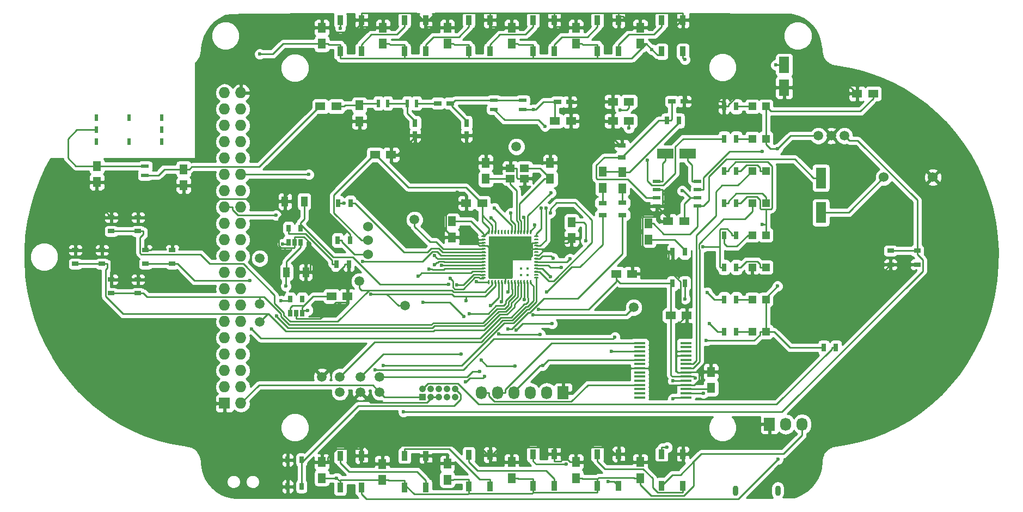
<source format=gtl>
G04 #@! TF.GenerationSoftware,KiCad,Pcbnew,(2016-12-18 revision 3ffa37c)-master*
G04 #@! TF.CreationDate,2017-03-28T17:58:32-07:00*
G04 #@! TF.ProjectId,badge-kicad,62616467652D6B696361642E6B696361,rev?*
G04 #@! TF.FileFunction,Copper,L1,Top,Mixed*
G04 #@! TF.FilePolarity,Positive*
%FSLAX46Y46*%
G04 Gerber Fmt 4.6, Leading zero omitted, Abs format (unit mm)*
G04 Created by KiCad (PCBNEW (2016-12-18 revision 3ffa37c)-master) date Tuesday, March 28, 2017 'PMt' 05:58:32 PM*
%MOMM*%
%LPD*%
G01*
G04 APERTURE LIST*
%ADD10C,0.150000*%
%ADD11R,3.682700X3.238500*%
%ADD12R,6.604000X3.754000*%
%ADD13R,0.355600X0.418100*%
%ADD14O,0.254000X0.711200*%
%ADD15O,0.711200X0.254000*%
%ADD16R,2.870000X2.870000*%
%ADD17R,2.720000X2.720000*%
%ADD18R,0.700000X1.300000*%
%ADD19R,1.250000X1.500000*%
%ADD20O,1.727200X2.032000*%
%ADD21R,1.727200X2.032000*%
%ADD22C,1.500000*%
%ADD23R,1.500000X1.250000*%
%ADD24R,1.200000X0.750000*%
%ADD25R,0.750000X1.200000*%
%ADD26O,0.899160X1.597660*%
%ADD27O,0.500000X1.200000*%
%ADD28R,2.499360X1.597660*%
%ADD29R,1.597660X2.499360*%
%ADD30R,1.597660X3.197860*%
%ADD31R,1.300000X0.700000*%
%ADD32R,1.143000X0.508000*%
%ADD33C,1.524000*%
%ADD34R,1.400000X1.200000*%
%ADD35R,0.500000X1.000000*%
%ADD36C,1.050000*%
%ADD37R,1.050000X1.050000*%
%ADD38O,1.727200X1.727200*%
%ADD39R,1.727200X1.727200*%
%ADD40R,1.750000X0.450000*%
%ADD41R,0.650000X1.060000*%
%ADD42R,1.000000X1.600000*%
%ADD43R,1.198880X1.198880*%
%ADD44R,1.198880X0.599440*%
%ADD45R,0.599440X1.198880*%
%ADD46R,0.647700X1.049020*%
%ADD47R,1.049020X0.647700*%
%ADD48R,0.899160X1.498600*%
%ADD49C,0.600000*%
%ADD50C,0.250000*%
%ADD51C,0.254000*%
G04 APERTURE END LIST*
D10*
D11*
X147317800Y-90721950D03*
D12*
X148777800Y-87811950D03*
D13*
X150539300Y-91932050D03*
X150539300Y-90932050D03*
X151539300Y-90932050D03*
X151539300Y-91932050D03*
D14*
X145539300Y-85304150D03*
X146039200Y-85304150D03*
X146539100Y-85304150D03*
X147039000Y-85304150D03*
X147538900Y-85304150D03*
X148038800Y-85304150D03*
X148538700Y-85304150D03*
X149038600Y-85304150D03*
X149538500Y-85304150D03*
X150038400Y-85304150D03*
X150538300Y-85304150D03*
X151038200Y-85304150D03*
X151538100Y-85304150D03*
X152038000Y-85304150D03*
X145539300Y-93059750D03*
X146039300Y-93059750D03*
X146539300Y-93059750D03*
X147039300Y-93059750D03*
X147539300Y-93059750D03*
X148039300Y-93059750D03*
X148539300Y-93059750D03*
X149039300Y-93059750D03*
X149539300Y-93059750D03*
X150039300Y-93059750D03*
X150539300Y-93059750D03*
X151039300Y-93059750D03*
X151539300Y-93059750D03*
X152039300Y-93059750D03*
D15*
X144671400Y-85932050D03*
X144671400Y-86432050D03*
X144671400Y-86932050D03*
X144671400Y-87432050D03*
X144671400Y-87932050D03*
X144671400Y-88432050D03*
X144671400Y-88932050D03*
X144671400Y-89432050D03*
X144671400Y-89932050D03*
X144671400Y-90432050D03*
X144671400Y-90932050D03*
X144671400Y-91432050D03*
X144671400Y-91932050D03*
X144671400Y-92432050D03*
X152884200Y-85932050D03*
X152884200Y-86432050D03*
X152884200Y-86932050D03*
X152884200Y-87432050D03*
X152884200Y-87932050D03*
X152884200Y-88432050D03*
X152884200Y-88932050D03*
X152884200Y-89432050D03*
X152884200Y-89932050D03*
X152884200Y-90432050D03*
X152884200Y-90932050D03*
X152884200Y-91432050D03*
X152884200Y-91932050D03*
X152884200Y-92432050D03*
D16*
X147277800Y-90600050D03*
D17*
X150227800Y-87631950D03*
D18*
X174080000Y-88362000D03*
X175980000Y-88362000D03*
D19*
X163170000Y-75902000D03*
X163170000Y-78402000D03*
D20*
X144330000Y-110262000D03*
X146870000Y-110262000D03*
X149410000Y-110262000D03*
X151950000Y-110262000D03*
X154490000Y-110262000D03*
D21*
X157030000Y-110262000D03*
D22*
X109868000Y-99276000D03*
X168034000Y-96990000D03*
X133930000Y-83362000D03*
X132474000Y-96736000D03*
X109868000Y-89370000D03*
X125362000Y-92926000D03*
X109868000Y-96482000D03*
D19*
X139770000Y-83622000D03*
X139770000Y-86122000D03*
X158355000Y-83737000D03*
X158355000Y-86237000D03*
D23*
X141990000Y-80762000D03*
X144490000Y-80762000D03*
D24*
X175880000Y-64962000D03*
X173980000Y-64962000D03*
D25*
X134030000Y-68312000D03*
X134030000Y-70212000D03*
D24*
X139480000Y-65262000D03*
X137580000Y-65262000D03*
D25*
X142030000Y-68312000D03*
X142030000Y-70212000D03*
D24*
X158080000Y-65062000D03*
X156180000Y-65062000D03*
D26*
X190429460Y-125461540D03*
X183830540Y-125461540D03*
D27*
X190430000Y-125462000D03*
X183830000Y-125462000D03*
D23*
X173400000Y-83592000D03*
X175900000Y-83592000D03*
D19*
X170320000Y-86462000D03*
X170320000Y-83962000D03*
X166220000Y-78492000D03*
X166220000Y-75992000D03*
D28*
X172902480Y-73072000D03*
X176397520Y-73072000D03*
D29*
X191430000Y-62809520D03*
X191430000Y-59314480D03*
D30*
X197130000Y-76864520D03*
X197130000Y-82259480D03*
D22*
X128530000Y-110162000D03*
X128530000Y-107762000D03*
X125530000Y-110162000D03*
X196736000Y-70320000D03*
X200800000Y-70320000D03*
X198768000Y-70320000D03*
X125530000Y-107762000D03*
X122330000Y-110162000D03*
X149780000Y-72012000D03*
X122330000Y-107762000D03*
X119530000Y-107762000D03*
D31*
X163170000Y-80762000D03*
X163170000Y-82662000D03*
X166170000Y-73692000D03*
X166170000Y-71792000D03*
D18*
X175080000Y-67962000D03*
X173180000Y-67962000D03*
D31*
X166270000Y-82642000D03*
X166270000Y-80742000D03*
D32*
X171625000Y-77417000D03*
X171625000Y-78687000D03*
X171625000Y-79957000D03*
X171625000Y-81227000D03*
X177975000Y-81227000D03*
X177975000Y-79957000D03*
X177975000Y-78687000D03*
X177975000Y-77417000D03*
D33*
X206930000Y-76762000D03*
X214530000Y-76762000D03*
D34*
X148830000Y-75362000D03*
X151030000Y-75362000D03*
X151030000Y-76962000D03*
X148830000Y-76962000D03*
D35*
X84430000Y-71262000D03*
X84430000Y-67462000D03*
X94630000Y-67462000D03*
X94630000Y-71262000D03*
X94630000Y-69362000D03*
X84430000Y-69362000D03*
X89530000Y-67462000D03*
X89530000Y-71262000D03*
D36*
X135180000Y-109642000D03*
X140260000Y-109642000D03*
X138990000Y-109642000D03*
X137720000Y-109642000D03*
X136450000Y-109642000D03*
X140260000Y-110912000D03*
X138990000Y-110912000D03*
X137720000Y-110912000D03*
X136450000Y-110912000D03*
D37*
X135180000Y-110912000D03*
D38*
X106940000Y-63640000D03*
X104400000Y-63640000D03*
X106940000Y-66180000D03*
X104400000Y-66180000D03*
X106940000Y-68720000D03*
X104400000Y-68720000D03*
X106940000Y-71260000D03*
X104400000Y-71260000D03*
X106940000Y-73800000D03*
X104400000Y-73800000D03*
X106940000Y-76340000D03*
X104400000Y-76340000D03*
X106940000Y-78880000D03*
X104400000Y-78880000D03*
X106940000Y-81420000D03*
X104400000Y-81420000D03*
X106940000Y-83960000D03*
X104400000Y-83960000D03*
X106940000Y-86500000D03*
X104400000Y-86500000D03*
X106940000Y-89040000D03*
X104400000Y-89040000D03*
X106940000Y-91580000D03*
X104400000Y-91580000D03*
X106940000Y-94120000D03*
X104400000Y-94120000D03*
X106940000Y-96660000D03*
X104400000Y-96660000D03*
X106940000Y-99200000D03*
X104400000Y-99200000D03*
X106940000Y-101740000D03*
X104400000Y-101740000D03*
X106940000Y-104280000D03*
X104400000Y-104280000D03*
X106940000Y-106820000D03*
X104400000Y-106820000D03*
X106940000Y-109360000D03*
X104400000Y-109360000D03*
X106940000Y-111900000D03*
D39*
X104400000Y-111900000D03*
D40*
X176130000Y-102537000D03*
X176130000Y-103187000D03*
X176130000Y-103837000D03*
X176130000Y-104487000D03*
X176130000Y-105137000D03*
X176130000Y-105787000D03*
X176130000Y-106437000D03*
X176130000Y-107087000D03*
X176130000Y-107737000D03*
X176130000Y-108387000D03*
X176130000Y-109037000D03*
X176130000Y-109687000D03*
X176130000Y-110337000D03*
X176130000Y-110987000D03*
X168930000Y-110987000D03*
X168930000Y-110337000D03*
X168930000Y-109687000D03*
X168930000Y-109037000D03*
X168930000Y-108387000D03*
X168930000Y-107737000D03*
X168930000Y-107087000D03*
X168930000Y-106437000D03*
X168930000Y-105787000D03*
X168930000Y-105137000D03*
X168930000Y-104487000D03*
X168930000Y-103837000D03*
X168930000Y-103187000D03*
X168930000Y-102537000D03*
D41*
X114580000Y-97862000D03*
X115530000Y-97862000D03*
X116480000Y-97862000D03*
X116480000Y-95662000D03*
X114580000Y-95662000D03*
X114330000Y-84662000D03*
X116230000Y-84662000D03*
X116230000Y-86862000D03*
X115280000Y-86862000D03*
X114330000Y-86862000D03*
D19*
X119530000Y-53512000D03*
X119530000Y-56012000D03*
X129030000Y-56012000D03*
X129030000Y-53512000D03*
X139030000Y-56012000D03*
X139030000Y-53512000D03*
X149030000Y-53512000D03*
X149030000Y-56012000D03*
X159030000Y-56012000D03*
X159030000Y-53512000D03*
X169030000Y-53512000D03*
X169030000Y-56012000D03*
X169030000Y-123512000D03*
X169030000Y-121012000D03*
X159030000Y-121012000D03*
X159030000Y-123512000D03*
X149030000Y-123512000D03*
X149030000Y-121012000D03*
X139030000Y-121262000D03*
X139030000Y-123762000D03*
X128930000Y-123812000D03*
X128930000Y-121312000D03*
X119530000Y-121012000D03*
X119530000Y-123512000D03*
D23*
X123530000Y-95262000D03*
X121030000Y-95262000D03*
D42*
X113780000Y-80512000D03*
X116780000Y-80512000D03*
X114030000Y-91512000D03*
X117030000Y-91512000D03*
D23*
X158280000Y-68012000D03*
X155780000Y-68012000D03*
D19*
X145030000Y-74512000D03*
X145030000Y-77012000D03*
D23*
X167280000Y-68012000D03*
X164780000Y-68012000D03*
X164780000Y-65012000D03*
X167280000Y-65012000D03*
X130280000Y-73262000D03*
X127780000Y-73262000D03*
D19*
X125370000Y-68072000D03*
X125370000Y-65572000D03*
D23*
X119280000Y-65762000D03*
X121780000Y-65762000D03*
D19*
X98030000Y-78012000D03*
X98030000Y-75512000D03*
X84530000Y-75012000D03*
X84530000Y-77512000D03*
D23*
X202780000Y-63762000D03*
X205280000Y-63762000D03*
X176280000Y-98262000D03*
X173780000Y-98262000D03*
X167780000Y-91762000D03*
X165280000Y-91762000D03*
D19*
X180030000Y-109512000D03*
X180030000Y-107012000D03*
X155030000Y-77012000D03*
X155030000Y-74512000D03*
D43*
X188579020Y-65762000D03*
X186480980Y-65762000D03*
X188579020Y-70762000D03*
X186480980Y-70762000D03*
X188579020Y-75762000D03*
X186480980Y-75762000D03*
X186480980Y-80762000D03*
X188579020Y-80762000D03*
X186480980Y-85762000D03*
X188579020Y-85762000D03*
X188579020Y-90762000D03*
X186480980Y-90762000D03*
X186480980Y-95762000D03*
X188579020Y-95762000D03*
X186480980Y-100762000D03*
X188579020Y-100762000D03*
D44*
X146280000Y-64810960D03*
X146280000Y-66213040D03*
X150780000Y-66213040D03*
X150780000Y-64810960D03*
D45*
X132828960Y-65262000D03*
X134231040Y-65262000D03*
X129731040Y-65262000D03*
X128328960Y-65262000D03*
D44*
X92030000Y-76463040D03*
X92030000Y-75060960D03*
D20*
X194210000Y-115162000D03*
X191670000Y-115162000D03*
D21*
X189130000Y-115162000D03*
D18*
X122080000Y-80762000D03*
X123980000Y-80762000D03*
X175980000Y-93262000D03*
X174080000Y-93262000D03*
X121830000Y-90262000D03*
X123730000Y-90262000D03*
X121980000Y-86562000D03*
X123880000Y-86562000D03*
X197580000Y-103262000D03*
X199480000Y-103262000D03*
X183980000Y-70762000D03*
X182080000Y-70762000D03*
X183980000Y-100762000D03*
X182080000Y-100762000D03*
X183980000Y-95762000D03*
X182080000Y-95762000D03*
X183980000Y-65762000D03*
X182080000Y-65762000D03*
X183980000Y-75762000D03*
X182080000Y-75762000D03*
X183980000Y-80762000D03*
X182080000Y-80762000D03*
X183980000Y-90762000D03*
X182080000Y-90762000D03*
X182080000Y-85762000D03*
X183980000Y-85762000D03*
D46*
X116354420Y-120689360D03*
X116354420Y-124834640D03*
X114205580Y-120689360D03*
X114205580Y-124834640D03*
D33*
X126730000Y-88712000D03*
X126730000Y-86562000D03*
X126730000Y-84412000D03*
D47*
X86779360Y-82999580D03*
X90924640Y-82999580D03*
X86779360Y-85148420D03*
X90924640Y-85148420D03*
X90924640Y-94800420D03*
X86779360Y-94800420D03*
X90924640Y-92651580D03*
X86779360Y-92651580D03*
X81191360Y-88079580D03*
X85336640Y-88079580D03*
X81191360Y-90228420D03*
X85336640Y-90228420D03*
X96258640Y-90228420D03*
X92113360Y-90228420D03*
X96258640Y-88079580D03*
X92113360Y-88079580D03*
X207957360Y-88187580D03*
X212102640Y-88187580D03*
X207957360Y-90336420D03*
X212102640Y-90336420D03*
D48*
X122381540Y-52313440D03*
X125678460Y-52313440D03*
X125678460Y-57210560D03*
X122381540Y-57210560D03*
X132381540Y-57210560D03*
X135678460Y-57210560D03*
X135678460Y-52313440D03*
X132381540Y-52313440D03*
X142381540Y-52313440D03*
X145678460Y-52313440D03*
X145678460Y-57210560D03*
X142381540Y-57210560D03*
X152381540Y-57210560D03*
X155678460Y-57210560D03*
X155678460Y-52313440D03*
X152381540Y-52313440D03*
X162381540Y-52313440D03*
X165678460Y-52313440D03*
X165678460Y-57210560D03*
X162381540Y-57210560D03*
X172381540Y-57210560D03*
X175678460Y-57210560D03*
X175678460Y-52313440D03*
X172381540Y-52313440D03*
X172381540Y-119813440D03*
X175678460Y-119813440D03*
X175678460Y-124710560D03*
X172381540Y-124710560D03*
X162381540Y-124710560D03*
X165678460Y-124710560D03*
X165678460Y-119813440D03*
X162381540Y-119813440D03*
X152381540Y-124710560D03*
X155678460Y-124710560D03*
X155678460Y-119813440D03*
X152381540Y-119813440D03*
X142381540Y-119913440D03*
X145678460Y-119913440D03*
X145678460Y-124810560D03*
X142381540Y-124810560D03*
X132381540Y-120063440D03*
X135678460Y-120063440D03*
X135678460Y-124960560D03*
X132381540Y-124960560D03*
X122381540Y-124960560D03*
X125678460Y-124960560D03*
X125678460Y-120063440D03*
X122381540Y-120063440D03*
D49*
X141960000Y-75432000D03*
X140600000Y-79132000D03*
X206030000Y-86762000D03*
X189130000Y-108203100D03*
X119583400Y-98377600D03*
X115754600Y-77605500D03*
X109868000Y-57620000D03*
X121837500Y-123512000D03*
X117338200Y-97434300D03*
X170847100Y-56879900D03*
X175568800Y-78874000D03*
X139253578Y-93380200D03*
X153252060Y-97271130D03*
X177576700Y-107929400D03*
X188044900Y-84116000D03*
X153627486Y-81548412D03*
X152446600Y-66213000D03*
X150913090Y-83032999D03*
X167280000Y-69147300D03*
X155130000Y-79162000D03*
X165943800Y-66311100D03*
X147433153Y-96096082D03*
X152654768Y-84198410D03*
X155459700Y-89328100D03*
X113170000Y-95974000D03*
X160580000Y-86637000D03*
X190386000Y-93688000D03*
X190386000Y-72352000D03*
X179318000Y-102159200D03*
X136233700Y-91041200D03*
X156774582Y-90767108D03*
X141900000Y-108592000D03*
X144840000Y-107712000D03*
X138110000Y-90487052D03*
X154427046Y-81575292D03*
X154230000Y-68862000D03*
X129090200Y-106043100D03*
X170107694Y-74118204D03*
X149750000Y-100526990D03*
X155314040Y-99531998D03*
X141980000Y-95942000D03*
X127118900Y-94937800D03*
X158102998Y-89438692D03*
X141168000Y-104213800D03*
X144056906Y-106920022D03*
X155107700Y-92244800D03*
X137023808Y-88922490D03*
X117466200Y-76340000D03*
X125890700Y-89838300D03*
X112404900Y-82690000D03*
X108598000Y-100389000D03*
X139456700Y-92462744D03*
X140503590Y-93505899D03*
X153864990Y-106032000D03*
X149610000Y-106072000D03*
X144320000Y-105212000D03*
X142447901Y-97957004D03*
X147020000Y-101152000D03*
X153500000Y-101212000D03*
X164557900Y-103837000D03*
X178882700Y-110337000D03*
X174130000Y-111214000D03*
X148480000Y-94566990D03*
X154450000Y-94612000D03*
X122381500Y-53589500D03*
X122984400Y-80762300D03*
X176000000Y-95702000D03*
X174112200Y-108387000D03*
X155040000Y-82286990D03*
X148890000Y-82342000D03*
X179430000Y-94662000D03*
X178804990Y-87608399D03*
X165093300Y-101611400D03*
X127824700Y-106677400D03*
X113459200Y-87125900D03*
X175995000Y-58469600D03*
X173230500Y-118738800D03*
X157505200Y-121338400D03*
X164030000Y-124051500D03*
X143581629Y-92987527D03*
X145855000Y-83037000D03*
X190451400Y-120602700D03*
X134506000Y-92164000D03*
X132220000Y-113246000D03*
X108344000Y-92850000D03*
X112501000Y-98355300D03*
X151002714Y-95802343D03*
X146340000Y-81542000D03*
X141607476Y-98385577D03*
X148450000Y-100356990D03*
X137044403Y-90358004D03*
X135268000Y-96228000D03*
X187985000Y-72780200D03*
X190119600Y-59314500D03*
X145723242Y-96721092D03*
X152345599Y-98177591D03*
X179790000Y-99522000D03*
X113932000Y-93688000D03*
D50*
X148560900Y-87631950D02*
X147277800Y-88915050D01*
X150227800Y-87631950D02*
X148560900Y-87631950D01*
X147277800Y-88915050D02*
X147277800Y-90600050D01*
X150809250Y-87681850D02*
X150277900Y-87681850D01*
X150528450Y-87932400D02*
X150277900Y-87681850D01*
X150650000Y-87950100D02*
X150400000Y-87700100D01*
X150400000Y-87700100D02*
X150399900Y-87700100D01*
X91981000Y-75012000D02*
X92030000Y-75061000D01*
X84530000Y-75012000D02*
X91981000Y-75012000D01*
X81430000Y-69362000D02*
X84430000Y-69362000D01*
X80030000Y-70762000D02*
X81430000Y-69362000D01*
X80030000Y-73762000D02*
X80030000Y-70762000D01*
X81280000Y-75012000D02*
X80030000Y-73762000D01*
X84530000Y-75012000D02*
X81280000Y-75012000D01*
X141960000Y-75432000D02*
X142780000Y-74612000D01*
X142780000Y-74612000D02*
X142780000Y-74512000D01*
X141990000Y-80762000D02*
X141990000Y-79887000D01*
X141990000Y-79887000D02*
X141235000Y-79132000D01*
X141235000Y-79132000D02*
X140600000Y-79132000D01*
X145517799Y-92279799D02*
X145617140Y-92379140D01*
X145617140Y-92379140D02*
X148114310Y-92379140D01*
X144671400Y-87432050D02*
X145277000Y-87432050D01*
X145277000Y-87432050D02*
X145517799Y-87672849D01*
X145517799Y-87672849D02*
X145517799Y-92279799D01*
X149037801Y-89472000D02*
X149037801Y-92295051D01*
X149037801Y-92295051D02*
X148953712Y-92379140D01*
X148953712Y-92379140D02*
X148114310Y-92379140D01*
X148114310Y-92379140D02*
X148039300Y-92454150D01*
X151692752Y-89472000D02*
X149037801Y-89472000D01*
X152278600Y-87932050D02*
X152203590Y-88007060D01*
X152203590Y-88007060D02*
X152203590Y-88961162D01*
X152203590Y-88961162D02*
X151692752Y-89472000D01*
X148039300Y-93059750D02*
X148039300Y-92454150D01*
X141990000Y-80762000D02*
X140669998Y-80762000D01*
X140669998Y-80762000D02*
X138819999Y-82611999D01*
X138819999Y-82611999D02*
X138819999Y-85046999D01*
X138819999Y-85046999D02*
X139770000Y-85997000D01*
X139770000Y-85997000D02*
X139770000Y-86122000D01*
X143410050Y-86432050D02*
X143100000Y-86122000D01*
X143100000Y-86122000D02*
X139770000Y-86122000D01*
X144671400Y-87432050D02*
X144065800Y-87432050D01*
X144065800Y-87432050D02*
X143410050Y-86776300D01*
X143410050Y-86776300D02*
X143410050Y-86432050D01*
X143400000Y-86442100D02*
X143889950Y-86932050D01*
X143889950Y-86932050D02*
X144671400Y-86932050D01*
X143410050Y-86432050D02*
X143400000Y-86442100D01*
X144671400Y-86432050D02*
X143410050Y-86432050D01*
X173400000Y-83592000D02*
X172400000Y-83592000D01*
X172400000Y-83592000D02*
X171694999Y-82886999D01*
X169369999Y-82951999D02*
X169369999Y-87472001D01*
X171694999Y-82886999D02*
X169434999Y-82886999D01*
X169434999Y-82886999D02*
X169369999Y-82951999D01*
X169369999Y-87472001D02*
X170259998Y-88362000D01*
X170259998Y-88362000D02*
X174080000Y-88362000D01*
X164780000Y-68012000D02*
X164780000Y-70702000D01*
X164780000Y-70702000D02*
X165870000Y-71792000D01*
X165870000Y-71792000D02*
X166170000Y-71792000D01*
X158355000Y-86237000D02*
X158355000Y-86112000D01*
X152884200Y-86932050D02*
X152278600Y-86932050D01*
X152278600Y-86932050D02*
X152203590Y-87007060D01*
X152203590Y-87007060D02*
X152203590Y-87857040D01*
X152203590Y-87857040D02*
X152278600Y-87932050D01*
X152278600Y-87932050D02*
X152884200Y-87932050D01*
X144442800Y-86932050D02*
X144671400Y-86932050D01*
X153252038Y-88932050D02*
X154222088Y-87962000D01*
X154222088Y-87962000D02*
X154459850Y-87962000D01*
X152884200Y-88932050D02*
X153252038Y-88932050D01*
X154459850Y-87962000D02*
X155489800Y-86932050D01*
X152884200Y-87932050D02*
X154429900Y-87932050D01*
X154429900Y-87932050D02*
X154459850Y-87962000D01*
X155489800Y-86932050D02*
X157659950Y-86932050D01*
X157659950Y-86932050D02*
X158355000Y-86237000D01*
X113780000Y-80512000D02*
X113780000Y-82239902D01*
X113780000Y-82239902D02*
X112834199Y-83185703D01*
X112834199Y-83185703D02*
X112834199Y-87425901D01*
X115171099Y-87750901D02*
X115280000Y-87642000D01*
X112834199Y-87425901D02*
X113159199Y-87750901D01*
X113159199Y-87750901D02*
X115171099Y-87750901D01*
X115280000Y-87642000D02*
X115280000Y-86862000D01*
X114205580Y-124834640D02*
X114205580Y-120689360D01*
X206032000Y-86763800D02*
X206032000Y-92262000D01*
X206030000Y-86762000D02*
X206032000Y-86763800D01*
X186780000Y-92262000D02*
X206032000Y-92262000D01*
X186481000Y-91963000D02*
X186780000Y-92262000D01*
X186481000Y-90762000D02*
X186481000Y-91963000D01*
X164730000Y-65062000D02*
X164780000Y-65012000D01*
X158380000Y-65062000D02*
X164730000Y-65062000D01*
X158280000Y-65162000D02*
X158380000Y-65062000D01*
X158280000Y-68012000D02*
X158280000Y-65162000D01*
X142780000Y-74512000D02*
X145030000Y-74512000D01*
X142030000Y-73762000D02*
X142780000Y-74512000D01*
X142030000Y-70512000D02*
X142030000Y-73762000D01*
X84530000Y-80750200D02*
X86779400Y-82999600D01*
X84530000Y-77512000D02*
X84530000Y-80750200D01*
X86779400Y-92651600D02*
X90924600Y-92651600D01*
X86779400Y-88761400D02*
X86779400Y-92651600D01*
X86097600Y-88079600D02*
X86779400Y-88761400D01*
X85336600Y-88079600D02*
X86097600Y-88079600D01*
X90924600Y-82999600D02*
X86779400Y-82999600D01*
X94051400Y-84283400D02*
X96258600Y-84283400D01*
X92767600Y-82999600D02*
X94051400Y-84283400D01*
X90924600Y-82999600D02*
X92767600Y-82999600D01*
X151080000Y-77012000D02*
X151030000Y-76962000D01*
X85030000Y-87772900D02*
X85336600Y-88079600D01*
X85030000Y-83762000D02*
X85030000Y-87772900D01*
X85792400Y-82999600D02*
X85030000Y-83762000D01*
X86779400Y-82999600D02*
X85792400Y-82999600D01*
X85336600Y-88079600D02*
X81191400Y-88079600D01*
X131280000Y-73262000D02*
X134030000Y-70512000D01*
X130280000Y-73262000D02*
X131280000Y-73262000D01*
X176130000Y-103837000D02*
X174530000Y-103837000D01*
X174530000Y-103837000D02*
X174530000Y-100012000D01*
X176130000Y-104487000D02*
X174530000Y-104487000D01*
X174530000Y-104487000D02*
X174530000Y-106762000D01*
X174530000Y-104487000D02*
X174530000Y-103837000D01*
X174855000Y-107087000D02*
X174530000Y-106762000D01*
X176130000Y-107087000D02*
X174855000Y-107087000D01*
X174530000Y-100012000D02*
X176280000Y-98262000D01*
X212103000Y-90336400D02*
X212102600Y-90336400D01*
X212102600Y-90336400D02*
X207957400Y-90336400D01*
X207957000Y-90336400D02*
X206032000Y-92262000D01*
X207957400Y-90336400D02*
X207957000Y-90336400D01*
X180030000Y-107012000D02*
X178205000Y-107012000D01*
X176205000Y-107012000D02*
X176130000Y-107087000D01*
X178205000Y-107012000D02*
X176205000Y-107012000D01*
X176130000Y-109037000D02*
X177445000Y-109037000D01*
X147380000Y-75362000D02*
X148830000Y-75362000D01*
X146530000Y-74512000D02*
X147380000Y-75362000D01*
X145030000Y-74512000D02*
X146530000Y-74512000D01*
X149855300Y-76812600D02*
X150004700Y-76962000D01*
X149855300Y-75362000D02*
X149855300Y-76812600D01*
X148830000Y-75362000D02*
X149855300Y-75362000D01*
X151030000Y-76962000D02*
X150004700Y-76962000D01*
X96258600Y-86825900D02*
X96258600Y-84283400D01*
X94216900Y-86825900D02*
X92963200Y-88079600D01*
X96258600Y-86825900D02*
X94216900Y-86825900D01*
X92113400Y-88079600D02*
X92963200Y-88079600D01*
X164780000Y-68012000D02*
X164780000Y-65012000D01*
X162043900Y-106437000D02*
X158218900Y-110262000D01*
X168930000Y-106437000D02*
X162043900Y-106437000D01*
X157030000Y-110262000D02*
X158218900Y-110262000D01*
X173400000Y-83002000D02*
X171625000Y-81227000D01*
X173400000Y-83592000D02*
X173400000Y-83002000D01*
X201828000Y-62809500D02*
X202780000Y-63762000D01*
X191430000Y-62809500D02*
X201828000Y-62809500D01*
X182755300Y-65508800D02*
X182755300Y-65762000D01*
X185454600Y-62809500D02*
X182755300Y-65508800D01*
X191430000Y-62809500D02*
X185454600Y-62809500D01*
X127805700Y-121138000D02*
X127979700Y-121312000D01*
X125678500Y-121138000D02*
X127805700Y-121138000D01*
X125678500Y-120063400D02*
X125678500Y-121138000D01*
X155678500Y-119813400D02*
X155678500Y-120888000D01*
X159030000Y-121012000D02*
X158079700Y-121012000D01*
X167955700Y-120888000D02*
X168079700Y-121012000D01*
X165678500Y-120888000D02*
X167955700Y-120888000D01*
X169030000Y-121012000D02*
X168079700Y-121012000D01*
X175678500Y-51238800D02*
X165678500Y-51238800D01*
X157955700Y-53388000D02*
X158079700Y-53512000D01*
X155678500Y-53388000D02*
X157955700Y-53388000D01*
X159030000Y-53512000D02*
X158079700Y-53512000D01*
X137955700Y-53388000D02*
X138079700Y-53512000D01*
X135678500Y-53388000D02*
X137955700Y-53388000D01*
X139030000Y-53512000D02*
X138079700Y-53512000D01*
X137955700Y-121138000D02*
X138079700Y-121262000D01*
X135678500Y-121138000D02*
X137955700Y-121138000D01*
X135678500Y-120063400D02*
X135678500Y-121138000D01*
X139030000Y-121262000D02*
X138079700Y-121262000D01*
X148055700Y-120988000D02*
X148079700Y-121012000D01*
X145678500Y-120988000D02*
X148055700Y-120988000D01*
X149030000Y-121012000D02*
X148079700Y-121012000D01*
X175554500Y-121012000D02*
X169030000Y-121012000D01*
X175678500Y-120888000D02*
X175554500Y-121012000D01*
X165678500Y-52313400D02*
X165678500Y-51776100D01*
X165678500Y-51776100D02*
X165678500Y-51238800D01*
X166343800Y-51776100D02*
X168079700Y-53512000D01*
X165678500Y-51776100D02*
X166343800Y-51776100D01*
X169030000Y-53512000D02*
X168079700Y-53512000D01*
X147955700Y-53388000D02*
X148079700Y-53512000D01*
X145678500Y-53388000D02*
X147955700Y-53388000D01*
X145678500Y-52313400D02*
X145678500Y-53388000D01*
X149030000Y-53512000D02*
X148079700Y-53512000D01*
X127955700Y-53388000D02*
X128079700Y-53512000D01*
X125678500Y-53388000D02*
X127955700Y-53388000D01*
X129030000Y-53512000D02*
X128079700Y-53512000D01*
X98030000Y-82512000D02*
X98030000Y-80150000D01*
X96258600Y-84283400D02*
X98030000Y-82512000D01*
X98030000Y-80150000D02*
X98030000Y-78012000D01*
X112592700Y-80150000D02*
X112954700Y-80512000D01*
X98030000Y-80150000D02*
X112592700Y-80150000D01*
X123730000Y-90262000D02*
X123054700Y-90262000D01*
X113780000Y-80512000D02*
X112954700Y-80512000D01*
X115530000Y-97862000D02*
X115530000Y-98717300D01*
X123530000Y-95262000D02*
X123530000Y-96212300D01*
X170955000Y-106437000D02*
X168930000Y-106437000D01*
X171530000Y-107012000D02*
X170955000Y-106437000D01*
X171530000Y-107262000D02*
X171530000Y-107012000D01*
X173305000Y-109037000D02*
X171530000Y-107262000D01*
X176130000Y-109037000D02*
X173305000Y-109037000D01*
X136450000Y-110912000D02*
X137720000Y-110912000D01*
X127158400Y-111790400D02*
X125530000Y-110162000D01*
X135889100Y-111790400D02*
X127158400Y-111790400D01*
X136450000Y-111229500D02*
X135889100Y-111790400D01*
X136450000Y-110912000D02*
X136450000Y-111229500D01*
X134030000Y-70512000D02*
X142030000Y-70512000D01*
X172521800Y-78687000D02*
X172521800Y-81227000D01*
X171625000Y-78687000D02*
X172521800Y-78687000D01*
X182417700Y-65762000D02*
X182755300Y-65762000D01*
X174080000Y-88362000D02*
X173404700Y-88362000D01*
X123054700Y-90515200D02*
X123054700Y-90262000D01*
X122057900Y-91512000D02*
X123054700Y-90515200D01*
X123530000Y-92984100D02*
X123530000Y-95262000D01*
X122057900Y-91512000D02*
X123530000Y-92984100D01*
X128454900Y-121312000D02*
X127979700Y-121312000D01*
X128454900Y-121312000D02*
X128930000Y-121312000D01*
X135504500Y-121312000D02*
X135678500Y-121138000D01*
X128930000Y-121312000D02*
X135504500Y-121312000D01*
X145678500Y-119913400D02*
X145678500Y-120288100D01*
X145678500Y-120288100D02*
X145678500Y-120988000D01*
X155678500Y-119813400D02*
X155678500Y-118738800D01*
X165678500Y-119813400D02*
X165678500Y-120350700D01*
X165678500Y-120350700D02*
X165678500Y-120888000D01*
X164066600Y-118738800D02*
X155678500Y-118738800D01*
X165678500Y-120350700D02*
X164066600Y-118738800D01*
X155678500Y-52850700D02*
X155678500Y-53388000D01*
X135678500Y-52313400D02*
X135678500Y-52738100D01*
X135678500Y-52738100D02*
X135678500Y-53388000D01*
X145678500Y-52313400D02*
X145678500Y-51238800D01*
X125678500Y-52313400D02*
X125678500Y-52850700D01*
X125678500Y-52850700D02*
X125678500Y-53388000D01*
X121192600Y-54224300D02*
X120480300Y-53512000D01*
X124304900Y-54224300D02*
X121192600Y-54224300D01*
X125678500Y-52850700D02*
X124304900Y-54224300D01*
X119530000Y-53512000D02*
X120480300Y-53512000D01*
X176280000Y-98262000D02*
X176280000Y-97311700D01*
X173404700Y-88362000D02*
X173404700Y-91762000D01*
X167780000Y-91762000D02*
X173404700Y-91762000D01*
X175295500Y-96327200D02*
X176280000Y-97311700D01*
X175295500Y-92999100D02*
X175295500Y-96327200D01*
X174058400Y-91762000D02*
X175295500Y-92999100D01*
X173404700Y-91762000D02*
X174058400Y-91762000D01*
X119457700Y-121012000D02*
X119530000Y-121012000D01*
X121790800Y-118988800D02*
X125678500Y-118988800D01*
X120480300Y-120299300D02*
X121790800Y-118988800D01*
X120480300Y-121012000D02*
X120480300Y-120299300D01*
X119530000Y-121012000D02*
X120480300Y-121012000D01*
X125678500Y-120063400D02*
X125678500Y-118988900D01*
X125678500Y-118988900D02*
X125678500Y-118988800D01*
X147227800Y-118738800D02*
X155678500Y-118738800D01*
X145678500Y-120288100D02*
X147227800Y-118738800D01*
X143894100Y-118503700D02*
X145678500Y-120288100D01*
X126163700Y-118503700D02*
X143894100Y-118503700D01*
X125678500Y-118988900D02*
X126163700Y-118503700D01*
X175678500Y-119813400D02*
X175678500Y-120350700D01*
X175678500Y-120350700D02*
X175678500Y-120888000D01*
X185151500Y-117951600D02*
X187941100Y-115162000D01*
X178077600Y-117951600D02*
X185151500Y-117951600D01*
X175678500Y-120350700D02*
X178077600Y-117951600D01*
X189130000Y-115162000D02*
X187941100Y-115162000D01*
X165678500Y-51238800D02*
X155678500Y-51238800D01*
X155678500Y-51238800D02*
X145678500Y-51238800D01*
X155678500Y-52850700D02*
X155678500Y-52313400D01*
X155678500Y-52313400D02*
X155678500Y-51238800D01*
X137177800Y-51238800D02*
X135678500Y-52738100D01*
X145678500Y-51238800D02*
X137177800Y-51238800D01*
X125678500Y-52313400D02*
X125678500Y-51238800D01*
X134179200Y-51238800D02*
X125678500Y-51238800D01*
X135678500Y-52738100D02*
X134179200Y-51238800D01*
X175678500Y-51776100D02*
X175678500Y-52154300D01*
X175678500Y-52313400D02*
X175678500Y-52154300D01*
X175678500Y-51776100D02*
X175678500Y-51238800D01*
X164780000Y-65012000D02*
X164780000Y-64061700D01*
X181617700Y-64962000D02*
X176180000Y-64962000D01*
X182417700Y-65762000D02*
X181617700Y-64962000D01*
X176180000Y-64962000D02*
X176180000Y-64011700D01*
X176180000Y-64011700D02*
X172635400Y-60467100D01*
X168374600Y-60467100D02*
X172635400Y-60467100D01*
X164780000Y-64061700D02*
X168374600Y-60467100D01*
X173925000Y-53907800D02*
X175678500Y-52154300D01*
X173925000Y-59177500D02*
X173925000Y-53907800D01*
X172635400Y-60467100D02*
X173925000Y-59177500D01*
X180030000Y-107012000D02*
X180980300Y-107012000D01*
X182171400Y-108203100D02*
X189130000Y-108203100D01*
X180980300Y-107012000D02*
X182171400Y-108203100D01*
X121748700Y-96212300D02*
X123530000Y-96212300D01*
X119583400Y-98377600D02*
X121748700Y-96212300D01*
X119243700Y-98717300D02*
X115530000Y-98717300D01*
X119583400Y-98377600D02*
X119243700Y-98717300D01*
X96258600Y-88079600D02*
X96258600Y-87770000D01*
X96258600Y-87770000D02*
X96258600Y-86825900D01*
X182080000Y-65762000D02*
X182248900Y-65762000D01*
X182248900Y-65762000D02*
X182417700Y-65762000D01*
X171652500Y-81227000D02*
X172521800Y-81227000D01*
X171652500Y-81227000D02*
X171625000Y-81227000D01*
X178205000Y-108277000D02*
X178205000Y-107012000D01*
X177445000Y-109037000D02*
X178205000Y-108277000D01*
X156696400Y-120888000D02*
X155678500Y-120888000D01*
X156885600Y-120698800D02*
X156696400Y-120888000D01*
X157766500Y-120698800D02*
X156885600Y-120698800D01*
X158079700Y-121012000D02*
X157766500Y-120698800D01*
X115280000Y-86862000D02*
X115280000Y-86006700D01*
X116740300Y-86006700D02*
X115280000Y-86006700D01*
X117709700Y-86976100D02*
X116740300Y-86006700D01*
X117709700Y-91512000D02*
X117709700Y-86976100D01*
X117030000Y-91512000D02*
X117709700Y-91512000D01*
X117709700Y-91512000D02*
X122057900Y-91512000D01*
X123880000Y-86562000D02*
X123880000Y-85586700D01*
X115754600Y-77712100D02*
X112954700Y-80512000D01*
X115754600Y-77605500D02*
X115754600Y-77712100D01*
X119393400Y-81100100D02*
X119393400Y-77605500D01*
X123880000Y-85586700D02*
X119393400Y-81100100D01*
X115754600Y-77605500D02*
X119393400Y-77605500D01*
X125630000Y-68112000D02*
X125630000Y-67961000D01*
X141320000Y-80387000D02*
X141320000Y-80188410D01*
X111900000Y-57620000D02*
X113508000Y-56012000D01*
X113508000Y-56012000D02*
X119530000Y-56012000D01*
X109868000Y-57620000D02*
X111900000Y-57620000D01*
X116480000Y-97006700D02*
X116750700Y-96736000D01*
X116750700Y-96736000D02*
X118192700Y-95294000D01*
X114580000Y-97862000D02*
X114580000Y-97082000D01*
X114580000Y-97082000D02*
X114926000Y-96736000D01*
X114926000Y-96736000D02*
X116750700Y-96736000D01*
X174080000Y-123012000D02*
X172382000Y-124711000D01*
X122381500Y-124960600D02*
X122381500Y-123886000D01*
X119530000Y-123512000D02*
X121837500Y-123512000D01*
X150104300Y-123636000D02*
X149980300Y-123512000D01*
X152381500Y-123636000D02*
X150104300Y-123636000D01*
X149030000Y-123512000D02*
X149980300Y-123512000D01*
X160104300Y-123636000D02*
X159980300Y-123512000D01*
X162381500Y-123636000D02*
X160104300Y-123636000D01*
X162381500Y-124710600D02*
X162381500Y-123636000D01*
X159030000Y-123512000D02*
X159980300Y-123512000D01*
X172381500Y-57210600D02*
X172381500Y-57747900D01*
X169030000Y-56012000D02*
X169980300Y-56012000D01*
X150104300Y-56136000D02*
X149980300Y-56012000D01*
X152381500Y-56136000D02*
X150104300Y-56136000D01*
X152381500Y-57210600D02*
X152381500Y-56136000D01*
X149030000Y-56012000D02*
X149980300Y-56012000D01*
X130104300Y-56136000D02*
X129980300Y-56012000D01*
X132381500Y-56136000D02*
X130104300Y-56136000D01*
X129030000Y-56012000D02*
X129980300Y-56012000D01*
X129954300Y-123886000D02*
X129880300Y-123812000D01*
X132381500Y-123886000D02*
X129954300Y-123886000D01*
X128930000Y-123812000D02*
X129880300Y-123812000D01*
X140006300Y-123736000D02*
X139980300Y-123762000D01*
X142381500Y-123736000D02*
X140006300Y-123736000D01*
X142381500Y-124810600D02*
X142381500Y-123736000D01*
X139030000Y-123762000D02*
X139980300Y-123762000D01*
X160104300Y-56136000D02*
X159980300Y-56012000D01*
X162381500Y-56136000D02*
X160104300Y-56136000D01*
X159030000Y-56012000D02*
X159980300Y-56012000D01*
X140104300Y-56136000D02*
X139980300Y-56012000D01*
X142381500Y-56136000D02*
X140104300Y-56136000D01*
X139030000Y-56012000D02*
X139980300Y-56012000D01*
X120604300Y-56136000D02*
X120480300Y-56012000D01*
X122381500Y-56136000D02*
X120604300Y-56136000D01*
X122381500Y-57210600D02*
X122381500Y-56136000D01*
X119530000Y-56012000D02*
X120480300Y-56012000D01*
X118192700Y-95294000D02*
X118192700Y-95262000D01*
X118192700Y-95262000D02*
X121030000Y-95262000D01*
X132381500Y-124960600D02*
X132381500Y-124535900D01*
X132381500Y-124535900D02*
X132381500Y-123886000D01*
X152381500Y-124335900D02*
X152381500Y-123636000D01*
X142381500Y-124810600D02*
X142381500Y-125885200D01*
X162381500Y-56785900D02*
X162381500Y-56136000D01*
X142381500Y-56785900D02*
X142381500Y-56136000D01*
X152381500Y-57210600D02*
X152381500Y-58285200D01*
X132381500Y-56785900D02*
X132381500Y-56136000D01*
X132381500Y-56785900D02*
X132381500Y-57210600D01*
X132381500Y-58285200D02*
X122381500Y-58285200D01*
X132381500Y-57210600D02*
X132381500Y-58285200D01*
X122381500Y-57210600D02*
X122381500Y-58285200D01*
X116480000Y-97862000D02*
X116480000Y-97434300D01*
X116480000Y-97434300D02*
X116480000Y-97006700D01*
X142231400Y-126035300D02*
X142381500Y-125885200D01*
X133880900Y-126035300D02*
X142231400Y-126035300D01*
X132381500Y-124535900D02*
X133880900Y-126035300D01*
X162381500Y-124710600D02*
X162381500Y-125785200D01*
X152381500Y-124335900D02*
X152381500Y-124710600D01*
X152381500Y-125785200D02*
X162381500Y-125785200D01*
X152381500Y-124710600D02*
X152381500Y-125785200D01*
X152281500Y-125885200D02*
X142381500Y-125885200D01*
X152381500Y-125785200D02*
X152281500Y-125885200D01*
X162381500Y-56785900D02*
X162381500Y-57210600D01*
X162381500Y-58285200D02*
X152381500Y-58285200D01*
X162381500Y-57210600D02*
X162381500Y-58285200D01*
X167707100Y-58285200D02*
X169980300Y-56012000D01*
X162381500Y-58285200D02*
X167707100Y-58285200D01*
X152381500Y-58285200D02*
X142381500Y-58285200D01*
X142381500Y-58285200D02*
X132381500Y-58285200D01*
X142381500Y-56785900D02*
X142381500Y-57210600D01*
X142381500Y-57210600D02*
X142381500Y-58285200D01*
X175900000Y-80892000D02*
X176835000Y-79957000D01*
X175900000Y-83592000D02*
X175900000Y-80892000D01*
X176835000Y-79957000D02*
X177975000Y-79957000D01*
X171715100Y-57747900D02*
X170847100Y-56879900D01*
X172381500Y-57747900D02*
X171715100Y-57747900D01*
X170847100Y-56878800D02*
X169980300Y-56012000D01*
X170847100Y-56879900D02*
X170847100Y-56878800D01*
X162591300Y-123426200D02*
X162381500Y-123636000D01*
X167993900Y-123426200D02*
X162591300Y-123426200D01*
X168079700Y-123512000D02*
X167993900Y-123426200D01*
X169030000Y-123512000D02*
X168079700Y-123512000D01*
X128930000Y-123812000D02*
X122455500Y-123812000D01*
X122211500Y-123886000D02*
X122381500Y-123886000D01*
X121837500Y-123512000D02*
X122211500Y-123886000D01*
X122381500Y-123886000D02*
X122455500Y-123812000D01*
X178530000Y-119762000D02*
X177379100Y-120912900D01*
X191280000Y-119762000D02*
X178530000Y-119762000D01*
X194210000Y-116832000D02*
X191280000Y-119762000D01*
X194210000Y-115162000D02*
X194210000Y-116832000D01*
X175280000Y-123012000D02*
X174080000Y-123012000D01*
X177379100Y-120912900D02*
X175280000Y-123012000D01*
X170717300Y-126274600D02*
X169030000Y-124587300D01*
X175858400Y-126274600D02*
X170717300Y-126274600D01*
X177379100Y-124753900D02*
X175858400Y-126274600D01*
X177379100Y-120912900D02*
X177379100Y-124753900D01*
X169030000Y-123512000D02*
X169030000Y-124587300D01*
X175752000Y-78874000D02*
X175568800Y-78874000D01*
X176835000Y-79957000D02*
X175752000Y-78874000D01*
X116480000Y-97434300D02*
X117338200Y-97434300D01*
X124357700Y-89189600D02*
X128548300Y-93380200D01*
X121285400Y-89189600D02*
X124357700Y-89189600D01*
X128548300Y-93380200D02*
X138829314Y-93380200D01*
X138829314Y-93380200D02*
X139253578Y-93380200D01*
X116230000Y-84134200D02*
X121285400Y-89189600D01*
X165280000Y-91762000D02*
X165280000Y-92953002D01*
X160961872Y-97271130D02*
X153252060Y-97271130D01*
X165280000Y-92953002D02*
X160961872Y-97271130D01*
X174080000Y-93262000D02*
X165905000Y-93262000D01*
X165905000Y-93262000D02*
X165280000Y-92637000D01*
X165280000Y-92637000D02*
X165280000Y-91762000D01*
X188579000Y-85762000D02*
X188579000Y-84116000D01*
X183980000Y-80762000D02*
X184655300Y-80762000D01*
X173780000Y-98262000D02*
X173780000Y-93262000D01*
X174080000Y-93262000D02*
X173780000Y-93262000D01*
X174005000Y-107737000D02*
X176130000Y-107737000D01*
X173780000Y-107512000D02*
X174005000Y-107737000D01*
X173780000Y-98262000D02*
X173780000Y-107512000D01*
X176130000Y-107737000D02*
X177330300Y-107737000D01*
X177522700Y-107929400D02*
X177576700Y-107929400D01*
X177330300Y-107737000D02*
X177522700Y-107929400D01*
X116780000Y-83256700D02*
X116230000Y-83806700D01*
X116780000Y-80512000D02*
X116780000Y-83256700D01*
X116230000Y-84662000D02*
X116230000Y-84134200D01*
X116230000Y-84134200D02*
X116230000Y-83806700D01*
X182080000Y-75762000D02*
X182755300Y-75762000D01*
X189402300Y-81686800D02*
X188579000Y-81686800D01*
X189503800Y-81585300D02*
X189402300Y-81686800D01*
X189503800Y-74999200D02*
X189503800Y-81585300D01*
X188878500Y-74373900D02*
X189503800Y-74999200D01*
X183890200Y-74373900D02*
X188878500Y-74373900D01*
X182755300Y-75508800D02*
X183890200Y-74373900D01*
X182755300Y-75762000D02*
X182755300Y-75508800D01*
X185620200Y-79797100D02*
X184655300Y-80762000D01*
X187190100Y-79797100D02*
X185620200Y-79797100D01*
X187654300Y-80261300D02*
X187190100Y-79797100D01*
X187654300Y-81571200D02*
X187654300Y-80261300D01*
X187769900Y-81686800D02*
X187654300Y-81571200D01*
X188579000Y-81686800D02*
X187769900Y-81686800D01*
X188044900Y-84116000D02*
X188579000Y-84116000D01*
X188579000Y-84116000D02*
X188579000Y-81686800D01*
X153627486Y-84811764D02*
X153627486Y-81548412D01*
X152884200Y-85555050D02*
X153627486Y-84811764D01*
X152884200Y-85932050D02*
X152884200Y-85555050D01*
X155780000Y-65162000D02*
X155880000Y-65062000D01*
X155780000Y-68012000D02*
X155780000Y-65162000D01*
X152829000Y-66213000D02*
X152446600Y-66213000D01*
X153980000Y-65062000D02*
X152829000Y-66213000D01*
X155880000Y-65062000D02*
X153980000Y-65062000D01*
X152446600Y-66213000D02*
X150780000Y-66213000D01*
X144515062Y-88439700D02*
X144522262Y-88432500D01*
X124655300Y-80762000D02*
X132333000Y-88439700D01*
X138271289Y-88439700D02*
X144515062Y-88439700D01*
X136537407Y-87847478D02*
X137679067Y-87847478D01*
X144522262Y-88432500D02*
X144890000Y-88432500D01*
X135945185Y-88439700D02*
X136537407Y-87847478D01*
X132333000Y-88439700D02*
X135945185Y-88439700D01*
X137679067Y-87847478D02*
X138271289Y-88439700D01*
X123980000Y-80762000D02*
X124655300Y-80762000D01*
X150780000Y-64811000D02*
X146280000Y-64811000D01*
X140231000Y-64811000D02*
X139780000Y-65262000D01*
X146280000Y-64811000D02*
X140231000Y-64811000D01*
X139780000Y-65762000D02*
X142030000Y-68012000D01*
X139780000Y-65262000D02*
X139780000Y-65762000D01*
X151038200Y-83158109D02*
X150913090Y-83032999D01*
X151038200Y-85304150D02*
X151038200Y-83158109D01*
X167280000Y-69147300D02*
X167280000Y-68012000D01*
X155130000Y-79162000D02*
X151538100Y-82753900D01*
X151538100Y-82753900D02*
X151538100Y-85304150D01*
X166931200Y-66311100D02*
X167280000Y-65962300D01*
X165943800Y-66311100D02*
X166931200Y-66311100D01*
X167280000Y-65012000D02*
X167280000Y-65962300D01*
X141955000Y-78352000D02*
X132995000Y-78352000D01*
X132995000Y-78352000D02*
X127905000Y-73262000D01*
X127905000Y-73262000D02*
X127780000Y-73262000D01*
X144490000Y-80762000D02*
X144365000Y-80762000D01*
X144365000Y-80762000D02*
X141955000Y-78352000D01*
X144490000Y-83649250D02*
X144490000Y-82532000D01*
X144490000Y-82532000D02*
X144490000Y-81637000D01*
X144490000Y-82692000D02*
X144490000Y-82532000D01*
X146039200Y-84241200D02*
X144490000Y-82692000D01*
X146039200Y-85304150D02*
X146039200Y-84241200D01*
X145539300Y-85304150D02*
X145299300Y-85304150D01*
X145299300Y-85304150D02*
X144671400Y-85932050D01*
X139770000Y-83622000D02*
X142738350Y-83622000D01*
X142738350Y-83622000D02*
X144671400Y-85555050D01*
X144671400Y-85555050D02*
X144671400Y-85932050D01*
X145539300Y-85304150D02*
X145539300Y-84698550D01*
X145539300Y-84698550D02*
X144490000Y-83649250D01*
X144490000Y-81637000D02*
X144490000Y-80762000D01*
X127655000Y-73262000D02*
X121404999Y-79512001D01*
X127780000Y-73262000D02*
X127655000Y-73262000D01*
X121404999Y-79512001D02*
X121404999Y-82314629D01*
X121404999Y-82314629D02*
X125652370Y-86562000D01*
X125652370Y-86562000D02*
X126730000Y-86562000D01*
X146039200Y-85304150D02*
X146039200Y-85075550D01*
X145539300Y-85304150D02*
X145539300Y-85075550D01*
X147539300Y-95989935D02*
X147433153Y-96096082D01*
X147539300Y-93059750D02*
X147539300Y-95989935D01*
X153387799Y-89432700D02*
X153792398Y-89028101D01*
X152665600Y-89432700D02*
X153387799Y-89432700D01*
X155159701Y-89028101D02*
X155459700Y-89328100D01*
X153792398Y-89028101D02*
X155159701Y-89028101D01*
X152038000Y-85075550D02*
X152654768Y-84458782D01*
X152654768Y-84458782D02*
X152654768Y-84198410D01*
X152038000Y-85304150D02*
X152038000Y-85075550D01*
X128530000Y-110162000D02*
X127454999Y-109086999D01*
X127454999Y-109086999D02*
X109753001Y-109086999D01*
X109753001Y-109086999D02*
X106940000Y-111900000D01*
X113170000Y-95974000D02*
X114268000Y-95974000D01*
X114268000Y-95974000D02*
X114580000Y-95662000D01*
X196736000Y-70320000D02*
X192418000Y-70320000D01*
X192418000Y-70320000D02*
X190386000Y-72352000D01*
X189840000Y-100762000D02*
X192340000Y-103262000D01*
X192340000Y-103262000D02*
X197580000Y-103262000D01*
X158355000Y-83737000D02*
X160255000Y-83737000D01*
X160580000Y-84062000D02*
X160580000Y-86637000D01*
X160255000Y-83737000D02*
X160580000Y-84062000D01*
X190386000Y-93688000D02*
X188579020Y-95494980D01*
X188579020Y-95494980D02*
X188579020Y-95762000D01*
X188579020Y-70762000D02*
X188579020Y-71611440D01*
X188579020Y-71611440D02*
X189319580Y-72352000D01*
X189319580Y-72352000D02*
X190386000Y-72352000D01*
X188579020Y-100762000D02*
X189840000Y-100762000D01*
X188579000Y-100762000D02*
X188579000Y-95762000D01*
X205280000Y-64512000D02*
X203280000Y-66512000D01*
X205280000Y-63762000D02*
X205280000Y-64512000D01*
X189329000Y-66512000D02*
X188579000Y-65762000D01*
X203280000Y-66512000D02*
X189329000Y-66512000D01*
X129280000Y-110912000D02*
X128530000Y-110162000D01*
X135180000Y-110912000D02*
X129280000Y-110912000D01*
X188579000Y-65762000D02*
X188579000Y-70762000D01*
X186762800Y-102159200D02*
X179318000Y-102159200D01*
X187654300Y-101267700D02*
X186762800Y-102159200D01*
X187654300Y-100762000D02*
X187654300Y-101267700D01*
X188579000Y-100762000D02*
X187654300Y-100762000D01*
X134231000Y-65262000D02*
X137280000Y-65262000D01*
X132829000Y-66811000D02*
X134030000Y-68012000D01*
X132829000Y-65262000D02*
X132829000Y-66811000D01*
X129731000Y-65262000D02*
X132829000Y-65262000D01*
X121780000Y-65762000D02*
X122990000Y-65762000D01*
X122990000Y-65762000D02*
X123180000Y-65572000D01*
X123180000Y-65572000D02*
X125370000Y-65572000D01*
X128328960Y-65262000D02*
X125680000Y-65262000D01*
X125680000Y-65262000D02*
X125370000Y-65572000D01*
X119280000Y-65762000D02*
X119155000Y-65762000D01*
X119155000Y-65762000D02*
X109765601Y-75151399D01*
X109765601Y-75151399D02*
X99265601Y-75151399D01*
X99265601Y-75151399D02*
X98905000Y-75512000D01*
X98905000Y-75512000D02*
X98030000Y-75512000D01*
X95030000Y-75512000D02*
X98030000Y-75512000D01*
X94079000Y-76463000D02*
X95030000Y-75512000D01*
X92030000Y-76463000D02*
X94079000Y-76463000D01*
X179855000Y-109687000D02*
X180030000Y-109512000D01*
X176130000Y-109687000D02*
X179855000Y-109687000D01*
X186481000Y-65762000D02*
X183980000Y-65762000D01*
X186481000Y-70762000D02*
X183980000Y-70762000D01*
X184231000Y-78012000D02*
X186481000Y-75762000D01*
X181780000Y-78012000D02*
X184231000Y-78012000D01*
X180780000Y-82762000D02*
X180780000Y-79012000D01*
X177780000Y-105262000D02*
X177780000Y-88144824D01*
X176130000Y-105787000D02*
X177255000Y-105787000D01*
X177255000Y-105787000D02*
X177780000Y-105262000D01*
X177780000Y-88144824D02*
X177729977Y-88094801D01*
X180780000Y-79012000D02*
X181780000Y-78012000D01*
X177729977Y-85812023D02*
X180780000Y-82762000D01*
X177729977Y-88094801D02*
X177729977Y-85812023D01*
X185587900Y-74829400D02*
X184655300Y-75762000D01*
X187227400Y-74829400D02*
X185587900Y-74829400D01*
X187654300Y-75256300D02*
X187227400Y-74829400D01*
X187654300Y-75762000D02*
X187654300Y-75256300D01*
X188579000Y-75762000D02*
X187654300Y-75762000D01*
X183980000Y-75762000D02*
X184655300Y-75762000D01*
X182755300Y-80508800D02*
X182755300Y-80762000D01*
X183959800Y-79304300D02*
X182755300Y-80508800D01*
X188046000Y-79304300D02*
X183959800Y-79304300D01*
X188579000Y-79837300D02*
X188046000Y-79304300D01*
X188579000Y-80762000D02*
X188579000Y-79837300D01*
X182080000Y-80762000D02*
X182755300Y-80762000D01*
X177255000Y-106437000D02*
X176130000Y-106437000D01*
X178280000Y-88008413D02*
X178280000Y-105412000D01*
X185280000Y-83262000D02*
X182030000Y-83262000D01*
X182030000Y-83262000D02*
X178179988Y-87112012D01*
X178179988Y-87908401D02*
X178280000Y-88008413D01*
X178280000Y-105412000D02*
X177255000Y-106437000D01*
X186481000Y-82061000D02*
X185280000Y-83262000D01*
X178179988Y-87112012D02*
X178179988Y-87908401D01*
X186481000Y-80762000D02*
X186481000Y-82061000D01*
X182080000Y-87062000D02*
X182080000Y-85762000D01*
X182530000Y-87512000D02*
X182080000Y-87062000D01*
X184030000Y-87512000D02*
X182530000Y-87512000D01*
X185780000Y-85762000D02*
X184030000Y-87512000D01*
X186481000Y-85762000D02*
X185780000Y-85762000D01*
X185587900Y-89829400D02*
X184655300Y-90762000D01*
X187227400Y-89829400D02*
X185587900Y-89829400D01*
X187654300Y-90256300D02*
X187227400Y-89829400D01*
X187654300Y-90762000D02*
X187654300Y-90256300D01*
X188579000Y-90762000D02*
X187654300Y-90762000D01*
X183980000Y-90762000D02*
X184655300Y-90762000D01*
X183980000Y-95762000D02*
X186481000Y-95762000D01*
X186481000Y-100762000D02*
X183980000Y-100762000D01*
X138654952Y-90932050D02*
X138440001Y-91147001D01*
X144671400Y-90932050D02*
X138654952Y-90932050D01*
X136763765Y-91147001D02*
X136657964Y-91041200D01*
X136657964Y-91041200D02*
X136233700Y-91041200D01*
X138440001Y-91147001D02*
X136763765Y-91147001D01*
X199480000Y-103262000D02*
X198804700Y-103262000D01*
X136039700Y-108782300D02*
X135180000Y-109642000D01*
X140646400Y-108782300D02*
X136039700Y-108782300D01*
X143934600Y-112070500D02*
X140646400Y-108782300D01*
X190249400Y-112070500D02*
X143934600Y-112070500D01*
X198804700Y-103515200D02*
X190249400Y-112070500D01*
X198804700Y-103262000D02*
X198804700Y-103515200D01*
X155055865Y-90767108D02*
X156774582Y-90767108D01*
X154705802Y-90417045D02*
X155055865Y-90767108D01*
X152657755Y-90417045D02*
X154705802Y-90417045D01*
X142520001Y-108011999D02*
X141940000Y-108592000D01*
X141940000Y-108592000D02*
X141900000Y-108592000D01*
X144840000Y-107712000D02*
X144540001Y-108011999D01*
X144540001Y-108011999D02*
X142520001Y-108011999D01*
X116354420Y-124834640D02*
X116354420Y-120689360D01*
X116354400Y-125259500D02*
X116354400Y-124834600D01*
X116354400Y-120689400D02*
X116354400Y-121114300D01*
X141126700Y-110508700D02*
X140260000Y-109642000D01*
X141126700Y-111253600D02*
X141126700Y-110508700D01*
X140056200Y-112324100D02*
X141126700Y-111253600D01*
X125144600Y-112324100D02*
X140056200Y-112324100D01*
X116354400Y-121114300D02*
X125144600Y-112324100D01*
X138165002Y-90432050D02*
X138110000Y-90487052D01*
X144671400Y-90432050D02*
X138165002Y-90432050D01*
X154401638Y-82024964D02*
X154427046Y-81999556D01*
X154401638Y-86520212D02*
X154401638Y-82024964D01*
X152884200Y-87432050D02*
X153489800Y-87432050D01*
X153489800Y-87432050D02*
X154401638Y-86520212D01*
X154427046Y-81999556D02*
X154427046Y-81575292D01*
X154230000Y-68862000D02*
X153230000Y-67862000D01*
X153230000Y-67862000D02*
X147928960Y-67862000D01*
X147928960Y-67862000D02*
X146280000Y-66213040D01*
X141238900Y-106043100D02*
X129090200Y-106043100D01*
X147844934Y-99437068D02*
X141238900Y-106043100D01*
X149310893Y-99437068D02*
X147844934Y-99437068D01*
X151420595Y-97327366D02*
X149310893Y-99437068D01*
X152884200Y-96118681D02*
X151675515Y-97327366D01*
X151675515Y-97327366D02*
X151420595Y-97327366D01*
X152884200Y-92432050D02*
X152884200Y-96118681D01*
X121980000Y-86562000D02*
X122655300Y-86562000D01*
X122655300Y-86815200D02*
X122655300Y-86562000D01*
X124552100Y-88712000D02*
X122655300Y-86815200D01*
X126730000Y-88712000D02*
X124552100Y-88712000D01*
X140081876Y-95282011D02*
X142000000Y-95282011D01*
X139743792Y-94943927D02*
X140081876Y-95282011D01*
X127902000Y-94943927D02*
X139743792Y-94943927D01*
X170793499Y-77996001D02*
X170107694Y-77310196D01*
X172579209Y-77996001D02*
X170793499Y-77996001D01*
X182080000Y-70762000D02*
X175728330Y-70762000D01*
X170107694Y-77310196D02*
X170107694Y-74118204D01*
X174477161Y-76098049D02*
X172579209Y-77996001D01*
X175728330Y-70762000D02*
X174477161Y-72013169D01*
X174477161Y-72013169D02*
X174477161Y-76098049D01*
X150744992Y-99531998D02*
X149750000Y-100526990D01*
X155314040Y-99531998D02*
X150744992Y-99531998D01*
X144922639Y-95282011D02*
X142000000Y-95282011D01*
X141980000Y-95942000D02*
X141980000Y-95302011D01*
X141980000Y-95302011D02*
X142000000Y-95282011D01*
X146539300Y-93665350D02*
X144922639Y-95282011D01*
X146539300Y-93059750D02*
X146539300Y-93665350D01*
X127902000Y-94943927D02*
X127118900Y-94937800D01*
X132474000Y-96736000D02*
X131413340Y-96736000D01*
X131413340Y-96736000D02*
X129621267Y-94943927D01*
X129621267Y-94943927D02*
X127902000Y-94943927D01*
X157584710Y-89956980D02*
X158102998Y-89438692D01*
X152689780Y-89956980D02*
X157584710Y-89956980D01*
X152665600Y-89932800D02*
X152689780Y-89956980D01*
X129078200Y-104213800D02*
X141168000Y-104213800D01*
X125530000Y-107762000D02*
X129078200Y-104213800D01*
X144296690Y-102348900D02*
X127743100Y-102348900D01*
X152416300Y-93665350D02*
X152416300Y-95950170D01*
X127743100Y-102348900D02*
X122330000Y-107762000D01*
X151234195Y-96877355D02*
X149124493Y-98987057D01*
X151489115Y-96877355D02*
X151234195Y-96877355D01*
X152416300Y-95950170D02*
X151489115Y-96877355D01*
X152039300Y-93059750D02*
X152039300Y-93288350D01*
X152039300Y-93288350D02*
X152416300Y-93665350D01*
X149124493Y-98987057D02*
X147658534Y-98987057D01*
X147658534Y-98987057D02*
X144296690Y-102348900D01*
X152884200Y-90932050D02*
X153794950Y-90932050D01*
X153794950Y-90932050D02*
X153812700Y-90949800D01*
X142975567Y-106920022D02*
X144056906Y-106920022D01*
X142133589Y-107762000D02*
X142975567Y-106920022D01*
X128530000Y-107762000D02*
X142133589Y-107762000D01*
X153812700Y-90949800D02*
X155107700Y-92244800D01*
X137513349Y-89412031D02*
X137323807Y-89222489D01*
X137323807Y-89222489D02*
X137023808Y-88922490D01*
X144045781Y-89412031D02*
X137513349Y-89412031D01*
X144671400Y-89432050D02*
X144065800Y-89432050D01*
X144065800Y-89432050D02*
X144045781Y-89412031D01*
X106940000Y-76340000D02*
X117466200Y-76340000D01*
X143650000Y-88890000D02*
X143692600Y-88932600D01*
X138085178Y-88890000D02*
X143650000Y-88890000D01*
X136723807Y-88297489D02*
X137492667Y-88297489D01*
X137492667Y-88297489D02*
X138085178Y-88890000D01*
X125890700Y-89838300D02*
X135182996Y-89838300D01*
X143692600Y-88932600D02*
X144890000Y-88932600D01*
X135182996Y-89838300D02*
X136723807Y-88297489D01*
X106487400Y-82690000D02*
X112404900Y-82690000D01*
X105588900Y-81791500D02*
X106487400Y-82690000D01*
X105588900Y-81420000D02*
X105588900Y-81791500D01*
X104400000Y-81420000D02*
X105588900Y-81420000D01*
X108897999Y-100688999D02*
X108598000Y-100389000D01*
X151539300Y-95413927D02*
X151627715Y-95502342D01*
X151539300Y-93059750D02*
X151539300Y-95413927D01*
X148938093Y-98537046D02*
X147377936Y-98537046D01*
X151627715Y-96102344D02*
X151302715Y-96427344D01*
X151302715Y-96427344D02*
X151047795Y-96427344D01*
X147377936Y-98537046D02*
X144112382Y-101802600D01*
X144112382Y-101802600D02*
X110011600Y-101802600D01*
X151627715Y-95502342D02*
X151627715Y-96102344D01*
X110011600Y-101802600D02*
X108897999Y-100688999D01*
X151047795Y-96427344D02*
X148938093Y-98537046D01*
X144330000Y-110262000D02*
X145518900Y-110262000D01*
X145518900Y-110782100D02*
X145518900Y-110262000D01*
X146356900Y-111620100D02*
X145518900Y-110782100D01*
X158330500Y-111620100D02*
X146356900Y-111620100D01*
X160913600Y-109037000D02*
X158330500Y-111620100D01*
X168930000Y-109037000D02*
X160913600Y-109037000D01*
X139878588Y-92884632D02*
X139756699Y-92762743D01*
X144096802Y-92449900D02*
X143945529Y-92298627D01*
X139878588Y-93805901D02*
X139878588Y-92884632D01*
X141513251Y-94130901D02*
X140203588Y-94130901D01*
X144646600Y-92449900D02*
X144096802Y-92449900D01*
X143345525Y-92298627D02*
X141513251Y-94130901D01*
X139756699Y-92762743D02*
X139456700Y-92462744D01*
X140203588Y-94130901D02*
X139878588Y-93805901D01*
X143945529Y-92298627D02*
X143345525Y-92298627D01*
X146870000Y-110262000D02*
X148058900Y-110262000D01*
X148058900Y-109757500D02*
X148058900Y-110262000D01*
X155279400Y-102537000D02*
X148058900Y-109757500D01*
X168930000Y-102537000D02*
X155279400Y-102537000D01*
X143159125Y-91848616D02*
X141501842Y-93505899D01*
X144215363Y-91932050D02*
X144131929Y-91848616D01*
X141501842Y-93505899D02*
X140927854Y-93505899D01*
X144131929Y-91848616D02*
X143159125Y-91848616D01*
X144671400Y-91932050D02*
X144215363Y-91932050D01*
X140927854Y-93505899D02*
X140503590Y-93505899D01*
X168930000Y-105137000D02*
X154759990Y-105137000D01*
X154759990Y-105137000D02*
X153864990Y-106032000D01*
X153487600Y-106032000D02*
X153864990Y-106032000D01*
X149410000Y-110109600D02*
X153487600Y-106032000D01*
X149410000Y-110262000D02*
X149410000Y-110109600D01*
X144320000Y-105212000D02*
X145180000Y-106072000D01*
X145180000Y-106072000D02*
X149610000Y-106072000D01*
X148105002Y-95942002D02*
X148105002Y-96412002D01*
X149039300Y-93059750D02*
X149039300Y-94136296D01*
X149039300Y-94136296D02*
X149105002Y-94201998D01*
X148105002Y-96412002D02*
X147780002Y-96737002D01*
X146632336Y-96737002D02*
X145412334Y-97957004D01*
X149105002Y-94942002D02*
X148105002Y-95942002D01*
X145412334Y-97957004D02*
X142872165Y-97957004D01*
X142872165Y-97957004D02*
X142447901Y-97957004D01*
X149105002Y-94201998D02*
X149105002Y-94942002D01*
X147780002Y-96737002D02*
X146632336Y-96737002D01*
X147080000Y-101212000D02*
X147020000Y-101152000D01*
X153500000Y-101212000D02*
X147080000Y-101212000D01*
X164557900Y-103837000D02*
X168930000Y-103837000D01*
X176130000Y-110337000D02*
X178882700Y-110337000D01*
X176130000Y-110987000D02*
X174357000Y-110987000D01*
X174357000Y-110987000D02*
X174130000Y-111214000D01*
X148539300Y-94507690D02*
X148480000Y-94566990D01*
X148539300Y-93059750D02*
X148539300Y-94507690D01*
X154450000Y-94612000D02*
X158359991Y-90702009D01*
X158359991Y-90702009D02*
X159669991Y-90702009D01*
X159669991Y-90702009D02*
X163170000Y-87202000D01*
X163170000Y-87202000D02*
X163170000Y-82662000D01*
X122755600Y-80762300D02*
X122755300Y-80762000D01*
X122984400Y-80762300D02*
X122755600Y-80762300D01*
X122080000Y-80762000D02*
X122755300Y-80762000D01*
X122381500Y-52313400D02*
X122381500Y-53589500D01*
X176000000Y-95702000D02*
X176000000Y-93282000D01*
X176000000Y-93282000D02*
X175980000Y-93262000D01*
X176130000Y-108387000D02*
X174112200Y-108387000D01*
X114330000Y-84662000D02*
X114330000Y-85517300D01*
X121830000Y-90262000D02*
X121154700Y-90262000D01*
X116967300Y-85517300D02*
X114330000Y-85517300D01*
X121154700Y-89704700D02*
X116967300Y-85517300D01*
X121154700Y-90262000D02*
X121154700Y-89704700D01*
X161530000Y-86895589D02*
X155553600Y-92871989D01*
X161530000Y-83402000D02*
X161530000Y-86895589D01*
X158844998Y-80716998D02*
X161530000Y-83402000D01*
X156039998Y-80716998D02*
X158844998Y-80716998D01*
X155040000Y-82286990D02*
X155040000Y-81716996D01*
X155040000Y-81716996D02*
X156039998Y-80716998D01*
X153411543Y-91449932D02*
X154833600Y-92871989D01*
X154833600Y-92871989D02*
X155553600Y-92871989D01*
X152624910Y-91449932D02*
X153411543Y-91449932D01*
X149538500Y-84104090D02*
X149538500Y-85304150D01*
X148890000Y-83455590D02*
X149538500Y-84104090D01*
X148890000Y-82342000D02*
X148890000Y-83455590D01*
X182080000Y-95762000D02*
X180530000Y-95762000D01*
X180530000Y-95762000D02*
X179430000Y-94662000D01*
X137305001Y-86837001D02*
X136344341Y-86837001D01*
X133930000Y-84422660D02*
X133930000Y-83362000D01*
X144671400Y-87932050D02*
X138400050Y-87932050D01*
X138400050Y-87932050D02*
X137305001Y-86837001D01*
X136344341Y-86837001D02*
X133930000Y-84422660D01*
X181404700Y-87694400D02*
X181318699Y-87608399D01*
X181318699Y-87608399D02*
X178804990Y-87608399D01*
X141542700Y-106677400D02*
X127824700Y-106677400D01*
X146308701Y-101911399D02*
X141542700Y-106677400D01*
X164793301Y-101911399D02*
X146308701Y-101911399D01*
X165093300Y-101611400D02*
X164793301Y-101911399D01*
X183980000Y-85762000D02*
X183304700Y-85762000D01*
X182080000Y-90762000D02*
X181517300Y-90762000D01*
X181404700Y-90649400D02*
X181404700Y-87694400D01*
X181517300Y-90762000D02*
X181404700Y-90649400D01*
X183304700Y-85508800D02*
X183304700Y-85762000D01*
X182582500Y-84786600D02*
X183304700Y-85508800D01*
X181545300Y-84786600D02*
X182582500Y-84786600D01*
X181404700Y-84927200D02*
X181545300Y-84786600D01*
X181404700Y-87694400D02*
X181404700Y-84927200D01*
X114066100Y-87125900D02*
X113459200Y-87125900D01*
X114330000Y-86862000D02*
X114066100Y-87125900D01*
X127227100Y-54587400D02*
X125678500Y-56136000D01*
X131182100Y-54587400D02*
X127227100Y-54587400D01*
X132381500Y-53388000D02*
X131182100Y-54587400D01*
X132381500Y-52313400D02*
X132381500Y-53388000D01*
X125678500Y-57210600D02*
X125678500Y-56136000D01*
X140832900Y-54936600D02*
X142381500Y-53388000D01*
X136877900Y-54936600D02*
X140832900Y-54936600D01*
X135678500Y-56136000D02*
X136877900Y-54936600D01*
X135678500Y-57210600D02*
X135678500Y-56136000D01*
X142381500Y-52313400D02*
X142381500Y-53388000D01*
X147227100Y-54587400D02*
X145678500Y-56136000D01*
X151182100Y-54587400D02*
X147227100Y-54587400D01*
X152381500Y-53388000D02*
X151182100Y-54587400D01*
X152381500Y-52313400D02*
X152381500Y-53388000D01*
X145678500Y-57210600D02*
X145678500Y-56136000D01*
X160832900Y-54936600D02*
X162381500Y-53388000D01*
X156877900Y-54936600D02*
X160832900Y-54936600D01*
X155678500Y-56136000D02*
X156877900Y-54936600D01*
X155678500Y-57210600D02*
X155678500Y-56136000D01*
X162381500Y-52313400D02*
X162381500Y-53388000D01*
X167227100Y-54587400D02*
X165678500Y-56136000D01*
X171182100Y-54587400D02*
X167227100Y-54587400D01*
X172381500Y-53388000D02*
X171182100Y-54587400D01*
X172381500Y-52313400D02*
X172381500Y-53388000D01*
X165678500Y-57210600D02*
X165678500Y-56136000D01*
X172381500Y-119813400D02*
X172381500Y-118738800D01*
X172381500Y-118738800D02*
X173230500Y-118738800D01*
X175810600Y-58285200D02*
X175995000Y-58469600D01*
X175678500Y-58285200D02*
X175810600Y-58285200D01*
X175678500Y-57210600D02*
X175678500Y-58285200D01*
X171776100Y-125785200D02*
X175678500Y-125785200D01*
X170960100Y-124969200D02*
X171776100Y-125785200D01*
X170960100Y-123590900D02*
X170960100Y-124969200D01*
X169456600Y-122087400D02*
X170960100Y-123590900D01*
X163580900Y-122087400D02*
X169456600Y-122087400D01*
X162381500Y-120888000D02*
X163580900Y-122087400D01*
X162381500Y-119813400D02*
X162381500Y-120888000D01*
X175678500Y-124710600D02*
X175678500Y-125785200D01*
X165019400Y-124051500D02*
X165678500Y-124710600D01*
X164030000Y-124051500D02*
X165019400Y-124051500D01*
X152381500Y-119813400D02*
X152381500Y-120888000D01*
X152831900Y-121338400D02*
X157505200Y-121338400D01*
X152381500Y-120888000D02*
X152831900Y-121338400D01*
X143755500Y-122362000D02*
X142381500Y-120988000D01*
X154404500Y-122362000D02*
X143755500Y-122362000D01*
X155678500Y-123636000D02*
X154404500Y-122362000D01*
X155678500Y-124710600D02*
X155678500Y-123636000D01*
X142381500Y-119913400D02*
X142381500Y-120988000D01*
X144080100Y-123736000D02*
X145678500Y-123736000D01*
X139332900Y-118988800D02*
X144080100Y-123736000D01*
X132381500Y-118988800D02*
X139332900Y-118988800D01*
X132381500Y-120063400D02*
X132381500Y-118988800D01*
X145678500Y-124810600D02*
X145678500Y-123736000D01*
X134304500Y-122512000D02*
X135678500Y-123886000D01*
X123755500Y-122512000D02*
X134304500Y-122512000D01*
X122381500Y-121138000D02*
X123755500Y-122512000D01*
X122381500Y-120063400D02*
X122381500Y-121138000D01*
X135678500Y-124960600D02*
X135678500Y-123886000D01*
X143653852Y-93059750D02*
X143581629Y-92987527D01*
X145539300Y-93059750D02*
X143653852Y-93059750D01*
X145855000Y-83037000D02*
X146539100Y-83721100D01*
X146539100Y-83721100D02*
X146539100Y-85304150D01*
X148830000Y-77812000D02*
X148830000Y-76962000D01*
X149838078Y-83519400D02*
X149838078Y-78820078D01*
X150038400Y-85304150D02*
X150038400Y-83719722D01*
X149838078Y-78820078D02*
X148830000Y-77812000D01*
X150038400Y-83719722D02*
X149838078Y-83519400D01*
X148780000Y-77012000D02*
X148830000Y-76962000D01*
X145030000Y-77012000D02*
X148780000Y-77012000D01*
X148830000Y-77312000D02*
X148830000Y-76962000D01*
X155030000Y-77012000D02*
X155030000Y-76887000D01*
X155030000Y-76887000D02*
X153505000Y-75362000D01*
X153505000Y-75362000D02*
X151030000Y-75362000D01*
X150288089Y-83333000D02*
X150288089Y-80878911D01*
X155030000Y-77012000D02*
X154155000Y-77012000D01*
X154155000Y-77012000D02*
X150288089Y-80878911D01*
X150538300Y-85304150D02*
X150538300Y-83583211D01*
X150538300Y-83583211D02*
X150288089Y-83333000D01*
X125678500Y-124960600D02*
X125678500Y-126035200D01*
X184275600Y-126778500D02*
X190451400Y-120602700D01*
X126421800Y-126778500D02*
X184275600Y-126778500D01*
X125678500Y-126035200D02*
X126421800Y-126778500D01*
X134805999Y-91864001D02*
X134506000Y-92164000D01*
X142972725Y-91398605D02*
X142705120Y-91666210D01*
X135003790Y-91666210D02*
X134805999Y-91864001D01*
X142705120Y-91666210D02*
X135003790Y-91666210D01*
X144328705Y-91398605D02*
X142972725Y-91398605D01*
X144380000Y-91449900D02*
X144328705Y-91398605D01*
X212102640Y-88187580D02*
X212102640Y-88761430D01*
X212102640Y-88761430D02*
X212952151Y-89610941D01*
X212952151Y-89610941D02*
X212952151Y-91374851D01*
X212952151Y-91374851D02*
X191081002Y-113246000D01*
X191081002Y-113246000D02*
X132220000Y-113246000D01*
X200800000Y-70320000D02*
X201549999Y-71069999D01*
X201549999Y-71069999D02*
X202846761Y-71069999D01*
X212102640Y-80325878D02*
X212102640Y-88187580D01*
X202846761Y-71069999D02*
X212102640Y-80325878D01*
X212102600Y-88187600D02*
X212103000Y-88187600D01*
X207957400Y-88187600D02*
X212102600Y-88187600D01*
X207957000Y-88187600D02*
X207957400Y-88187600D01*
X126853300Y-94302200D02*
X139738477Y-94302200D01*
X146039300Y-93427588D02*
X146039300Y-93059750D01*
X144885976Y-94580912D02*
X146039300Y-93427588D01*
X139738477Y-94302200D02*
X140017188Y-94580912D01*
X140017188Y-94580912D02*
X144885976Y-94580912D01*
X125362000Y-92926000D02*
X125362000Y-93986660D01*
X125362000Y-93986660D02*
X125677540Y-94302200D01*
X125677540Y-94302200D02*
X126853300Y-94302200D01*
X90924600Y-85148400D02*
X86779400Y-85148400D01*
X90924600Y-85148400D02*
X91774400Y-85148400D01*
X121967500Y-99188000D02*
X126853300Y-94302200D01*
X114567800Y-99188000D02*
X121967500Y-99188000D01*
X113576600Y-98196800D02*
X114567800Y-99188000D01*
X113576600Y-97821400D02*
X113576600Y-98196800D01*
X112152800Y-96397600D02*
X113576600Y-97821400D01*
X112152800Y-95100200D02*
X112152800Y-96397600D01*
X107281600Y-90229000D02*
X112152800Y-95100200D01*
X102108800Y-90229000D02*
X107281600Y-90229000D01*
X100608600Y-88728800D02*
X102108800Y-90229000D01*
X91430300Y-88728800D02*
X100608600Y-88728800D01*
X91240700Y-88539200D02*
X91430300Y-88728800D01*
X91240700Y-86168900D02*
X91240700Y-88539200D01*
X91774400Y-85635200D02*
X91240700Y-86168900D01*
X91774400Y-85148400D02*
X91774400Y-85635200D01*
X150039300Y-93665350D02*
X150005024Y-93699626D01*
X150005024Y-95314802D02*
X149005024Y-96314802D01*
X112501000Y-98443600D02*
X112501000Y-98355300D01*
X136716100Y-100174400D02*
X114231800Y-100174400D01*
X148152802Y-97637024D02*
X147005136Y-97637024D01*
X114231800Y-100174400D02*
X112501000Y-98443600D01*
X137028400Y-99862100D02*
X136716100Y-100174400D01*
X150039300Y-93059750D02*
X150039300Y-93665350D01*
X149005024Y-96314802D02*
X149005024Y-96784802D01*
X149005024Y-96784802D02*
X148152802Y-97637024D01*
X144780060Y-99862100D02*
X137028400Y-99862100D01*
X150005024Y-93699626D02*
X150005024Y-95314802D01*
X147005136Y-97637024D02*
X144780060Y-99862100D01*
X108344000Y-92850000D02*
X99730000Y-92850000D01*
X99730000Y-92850000D02*
X97108400Y-90228400D01*
X97108400Y-90228400D02*
X96258600Y-90228400D01*
X96258600Y-90228400D02*
X92113400Y-90228400D01*
X150455035Y-95501202D02*
X150455035Y-95401202D01*
X150539300Y-93665350D02*
X150539300Y-93059750D01*
X113924500Y-100680500D02*
X136847000Y-100680500D01*
X149455035Y-96971202D02*
X149455035Y-96501202D01*
X137032000Y-100495500D02*
X144783070Y-100495500D01*
X148339202Y-98087035D02*
X149455035Y-96971202D01*
X150455035Y-95401202D02*
X150539300Y-95316937D01*
X147191535Y-98087035D02*
X148339202Y-98087035D01*
X144783070Y-100495500D02*
X147191535Y-98087035D01*
X111253500Y-98009500D02*
X113924500Y-100680500D01*
X150539300Y-95316937D02*
X150539300Y-93665350D01*
X149455035Y-96501202D02*
X150455035Y-95501202D01*
X136847000Y-100680500D02*
X137032000Y-100495500D01*
X109868000Y-99276000D02*
X111134500Y-98009500D01*
X111134500Y-98009500D02*
X111253500Y-98009500D01*
X88632700Y-98009500D02*
X85920800Y-95297600D01*
X85336600Y-90228400D02*
X81191400Y-90228400D01*
X85336600Y-90228400D02*
X86186400Y-90228400D01*
X86186400Y-90877500D02*
X86186400Y-90228400D01*
X85920800Y-91143100D02*
X86186400Y-90877500D01*
X85920800Y-95297600D02*
X85920800Y-91143100D01*
X111253500Y-98009500D02*
X88632700Y-98009500D01*
X113126300Y-98422000D02*
X114399300Y-99695000D01*
X146818736Y-97187013D02*
X147966402Y-97187013D01*
X113126300Y-98008000D02*
X113126300Y-98422000D01*
X144593949Y-99411800D02*
X146818736Y-97187013D01*
X147966402Y-97187013D02*
X148555013Y-96598402D01*
X148555013Y-96128402D02*
X149555013Y-95128402D01*
X110376000Y-95390000D02*
X110508300Y-95390000D01*
X114399300Y-99695000D02*
X136558600Y-99695000D01*
X136558600Y-99695000D02*
X136841800Y-99411800D01*
X110508300Y-95390000D02*
X113126300Y-98008000D01*
X149539300Y-93665350D02*
X149539300Y-93059750D01*
X148555013Y-96598402D02*
X148555013Y-96128402D01*
X149555013Y-93681063D02*
X149539300Y-93665350D01*
X149555013Y-95128402D02*
X149555013Y-93681063D01*
X136841800Y-99411800D02*
X144593949Y-99411800D01*
X110376000Y-95390000D02*
X92364000Y-95390000D01*
X109868000Y-96482000D02*
X109868000Y-95421340D01*
X109868000Y-95421340D02*
X109899340Y-95390000D01*
X109899340Y-95390000D02*
X110376000Y-95390000D01*
X86779400Y-94800400D02*
X90924600Y-94800400D01*
X90924600Y-94800400D02*
X91774400Y-94800400D01*
X92364000Y-95390000D02*
X91774400Y-94800400D01*
X201433000Y-82259500D02*
X206930000Y-76762000D01*
X197130000Y-82259500D02*
X201433000Y-82259500D01*
X151039300Y-95765757D02*
X151002714Y-95802343D01*
X151039300Y-93059750D02*
X151039300Y-95765757D01*
X149038600Y-84240600D02*
X149038600Y-85304150D01*
X146340000Y-81542000D02*
X149038600Y-84240600D01*
X166270000Y-82642000D02*
X166270000Y-88647004D01*
X166270000Y-88647004D02*
X159314005Y-95602999D01*
X151606995Y-97777377D02*
X149027382Y-100356990D01*
X159314005Y-95602999D02*
X154036293Y-95602999D01*
X154036293Y-95602999D02*
X151861915Y-97777377D01*
X151861915Y-97777377D02*
X151606995Y-97777377D01*
X149027382Y-100356990D02*
X148450000Y-100356990D01*
X144671400Y-89932050D02*
X138565052Y-89932050D01*
X138565052Y-89932050D02*
X138495044Y-89862042D01*
X137724956Y-89862042D02*
X137528993Y-90058005D01*
X137528993Y-90058005D02*
X137344402Y-90058005D01*
X137344402Y-90058005D02*
X137044403Y-90358004D01*
X138495044Y-89862042D02*
X137724956Y-89862042D01*
X139449899Y-96228000D02*
X141607476Y-98385577D01*
X135268000Y-96228000D02*
X139449899Y-96228000D01*
X172521800Y-74576800D02*
X172902500Y-74196100D01*
X172521800Y-77417000D02*
X172521800Y-74576800D01*
X171625000Y-77417000D02*
X172521800Y-77417000D01*
X172902500Y-73072000D02*
X172902500Y-74196100D01*
X163419998Y-73692000D02*
X166170000Y-73692000D01*
X169995000Y-79957000D02*
X167105001Y-77067001D01*
X162219999Y-76912001D02*
X162219999Y-74891999D01*
X162374999Y-77067001D02*
X162219999Y-76912001D01*
X167105001Y-77067001D02*
X162374999Y-77067001D01*
X171625000Y-79957000D02*
X169995000Y-79957000D01*
X162219999Y-74891999D02*
X163419998Y-73692000D01*
X173180000Y-67962000D02*
X171900000Y-67962000D01*
X171900000Y-67962000D02*
X166170000Y-73692000D01*
X173980000Y-64962000D02*
X173980000Y-67762000D01*
X173980000Y-67762000D02*
X173780000Y-67962000D01*
X173780000Y-67962000D02*
X173180000Y-67962000D01*
X171060000Y-83962000D02*
X170320000Y-83962000D01*
X176790000Y-85592000D02*
X172690000Y-85592000D01*
X172690000Y-85592000D02*
X171060000Y-83962000D01*
X177975000Y-84407000D02*
X176790000Y-85592000D01*
X177975000Y-81227000D02*
X177975000Y-84407000D01*
X197130000Y-76864500D02*
X196005900Y-76864500D01*
X177975000Y-81227000D02*
X178871800Y-81227000D01*
X179741600Y-80357200D02*
X178871800Y-81227000D01*
X179741600Y-76602700D02*
X179741600Y-80357200D01*
X182420700Y-73923600D02*
X179741600Y-76602700D01*
X193065000Y-73923600D02*
X182420700Y-73923600D01*
X196005900Y-76864500D02*
X193065000Y-73923600D01*
X191430000Y-59314500D02*
X190119600Y-59314500D01*
X182927200Y-72780200D02*
X187985000Y-72780200D01*
X178871800Y-76835600D02*
X182927200Y-72780200D01*
X178871800Y-78687000D02*
X178871800Y-76835600D01*
X177975000Y-78687000D02*
X178871800Y-78687000D01*
X177078200Y-74876800D02*
X176397500Y-74196100D01*
X177078200Y-77417000D02*
X177078200Y-74876800D01*
X177975000Y-77417000D02*
X177078200Y-77417000D01*
X176397500Y-73072000D02*
X176397500Y-74196100D01*
X170320000Y-86462000D02*
X174380000Y-86462000D01*
X174380000Y-86462000D02*
X175980000Y-88062000D01*
X175980000Y-88062000D02*
X175980000Y-88362000D01*
X166220000Y-78492000D02*
X166220000Y-80692000D01*
X166220000Y-80692000D02*
X166270000Y-80742000D01*
X175080000Y-67962000D02*
X175080000Y-68262000D01*
X175080000Y-68262000D02*
X167350000Y-75992000D01*
X167350000Y-75992000D02*
X166220000Y-75992000D01*
X163170000Y-75902000D02*
X166130000Y-75902000D01*
X166130000Y-75902000D02*
X166220000Y-75992000D01*
X163170000Y-80762000D02*
X163170000Y-78402000D01*
X147039300Y-95405034D02*
X146023241Y-96421093D01*
X147039300Y-93059750D02*
X147039300Y-95405034D01*
X146023241Y-96421093D02*
X145723242Y-96721092D01*
X166846409Y-98177591D02*
X152345599Y-98177591D01*
X168034000Y-96990000D02*
X166846409Y-98177591D01*
X182080000Y-100762000D02*
X181030000Y-100762000D01*
X181030000Y-100762000D02*
X179790000Y-99522000D01*
X113932000Y-93688000D02*
X113932000Y-91610000D01*
X113932000Y-91610000D02*
X114030000Y-91512000D01*
X114030000Y-91512000D02*
X114030000Y-89842000D01*
X114030000Y-89842000D02*
X116230000Y-87642000D01*
X116230000Y-87642000D02*
X116230000Y-86862000D01*
X114030000Y-91512000D02*
X114442700Y-91512000D01*
D51*
G36*
X79327852Y-74052839D02*
X79492599Y-74299401D01*
X80742599Y-75549401D01*
X80989161Y-75714148D01*
X81280000Y-75772000D01*
X83259549Y-75772000D01*
X83306843Y-76009765D01*
X83447191Y-76219809D01*
X83508320Y-76260654D01*
X83366673Y-76402302D01*
X83270000Y-76635691D01*
X83270000Y-77226250D01*
X83428750Y-77385000D01*
X84403000Y-77385000D01*
X84403000Y-77365000D01*
X84657000Y-77365000D01*
X84657000Y-77385000D01*
X85631250Y-77385000D01*
X85790000Y-77226250D01*
X85790000Y-76635691D01*
X85693327Y-76402302D01*
X85551680Y-76260654D01*
X85612809Y-76219809D01*
X85753157Y-76009765D01*
X85800451Y-75772000D01*
X90928324Y-75772000D01*
X90832403Y-75915555D01*
X90783120Y-76163320D01*
X90783120Y-76762760D01*
X90832403Y-77010525D01*
X90972751Y-77220569D01*
X91182795Y-77360917D01*
X91430560Y-77410200D01*
X92629440Y-77410200D01*
X92877205Y-77360917D01*
X93083611Y-77223000D01*
X94079000Y-77223000D01*
X94369839Y-77165148D01*
X94616401Y-77000401D01*
X95344802Y-76272000D01*
X96759549Y-76272000D01*
X96806843Y-76509765D01*
X96947191Y-76719809D01*
X97008320Y-76760654D01*
X96866673Y-76902302D01*
X96770000Y-77135691D01*
X96770000Y-77726250D01*
X96928750Y-77885000D01*
X97903000Y-77885000D01*
X97903000Y-77865000D01*
X98157000Y-77865000D01*
X98157000Y-77885000D01*
X99131250Y-77885000D01*
X99290000Y-77726250D01*
X99290000Y-77135691D01*
X99193327Y-76902302D01*
X99051680Y-76760654D01*
X99112809Y-76719809D01*
X99253157Y-76509765D01*
X99302440Y-76262000D01*
X99302440Y-76142920D01*
X99442401Y-76049401D01*
X99580403Y-75911399D01*
X102980814Y-75911399D01*
X102901400Y-76310641D01*
X102901400Y-76369359D01*
X103015474Y-76942848D01*
X103340330Y-77429029D01*
X103611172Y-77610000D01*
X103340330Y-77790971D01*
X103015474Y-78277152D01*
X102901400Y-78850641D01*
X102901400Y-78909359D01*
X103015474Y-79482848D01*
X103340330Y-79969029D01*
X103611172Y-80150000D01*
X103340330Y-80330971D01*
X103015474Y-80817152D01*
X102901400Y-81390641D01*
X102901400Y-81449359D01*
X103015474Y-82022848D01*
X103340330Y-82509029D01*
X103611172Y-82690000D01*
X103340330Y-82870971D01*
X103015474Y-83357152D01*
X102901400Y-83930641D01*
X102901400Y-83989359D01*
X103015474Y-84562848D01*
X103340330Y-85049029D01*
X103611172Y-85230000D01*
X103340330Y-85410971D01*
X103015474Y-85897152D01*
X102901400Y-86470641D01*
X102901400Y-86529359D01*
X103015474Y-87102848D01*
X103340330Y-87589029D01*
X103611172Y-87770000D01*
X103340330Y-87950971D01*
X103015474Y-88437152D01*
X102901400Y-89010641D01*
X102901400Y-89069359D01*
X102980893Y-89469000D01*
X102423602Y-89469000D01*
X101146001Y-88191399D01*
X100899439Y-88026652D01*
X100608600Y-87968800D01*
X97418150Y-87968800D01*
X97418150Y-87952578D01*
X97259402Y-87952578D01*
X97418150Y-87793830D01*
X97418150Y-87629421D01*
X97321477Y-87396032D01*
X97142849Y-87217403D01*
X96909460Y-87120730D01*
X96544390Y-87120730D01*
X96385640Y-87279480D01*
X96385640Y-87952580D01*
X96405640Y-87952580D01*
X96405640Y-87968800D01*
X96111640Y-87968800D01*
X96111640Y-87952580D01*
X96131640Y-87952580D01*
X96131640Y-87279480D01*
X95972890Y-87120730D01*
X95607820Y-87120730D01*
X95374431Y-87217403D01*
X95195803Y-87396032D01*
X95099130Y-87629421D01*
X95099130Y-87793830D01*
X95257878Y-87952578D01*
X95099130Y-87952578D01*
X95099130Y-87968800D01*
X93272870Y-87968800D01*
X93272870Y-87952578D01*
X93114122Y-87952578D01*
X93272870Y-87793830D01*
X93272870Y-87629421D01*
X93176197Y-87396032D01*
X92997569Y-87217403D01*
X92764180Y-87120730D01*
X92399110Y-87120730D01*
X92240360Y-87279480D01*
X92240360Y-87952580D01*
X92260360Y-87952580D01*
X92260360Y-87968800D01*
X92000700Y-87968800D01*
X92000700Y-86483702D01*
X92311801Y-86172601D01*
X92476548Y-85926039D01*
X92534400Y-85635200D01*
X92534400Y-85148400D01*
X92476548Y-84857561D01*
X92311801Y-84610999D01*
X92065239Y-84446252D01*
X91943953Y-84422127D01*
X91906959Y-84366761D01*
X91696915Y-84226413D01*
X91449150Y-84177130D01*
X90400130Y-84177130D01*
X90152365Y-84226413D01*
X89942321Y-84366761D01*
X89927862Y-84388400D01*
X87776138Y-84388400D01*
X87761679Y-84366761D01*
X87551635Y-84226413D01*
X87303870Y-84177130D01*
X86254850Y-84177130D01*
X86007085Y-84226413D01*
X85797041Y-84366761D01*
X85656693Y-84576805D01*
X85607410Y-84824570D01*
X85607410Y-85472270D01*
X85656693Y-85720035D01*
X85797041Y-85930079D01*
X86007085Y-86070427D01*
X86254850Y-86119710D01*
X87303870Y-86119710D01*
X87551635Y-86070427D01*
X87761679Y-85930079D01*
X87776165Y-85908400D01*
X89927835Y-85908400D01*
X89942321Y-85930079D01*
X90152365Y-86070427D01*
X90400130Y-86119710D01*
X90490485Y-86119710D01*
X90480700Y-86168900D01*
X90480700Y-88539200D01*
X90538552Y-88830039D01*
X90703299Y-89076601D01*
X90892899Y-89266201D01*
X91139461Y-89430948D01*
X91151209Y-89433285D01*
X91131041Y-89446761D01*
X90990693Y-89656805D01*
X90941410Y-89904570D01*
X90941410Y-90552270D01*
X90990693Y-90800035D01*
X91131041Y-91010079D01*
X91341085Y-91150427D01*
X91588850Y-91199710D01*
X92637870Y-91199710D01*
X92885635Y-91150427D01*
X93095679Y-91010079D01*
X93110165Y-90988400D01*
X95261835Y-90988400D01*
X95276321Y-91010079D01*
X95486365Y-91150427D01*
X95734130Y-91199710D01*
X96783150Y-91199710D01*
X96968116Y-91162918D01*
X99192599Y-93387401D01*
X99439160Y-93552148D01*
X99730000Y-93610000D01*
X102997005Y-93610000D01*
X102901400Y-94090641D01*
X102901400Y-94149359D01*
X102997005Y-94630000D01*
X92678802Y-94630000D01*
X92311801Y-94262999D01*
X92065239Y-94098252D01*
X91943953Y-94074127D01*
X91906959Y-94018761D01*
X91696915Y-93878413D01*
X91449150Y-93829130D01*
X90400130Y-93829130D01*
X90152365Y-93878413D01*
X89942321Y-94018761D01*
X89927862Y-94040400D01*
X87776138Y-94040400D01*
X87761679Y-94018761D01*
X87551635Y-93878413D01*
X87303870Y-93829130D01*
X86680800Y-93829130D01*
X86680800Y-92778580D01*
X86906360Y-92778580D01*
X86906360Y-93451680D01*
X87065110Y-93610430D01*
X87430180Y-93610430D01*
X87663569Y-93513757D01*
X87842197Y-93335128D01*
X87938870Y-93101739D01*
X87938870Y-92937330D01*
X89765130Y-92937330D01*
X89765130Y-93101739D01*
X89861803Y-93335128D01*
X90040431Y-93513757D01*
X90273820Y-93610430D01*
X90638890Y-93610430D01*
X90797640Y-93451680D01*
X90797640Y-92778580D01*
X91051640Y-92778580D01*
X91051640Y-93451680D01*
X91210390Y-93610430D01*
X91575460Y-93610430D01*
X91808849Y-93513757D01*
X91987477Y-93335128D01*
X92084150Y-93101739D01*
X92084150Y-92937330D01*
X91925400Y-92778580D01*
X91051640Y-92778580D01*
X90797640Y-92778580D01*
X89923880Y-92778580D01*
X89765130Y-92937330D01*
X87938870Y-92937330D01*
X87780120Y-92778580D01*
X86906360Y-92778580D01*
X86680800Y-92778580D01*
X86680800Y-91851480D01*
X86906360Y-91851480D01*
X86906360Y-92524580D01*
X87780120Y-92524580D01*
X87938870Y-92365830D01*
X87938870Y-92201421D01*
X89765130Y-92201421D01*
X89765130Y-92365830D01*
X89923880Y-92524580D01*
X90797640Y-92524580D01*
X90797640Y-91851480D01*
X91051640Y-91851480D01*
X91051640Y-92524580D01*
X91925400Y-92524580D01*
X92084150Y-92365830D01*
X92084150Y-92201421D01*
X91987477Y-91968032D01*
X91808849Y-91789403D01*
X91575460Y-91692730D01*
X91210390Y-91692730D01*
X91051640Y-91851480D01*
X90797640Y-91851480D01*
X90638890Y-91692730D01*
X90273820Y-91692730D01*
X90040431Y-91789403D01*
X89861803Y-91968032D01*
X89765130Y-92201421D01*
X87938870Y-92201421D01*
X87842197Y-91968032D01*
X87663569Y-91789403D01*
X87430180Y-91692730D01*
X87065110Y-91692730D01*
X86906360Y-91851480D01*
X86680800Y-91851480D01*
X86680800Y-91457902D01*
X86723801Y-91414901D01*
X86888548Y-91168339D01*
X86946400Y-90877500D01*
X86946400Y-90228400D01*
X86888548Y-89937561D01*
X86723801Y-89690999D01*
X86477239Y-89526252D01*
X86355953Y-89502127D01*
X86318959Y-89446761D01*
X86108915Y-89306413D01*
X85861150Y-89257130D01*
X84812130Y-89257130D01*
X84564365Y-89306413D01*
X84354321Y-89446761D01*
X84339862Y-89468400D01*
X82188138Y-89468400D01*
X82173679Y-89446761D01*
X81963635Y-89306413D01*
X81715870Y-89257130D01*
X80666850Y-89257130D01*
X80419085Y-89306413D01*
X80209041Y-89446761D01*
X80068693Y-89656805D01*
X80019410Y-89904570D01*
X80019410Y-90552270D01*
X80068693Y-90800035D01*
X80209041Y-91010079D01*
X80419085Y-91150427D01*
X80666850Y-91199710D01*
X81715870Y-91199710D01*
X81963635Y-91150427D01*
X82173679Y-91010079D01*
X82188165Y-90988400D01*
X84339835Y-90988400D01*
X84354321Y-91010079D01*
X84564365Y-91150427D01*
X84812130Y-91199710D01*
X85160800Y-91199710D01*
X85160800Y-95297600D01*
X85218652Y-95588439D01*
X85383399Y-95835001D01*
X88095299Y-98546901D01*
X88341861Y-98711648D01*
X88632700Y-98769500D01*
X102981192Y-98769500D01*
X102901400Y-99170641D01*
X102901400Y-99229359D01*
X103015474Y-99802848D01*
X103340330Y-100289029D01*
X103611172Y-100470000D01*
X103340330Y-100650971D01*
X103015474Y-101137152D01*
X102901400Y-101710641D01*
X102901400Y-101769359D01*
X103015474Y-102342848D01*
X103340330Y-102829029D01*
X103611172Y-103010000D01*
X103340330Y-103190971D01*
X103015474Y-103677152D01*
X102901400Y-104250641D01*
X102901400Y-104309359D01*
X103015474Y-104882848D01*
X103340330Y-105369029D01*
X103611172Y-105550000D01*
X103340330Y-105730971D01*
X103015474Y-106217152D01*
X102901400Y-106790641D01*
X102901400Y-106849359D01*
X103015474Y-107422848D01*
X103340330Y-107909029D01*
X103611172Y-108090000D01*
X103340330Y-108270971D01*
X103015474Y-108757152D01*
X102901400Y-109330641D01*
X102901400Y-109389359D01*
X103015474Y-109962848D01*
X103330526Y-110434356D01*
X103176701Y-110498073D01*
X102998073Y-110676702D01*
X102901400Y-110910091D01*
X102901400Y-111614250D01*
X103060150Y-111773000D01*
X104273000Y-111773000D01*
X104273000Y-111753000D01*
X104527000Y-111753000D01*
X104527000Y-111773000D01*
X104547000Y-111773000D01*
X104547000Y-112027000D01*
X104527000Y-112027000D01*
X104527000Y-113239850D01*
X104685750Y-113398600D01*
X105389910Y-113398600D01*
X105623299Y-113301927D01*
X105801927Y-113123298D01*
X105866263Y-112967977D01*
X105880330Y-112989029D01*
X106366511Y-113313885D01*
X106940000Y-113427959D01*
X107513489Y-113313885D01*
X107999670Y-112989029D01*
X108324526Y-112502848D01*
X108438600Y-111929359D01*
X108438600Y-111870641D01*
X108373158Y-111541644D01*
X110067803Y-109846999D01*
X120961144Y-109846999D01*
X120945241Y-109885298D01*
X120944760Y-110436285D01*
X121155169Y-110945515D01*
X121544436Y-111335461D01*
X122053298Y-111546759D01*
X122604285Y-111547240D01*
X123113515Y-111336831D01*
X123317183Y-111133517D01*
X124738088Y-111133517D01*
X124806077Y-111374460D01*
X125325171Y-111559201D01*
X125875448Y-111531230D01*
X126253923Y-111374460D01*
X126321912Y-111133517D01*
X125530000Y-110341605D01*
X124738088Y-111133517D01*
X123317183Y-111133517D01*
X123503461Y-110947564D01*
X123714759Y-110438702D01*
X123715240Y-109887715D01*
X123698417Y-109846999D01*
X124172008Y-109846999D01*
X124132799Y-109957171D01*
X124160770Y-110507448D01*
X124317540Y-110885923D01*
X124558483Y-110953912D01*
X125350395Y-110162000D01*
X125336253Y-110147858D01*
X125515858Y-109968253D01*
X125530000Y-109982395D01*
X125544143Y-109968253D01*
X125723748Y-110147858D01*
X125709605Y-110162000D01*
X126501517Y-110953912D01*
X126742460Y-110885923D01*
X126927201Y-110366829D01*
X126900778Y-109846999D01*
X127140197Y-109846999D01*
X127154998Y-109861800D01*
X127145241Y-109885298D01*
X127144760Y-110436285D01*
X127355169Y-110945515D01*
X127744436Y-111335461D01*
X128253298Y-111546759D01*
X128804285Y-111547240D01*
X128856646Y-111525605D01*
X128914258Y-111564100D01*
X125144600Y-111564100D01*
X124853761Y-111621952D01*
X124607199Y-111786699D01*
X116843602Y-119550296D01*
X116678270Y-119517410D01*
X116030570Y-119517410D01*
X115782805Y-119566693D01*
X115572761Y-119707041D01*
X115432413Y-119917085D01*
X115383130Y-120164850D01*
X115383130Y-121213870D01*
X115432413Y-121461635D01*
X115572761Y-121671679D01*
X115594420Y-121686151D01*
X115594420Y-123837849D01*
X115572761Y-123852321D01*
X115432413Y-124062365D01*
X115383130Y-124310130D01*
X115383130Y-125359150D01*
X115432413Y-125606915D01*
X115572761Y-125816959D01*
X115782805Y-125957307D01*
X116030570Y-126006590D01*
X116289498Y-126006590D01*
X116354400Y-126019500D01*
X116419302Y-126006590D01*
X116678270Y-126006590D01*
X116926035Y-125957307D01*
X117136079Y-125816959D01*
X117276427Y-125606915D01*
X117325710Y-125359150D01*
X117325710Y-124310130D01*
X117276427Y-124062365D01*
X117136079Y-123852321D01*
X117114420Y-123837849D01*
X117114420Y-121686151D01*
X117136079Y-121671679D01*
X117276427Y-121461635D01*
X117324736Y-121218766D01*
X118270000Y-120273502D01*
X118270000Y-120726250D01*
X118428750Y-120885000D01*
X119403000Y-120885000D01*
X119403000Y-119785750D01*
X119657000Y-119785750D01*
X119657000Y-120885000D01*
X120631250Y-120885000D01*
X120790000Y-120726250D01*
X120790000Y-120135691D01*
X120693327Y-119902302D01*
X120514699Y-119723673D01*
X120281310Y-119627000D01*
X119815750Y-119627000D01*
X119657000Y-119785750D01*
X119403000Y-119785750D01*
X119244250Y-119627000D01*
X118916502Y-119627000D01*
X125459402Y-113084100D01*
X131285140Y-113084100D01*
X131284838Y-113431167D01*
X131426883Y-113774943D01*
X131689673Y-114038192D01*
X132033201Y-114180838D01*
X132405167Y-114181162D01*
X132748943Y-114039117D01*
X132782118Y-114006000D01*
X180325364Y-114006000D01*
X179936364Y-114394321D01*
X179595389Y-115215481D01*
X179594613Y-116104619D01*
X179934155Y-116926372D01*
X180562321Y-117555636D01*
X181383481Y-117896611D01*
X182272619Y-117897387D01*
X183094372Y-117557845D01*
X183723636Y-116929679D01*
X184064611Y-116108519D01*
X184065187Y-115447750D01*
X187631400Y-115447750D01*
X187631400Y-116304309D01*
X187728073Y-116537698D01*
X187906701Y-116716327D01*
X188140090Y-116813000D01*
X188844250Y-116813000D01*
X189003000Y-116654250D01*
X189003000Y-115289000D01*
X187790150Y-115289000D01*
X187631400Y-115447750D01*
X184065187Y-115447750D01*
X184065387Y-115219381D01*
X183725845Y-114397628D01*
X183334900Y-114006000D01*
X187637071Y-114006000D01*
X187631400Y-114019691D01*
X187631400Y-114876250D01*
X187790150Y-115035000D01*
X189003000Y-115035000D01*
X189003000Y-115015000D01*
X189257000Y-115015000D01*
X189257000Y-115035000D01*
X189277000Y-115035000D01*
X189277000Y-115289000D01*
X189257000Y-115289000D01*
X189257000Y-116654250D01*
X189415750Y-116813000D01*
X190119910Y-116813000D01*
X190353299Y-116716327D01*
X190531927Y-116537698D01*
X190595500Y-116384220D01*
X190610330Y-116406415D01*
X191096511Y-116731271D01*
X191670000Y-116845345D01*
X192243489Y-116731271D01*
X192729670Y-116406415D01*
X192940000Y-116091634D01*
X193150330Y-116406415D01*
X193396379Y-116570819D01*
X190965198Y-119002000D01*
X178530000Y-119002000D01*
X178239160Y-119059852D01*
X177992599Y-119224599D01*
X176763040Y-120454158D01*
X176763040Y-120099190D01*
X176604290Y-119940440D01*
X175805460Y-119940440D01*
X175805460Y-121038990D01*
X175964210Y-121197740D01*
X176019458Y-121197740D01*
X174965198Y-122252000D01*
X174080000Y-122252000D01*
X174079888Y-122252022D01*
X174079776Y-122252000D01*
X173934801Y-122280882D01*
X173789161Y-122309852D01*
X173789066Y-122309916D01*
X173788954Y-122309938D01*
X173665833Y-122392257D01*
X173542599Y-122474599D01*
X173542536Y-122474694D01*
X173542441Y-122474757D01*
X172703872Y-123313820D01*
X171931960Y-123313820D01*
X171684195Y-123363103D01*
X171675892Y-123368651D01*
X171662248Y-123300061D01*
X171497501Y-123053499D01*
X170290000Y-121845998D01*
X170290000Y-121297750D01*
X170131250Y-121139000D01*
X169157000Y-121139000D01*
X169157000Y-121159000D01*
X168903000Y-121159000D01*
X168903000Y-121139000D01*
X167928750Y-121139000D01*
X167770000Y-121297750D01*
X167770000Y-121327400D01*
X163895702Y-121327400D01*
X163409061Y-120840759D01*
X163429277Y-120810505D01*
X163478560Y-120562740D01*
X163478560Y-120099190D01*
X164593880Y-120099190D01*
X164593880Y-120689050D01*
X164690553Y-120922439D01*
X164869182Y-121101067D01*
X165102571Y-121197740D01*
X165392710Y-121197740D01*
X165551460Y-121038990D01*
X165551460Y-119940440D01*
X165805460Y-119940440D01*
X165805460Y-121038990D01*
X165964210Y-121197740D01*
X166254349Y-121197740D01*
X166487738Y-121101067D01*
X166666367Y-120922439D01*
X166763040Y-120689050D01*
X166763040Y-120135691D01*
X167770000Y-120135691D01*
X167770000Y-120726250D01*
X167928750Y-120885000D01*
X168903000Y-120885000D01*
X168903000Y-119785750D01*
X169157000Y-119785750D01*
X169157000Y-120885000D01*
X170131250Y-120885000D01*
X170290000Y-120726250D01*
X170290000Y-120135691D01*
X170193327Y-119902302D01*
X170014699Y-119723673D01*
X169781310Y-119627000D01*
X169315750Y-119627000D01*
X169157000Y-119785750D01*
X168903000Y-119785750D01*
X168744250Y-119627000D01*
X168278690Y-119627000D01*
X168045301Y-119723673D01*
X167866673Y-119902302D01*
X167770000Y-120135691D01*
X166763040Y-120135691D01*
X166763040Y-120099190D01*
X166604290Y-119940440D01*
X165805460Y-119940440D01*
X165551460Y-119940440D01*
X164752630Y-119940440D01*
X164593880Y-120099190D01*
X163478560Y-120099190D01*
X163478560Y-119064140D01*
X163453436Y-118937830D01*
X164593880Y-118937830D01*
X164593880Y-119527690D01*
X164752630Y-119686440D01*
X165551460Y-119686440D01*
X165551460Y-118587890D01*
X165805460Y-118587890D01*
X165805460Y-119686440D01*
X166604290Y-119686440D01*
X166763040Y-119527690D01*
X166763040Y-119064140D01*
X171284520Y-119064140D01*
X171284520Y-120562740D01*
X171333803Y-120810505D01*
X171474151Y-121020549D01*
X171684195Y-121160897D01*
X171931960Y-121210180D01*
X172831120Y-121210180D01*
X173078885Y-121160897D01*
X173288929Y-121020549D01*
X173429277Y-120810505D01*
X173478560Y-120562740D01*
X173478560Y-120099190D01*
X174593880Y-120099190D01*
X174593880Y-120689050D01*
X174690553Y-120922439D01*
X174869182Y-121101067D01*
X175102571Y-121197740D01*
X175392710Y-121197740D01*
X175551460Y-121038990D01*
X175551460Y-119940440D01*
X174752630Y-119940440D01*
X174593880Y-120099190D01*
X173478560Y-120099190D01*
X173478560Y-119647975D01*
X173759443Y-119531917D01*
X174022692Y-119269127D01*
X174160259Y-118937830D01*
X174593880Y-118937830D01*
X174593880Y-119527690D01*
X174752630Y-119686440D01*
X175551460Y-119686440D01*
X175551460Y-118587890D01*
X175805460Y-118587890D01*
X175805460Y-119686440D01*
X176604290Y-119686440D01*
X176763040Y-119527690D01*
X176763040Y-118937830D01*
X176666367Y-118704441D01*
X176487738Y-118525813D01*
X176254349Y-118429140D01*
X175964210Y-118429140D01*
X175805460Y-118587890D01*
X175551460Y-118587890D01*
X175392710Y-118429140D01*
X175102571Y-118429140D01*
X174869182Y-118525813D01*
X174690553Y-118704441D01*
X174593880Y-118937830D01*
X174160259Y-118937830D01*
X174165338Y-118925599D01*
X174165662Y-118553633D01*
X174023617Y-118209857D01*
X173760827Y-117946608D01*
X173417299Y-117803962D01*
X173045333Y-117803638D01*
X172701557Y-117945683D01*
X172668382Y-117978800D01*
X172381500Y-117978800D01*
X172090661Y-118036652D01*
X171844099Y-118201399D01*
X171679352Y-118447961D01*
X171674475Y-118472478D01*
X171474151Y-118606331D01*
X171333803Y-118816375D01*
X171284520Y-119064140D01*
X166763040Y-119064140D01*
X166763040Y-118937830D01*
X166666367Y-118704441D01*
X166487738Y-118525813D01*
X166254349Y-118429140D01*
X165964210Y-118429140D01*
X165805460Y-118587890D01*
X165551460Y-118587890D01*
X165392710Y-118429140D01*
X165102571Y-118429140D01*
X164869182Y-118525813D01*
X164690553Y-118704441D01*
X164593880Y-118937830D01*
X163453436Y-118937830D01*
X163429277Y-118816375D01*
X163288929Y-118606331D01*
X163078885Y-118465983D01*
X162831120Y-118416700D01*
X161931960Y-118416700D01*
X161684195Y-118465983D01*
X161474151Y-118606331D01*
X161333803Y-118816375D01*
X161284520Y-119064140D01*
X161284520Y-120562740D01*
X161333803Y-120810505D01*
X161474151Y-121020549D01*
X161674494Y-121154415D01*
X161679352Y-121178839D01*
X161844099Y-121425401D01*
X163043499Y-122624801D01*
X163105457Y-122666200D01*
X162591300Y-122666200D01*
X162300461Y-122724052D01*
X162073054Y-122876000D01*
X160370137Y-122876000D01*
X160302440Y-122830767D01*
X160302440Y-122762000D01*
X160253157Y-122514235D01*
X160112809Y-122304191D01*
X160051680Y-122263346D01*
X160193327Y-122121698D01*
X160290000Y-121888309D01*
X160290000Y-121297750D01*
X160131250Y-121139000D01*
X159157000Y-121139000D01*
X159157000Y-121159000D01*
X158903000Y-121159000D01*
X158903000Y-121139000D01*
X158883000Y-121139000D01*
X158883000Y-120885000D01*
X158903000Y-120885000D01*
X158903000Y-119785750D01*
X159157000Y-119785750D01*
X159157000Y-120885000D01*
X160131250Y-120885000D01*
X160290000Y-120726250D01*
X160290000Y-120135691D01*
X160193327Y-119902302D01*
X160014699Y-119723673D01*
X159781310Y-119627000D01*
X159315750Y-119627000D01*
X159157000Y-119785750D01*
X158903000Y-119785750D01*
X158744250Y-119627000D01*
X158278690Y-119627000D01*
X158045301Y-119723673D01*
X157866673Y-119902302D01*
X157770000Y-120135691D01*
X157770000Y-120435951D01*
X157691999Y-120403562D01*
X157320033Y-120403238D01*
X156976257Y-120545283D01*
X156943082Y-120578400D01*
X156763040Y-120578400D01*
X156763040Y-120099190D01*
X156604290Y-119940440D01*
X155805460Y-119940440D01*
X155805460Y-119960440D01*
X155551460Y-119960440D01*
X155551460Y-119940440D01*
X154752630Y-119940440D01*
X154593880Y-120099190D01*
X154593880Y-120578400D01*
X153475445Y-120578400D01*
X153478560Y-120562740D01*
X153478560Y-119064140D01*
X153453436Y-118937830D01*
X154593880Y-118937830D01*
X154593880Y-119527690D01*
X154752630Y-119686440D01*
X155551460Y-119686440D01*
X155551460Y-118587890D01*
X155805460Y-118587890D01*
X155805460Y-119686440D01*
X156604290Y-119686440D01*
X156763040Y-119527690D01*
X156763040Y-118937830D01*
X156666367Y-118704441D01*
X156487738Y-118525813D01*
X156254349Y-118429140D01*
X155964210Y-118429140D01*
X155805460Y-118587890D01*
X155551460Y-118587890D01*
X155392710Y-118429140D01*
X155102571Y-118429140D01*
X154869182Y-118525813D01*
X154690553Y-118704441D01*
X154593880Y-118937830D01*
X153453436Y-118937830D01*
X153429277Y-118816375D01*
X153288929Y-118606331D01*
X153078885Y-118465983D01*
X152831120Y-118416700D01*
X151931960Y-118416700D01*
X151684195Y-118465983D01*
X151474151Y-118606331D01*
X151333803Y-118816375D01*
X151284520Y-119064140D01*
X151284520Y-120562740D01*
X151333803Y-120810505D01*
X151474151Y-121020549D01*
X151674494Y-121154415D01*
X151679352Y-121178839D01*
X151844099Y-121425401D01*
X152020698Y-121602000D01*
X150290000Y-121602000D01*
X150290000Y-121297750D01*
X150131250Y-121139000D01*
X149157000Y-121139000D01*
X149157000Y-121159000D01*
X148903000Y-121159000D01*
X148903000Y-121139000D01*
X147928750Y-121139000D01*
X147770000Y-121297750D01*
X147770000Y-121602000D01*
X144070302Y-121602000D01*
X143409061Y-120940759D01*
X143429277Y-120910505D01*
X143478560Y-120662740D01*
X143478560Y-120199190D01*
X144593880Y-120199190D01*
X144593880Y-120789050D01*
X144690553Y-121022439D01*
X144869182Y-121201067D01*
X145102571Y-121297740D01*
X145392710Y-121297740D01*
X145551460Y-121138990D01*
X145551460Y-120040440D01*
X145805460Y-120040440D01*
X145805460Y-121138990D01*
X145964210Y-121297740D01*
X146254349Y-121297740D01*
X146487738Y-121201067D01*
X146666367Y-121022439D01*
X146763040Y-120789050D01*
X146763040Y-120199190D01*
X146699541Y-120135691D01*
X147770000Y-120135691D01*
X147770000Y-120726250D01*
X147928750Y-120885000D01*
X148903000Y-120885000D01*
X148903000Y-119785750D01*
X149157000Y-119785750D01*
X149157000Y-120885000D01*
X150131250Y-120885000D01*
X150290000Y-120726250D01*
X150290000Y-120135691D01*
X150193327Y-119902302D01*
X150014699Y-119723673D01*
X149781310Y-119627000D01*
X149315750Y-119627000D01*
X149157000Y-119785750D01*
X148903000Y-119785750D01*
X148744250Y-119627000D01*
X148278690Y-119627000D01*
X148045301Y-119723673D01*
X147866673Y-119902302D01*
X147770000Y-120135691D01*
X146699541Y-120135691D01*
X146604290Y-120040440D01*
X145805460Y-120040440D01*
X145551460Y-120040440D01*
X144752630Y-120040440D01*
X144593880Y-120199190D01*
X143478560Y-120199190D01*
X143478560Y-119164140D01*
X143453436Y-119037830D01*
X144593880Y-119037830D01*
X144593880Y-119627690D01*
X144752630Y-119786440D01*
X145551460Y-119786440D01*
X145551460Y-118687890D01*
X145805460Y-118687890D01*
X145805460Y-119786440D01*
X146604290Y-119786440D01*
X146763040Y-119627690D01*
X146763040Y-119037830D01*
X146666367Y-118804441D01*
X146487738Y-118625813D01*
X146254349Y-118529140D01*
X145964210Y-118529140D01*
X145805460Y-118687890D01*
X145551460Y-118687890D01*
X145392710Y-118529140D01*
X145102571Y-118529140D01*
X144869182Y-118625813D01*
X144690553Y-118804441D01*
X144593880Y-119037830D01*
X143453436Y-119037830D01*
X143429277Y-118916375D01*
X143288929Y-118706331D01*
X143078885Y-118565983D01*
X142831120Y-118516700D01*
X141931960Y-118516700D01*
X141684195Y-118565983D01*
X141474151Y-118706331D01*
X141333803Y-118916375D01*
X141284520Y-119164140D01*
X141284520Y-119865618D01*
X139870301Y-118451399D01*
X139623739Y-118286652D01*
X139332900Y-118228800D01*
X132381500Y-118228800D01*
X132090661Y-118286652D01*
X131844099Y-118451399D01*
X131679352Y-118697961D01*
X131674475Y-118722478D01*
X131474151Y-118856331D01*
X131333803Y-119066375D01*
X131284520Y-119314140D01*
X131284520Y-120812740D01*
X131333803Y-121060505D01*
X131474151Y-121270549D01*
X131684195Y-121410897D01*
X131931960Y-121460180D01*
X132831120Y-121460180D01*
X133078885Y-121410897D01*
X133288929Y-121270549D01*
X133429277Y-121060505D01*
X133478560Y-120812740D01*
X133478560Y-120349190D01*
X134593880Y-120349190D01*
X134593880Y-120939050D01*
X134690553Y-121172439D01*
X134869182Y-121351067D01*
X135102571Y-121447740D01*
X135392710Y-121447740D01*
X135551460Y-121288990D01*
X135551460Y-120190440D01*
X135805460Y-120190440D01*
X135805460Y-121288990D01*
X135964210Y-121447740D01*
X136254349Y-121447740D01*
X136487738Y-121351067D01*
X136666367Y-121172439D01*
X136763040Y-120939050D01*
X136763040Y-120385691D01*
X137770000Y-120385691D01*
X137770000Y-120976250D01*
X137928750Y-121135000D01*
X138903000Y-121135000D01*
X138903000Y-120035750D01*
X138744250Y-119877000D01*
X138278690Y-119877000D01*
X138045301Y-119973673D01*
X137866673Y-120152302D01*
X137770000Y-120385691D01*
X136763040Y-120385691D01*
X136763040Y-120349190D01*
X136604290Y-120190440D01*
X135805460Y-120190440D01*
X135551460Y-120190440D01*
X134752630Y-120190440D01*
X134593880Y-120349190D01*
X133478560Y-120349190D01*
X133478560Y-119748800D01*
X134593880Y-119748800D01*
X134593880Y-119777690D01*
X134752630Y-119936440D01*
X135551460Y-119936440D01*
X135551460Y-119916440D01*
X135805460Y-119916440D01*
X135805460Y-119936440D01*
X136604290Y-119936440D01*
X136763040Y-119777690D01*
X136763040Y-119748800D01*
X139018098Y-119748800D01*
X139231024Y-119961726D01*
X139157000Y-120035750D01*
X139157000Y-121135000D01*
X140131250Y-121135000D01*
X140267774Y-120998476D01*
X142245298Y-122976000D01*
X140295279Y-122976000D01*
X140253157Y-122764235D01*
X140112809Y-122554191D01*
X140051680Y-122513346D01*
X140193327Y-122371698D01*
X140290000Y-122138309D01*
X140290000Y-121547750D01*
X140131250Y-121389000D01*
X139157000Y-121389000D01*
X139157000Y-121409000D01*
X138903000Y-121409000D01*
X138903000Y-121389000D01*
X137928750Y-121389000D01*
X137770000Y-121547750D01*
X137770000Y-122138309D01*
X137866673Y-122371698D01*
X138008320Y-122513346D01*
X137947191Y-122554191D01*
X137806843Y-122764235D01*
X137757560Y-123012000D01*
X137757560Y-124512000D01*
X137806843Y-124759765D01*
X137947191Y-124969809D01*
X138157235Y-125110157D01*
X138405000Y-125159440D01*
X139655000Y-125159440D01*
X139902765Y-125110157D01*
X140112809Y-124969809D01*
X140253157Y-124759765D01*
X140302440Y-124512000D01*
X140302440Y-124496000D01*
X141284520Y-124496000D01*
X141284520Y-125275300D01*
X136775480Y-125275300D01*
X136775480Y-124211260D01*
X136726197Y-123963495D01*
X136585849Y-123753451D01*
X136385506Y-123619585D01*
X136380648Y-123595161D01*
X136380648Y-123595160D01*
X136215901Y-123348599D01*
X134841901Y-121974599D01*
X134595339Y-121809852D01*
X134304500Y-121752000D01*
X130190000Y-121752000D01*
X130190000Y-121597750D01*
X130031250Y-121439000D01*
X129057000Y-121439000D01*
X129057000Y-121459000D01*
X128803000Y-121459000D01*
X128803000Y-121439000D01*
X127828750Y-121439000D01*
X127670000Y-121597750D01*
X127670000Y-121752000D01*
X124070302Y-121752000D01*
X123409061Y-121090759D01*
X123429277Y-121060505D01*
X123478560Y-120812740D01*
X123478560Y-120349190D01*
X124593880Y-120349190D01*
X124593880Y-120939050D01*
X124690553Y-121172439D01*
X124869182Y-121351067D01*
X125102571Y-121447740D01*
X125392710Y-121447740D01*
X125551460Y-121288990D01*
X125551460Y-120190440D01*
X125805460Y-120190440D01*
X125805460Y-121288990D01*
X125964210Y-121447740D01*
X126254349Y-121447740D01*
X126487738Y-121351067D01*
X126666367Y-121172439D01*
X126763040Y-120939050D01*
X126763040Y-120435691D01*
X127670000Y-120435691D01*
X127670000Y-121026250D01*
X127828750Y-121185000D01*
X128803000Y-121185000D01*
X128803000Y-120085750D01*
X129057000Y-120085750D01*
X129057000Y-121185000D01*
X130031250Y-121185000D01*
X130190000Y-121026250D01*
X130190000Y-120435691D01*
X130093327Y-120202302D01*
X129914699Y-120023673D01*
X129681310Y-119927000D01*
X129215750Y-119927000D01*
X129057000Y-120085750D01*
X128803000Y-120085750D01*
X128644250Y-119927000D01*
X128178690Y-119927000D01*
X127945301Y-120023673D01*
X127766673Y-120202302D01*
X127670000Y-120435691D01*
X126763040Y-120435691D01*
X126763040Y-120349190D01*
X126604290Y-120190440D01*
X125805460Y-120190440D01*
X125551460Y-120190440D01*
X124752630Y-120190440D01*
X124593880Y-120349190D01*
X123478560Y-120349190D01*
X123478560Y-119314140D01*
X123453436Y-119187830D01*
X124593880Y-119187830D01*
X124593880Y-119777690D01*
X124752630Y-119936440D01*
X125551460Y-119936440D01*
X125551460Y-118837890D01*
X125805460Y-118837890D01*
X125805460Y-119936440D01*
X126604290Y-119936440D01*
X126763040Y-119777690D01*
X126763040Y-119187830D01*
X126666367Y-118954441D01*
X126487738Y-118775813D01*
X126254349Y-118679140D01*
X125964210Y-118679140D01*
X125805460Y-118837890D01*
X125551460Y-118837890D01*
X125392710Y-118679140D01*
X125102571Y-118679140D01*
X124869182Y-118775813D01*
X124690553Y-118954441D01*
X124593880Y-119187830D01*
X123453436Y-119187830D01*
X123429277Y-119066375D01*
X123288929Y-118856331D01*
X123078885Y-118715983D01*
X122831120Y-118666700D01*
X121931960Y-118666700D01*
X121684195Y-118715983D01*
X121474151Y-118856331D01*
X121333803Y-119066375D01*
X121284520Y-119314140D01*
X121284520Y-120812740D01*
X121333803Y-121060505D01*
X121474151Y-121270549D01*
X121674494Y-121404415D01*
X121679352Y-121428839D01*
X121844099Y-121675401D01*
X123218099Y-123049401D01*
X123221989Y-123052000D01*
X122659104Y-123052000D01*
X122630617Y-122983057D01*
X122367827Y-122719808D01*
X122024299Y-122577162D01*
X121652333Y-122576838D01*
X121308557Y-122718883D01*
X121275382Y-122752000D01*
X120800451Y-122752000D01*
X120753157Y-122514235D01*
X120612809Y-122304191D01*
X120551680Y-122263346D01*
X120693327Y-122121698D01*
X120790000Y-121888309D01*
X120790000Y-121297750D01*
X120631250Y-121139000D01*
X119657000Y-121139000D01*
X119657000Y-121159000D01*
X119403000Y-121159000D01*
X119403000Y-121139000D01*
X118428750Y-121139000D01*
X118270000Y-121297750D01*
X118270000Y-121888309D01*
X118366673Y-122121698D01*
X118508320Y-122263346D01*
X118447191Y-122304191D01*
X118306843Y-122514235D01*
X118257560Y-122762000D01*
X118257560Y-124262000D01*
X118306843Y-124509765D01*
X118447191Y-124719809D01*
X118657235Y-124860157D01*
X118905000Y-124909440D01*
X120155000Y-124909440D01*
X120402765Y-124860157D01*
X120612809Y-124719809D01*
X120753157Y-124509765D01*
X120800451Y-124272000D01*
X121275037Y-124272000D01*
X121284520Y-124281499D01*
X121284520Y-125709860D01*
X121333803Y-125957625D01*
X121474151Y-126167669D01*
X121684195Y-126308017D01*
X121931960Y-126357300D01*
X122831120Y-126357300D01*
X123078885Y-126308017D01*
X123288929Y-126167669D01*
X123429277Y-125957625D01*
X123478560Y-125709860D01*
X123478560Y-124572000D01*
X124581440Y-124572000D01*
X124581440Y-125709860D01*
X124630723Y-125957625D01*
X124771071Y-126167669D01*
X124971488Y-126301584D01*
X124976352Y-126326039D01*
X125141099Y-126572601D01*
X125175878Y-126607380D01*
X124305007Y-126606723D01*
X122084823Y-126604662D01*
X122084822Y-126604662D01*
X119988309Y-126602313D01*
X119988305Y-126602314D01*
X118019081Y-126599680D01*
X118019080Y-126599680D01*
X116179836Y-126596767D01*
X116179834Y-126596767D01*
X114473643Y-126593579D01*
X114473641Y-126593579D01*
X112904386Y-126590124D01*
X112904383Y-126590123D01*
X111474325Y-126586400D01*
X110187000Y-126582417D01*
X110186998Y-126582417D01*
X109046366Y-126578182D01*
X109046365Y-126578182D01*
X108054129Y-126573695D01*
X107214292Y-126568962D01*
X106530988Y-126563998D01*
X106007034Y-126558812D01*
X105648414Y-126553462D01*
X105496350Y-126549156D01*
X104670279Y-126357571D01*
X103882659Y-126029550D01*
X103149005Y-125574702D01*
X102484641Y-125003113D01*
X101905076Y-124325593D01*
X101890347Y-124301873D01*
X104694812Y-124301873D01*
X104859646Y-124700800D01*
X105164595Y-125006282D01*
X105563233Y-125171811D01*
X105994873Y-125172188D01*
X106393800Y-125007354D01*
X106699282Y-124702405D01*
X106864811Y-124303767D01*
X106864812Y-124301873D01*
X107694812Y-124301873D01*
X107859646Y-124700800D01*
X108164595Y-125006282D01*
X108563233Y-125171811D01*
X108994873Y-125172188D01*
X109120233Y-125120390D01*
X113246730Y-125120390D01*
X113246730Y-125485460D01*
X113343403Y-125718849D01*
X113522032Y-125897477D01*
X113755421Y-125994150D01*
X113919830Y-125994150D01*
X114078580Y-125835400D01*
X114078580Y-124961640D01*
X114332580Y-124961640D01*
X114332580Y-125835400D01*
X114491330Y-125994150D01*
X114655739Y-125994150D01*
X114889128Y-125897477D01*
X115067757Y-125718849D01*
X115164430Y-125485460D01*
X115164430Y-125120390D01*
X115005680Y-124961640D01*
X114332580Y-124961640D01*
X114078580Y-124961640D01*
X113405480Y-124961640D01*
X113246730Y-125120390D01*
X109120233Y-125120390D01*
X109393800Y-125007354D01*
X109699282Y-124702405D01*
X109864811Y-124303767D01*
X109864915Y-124183820D01*
X113246730Y-124183820D01*
X113246730Y-124548890D01*
X113405480Y-124707640D01*
X114078580Y-124707640D01*
X114078580Y-123833880D01*
X114332580Y-123833880D01*
X114332580Y-124707640D01*
X115005680Y-124707640D01*
X115164430Y-124548890D01*
X115164430Y-124183820D01*
X115067757Y-123950431D01*
X114889128Y-123771803D01*
X114655739Y-123675130D01*
X114491330Y-123675130D01*
X114332580Y-123833880D01*
X114078580Y-123833880D01*
X113919830Y-123675130D01*
X113755421Y-123675130D01*
X113522032Y-123771803D01*
X113343403Y-123950431D01*
X113246730Y-124183820D01*
X109864915Y-124183820D01*
X109865188Y-123872127D01*
X109700354Y-123473200D01*
X109395405Y-123167718D01*
X108996767Y-123002189D01*
X108565127Y-123001812D01*
X108166200Y-123166646D01*
X107860718Y-123471595D01*
X107695189Y-123870233D01*
X107694812Y-124301873D01*
X106864812Y-124301873D01*
X106865188Y-123872127D01*
X106700354Y-123473200D01*
X106395405Y-123167718D01*
X105996767Y-123002189D01*
X105565127Y-123001812D01*
X105166200Y-123166646D01*
X104860718Y-123471595D01*
X104695189Y-123870233D01*
X104694812Y-124301873D01*
X101890347Y-124301873D01*
X101416104Y-123538156D01*
X101287337Y-123273573D01*
X101129612Y-122858614D01*
X100982724Y-122345025D01*
X100864262Y-121800124D01*
X100791368Y-121302126D01*
X100772565Y-120980954D01*
X100771043Y-120975110D01*
X113246730Y-120975110D01*
X113246730Y-121340180D01*
X113343403Y-121573569D01*
X113522032Y-121752197D01*
X113755421Y-121848870D01*
X113919830Y-121848870D01*
X114078580Y-121690120D01*
X114078580Y-120816360D01*
X114332580Y-120816360D01*
X114332580Y-121690120D01*
X114491330Y-121848870D01*
X114655739Y-121848870D01*
X114889128Y-121752197D01*
X115067757Y-121573569D01*
X115164430Y-121340180D01*
X115164430Y-120975110D01*
X115005680Y-120816360D01*
X114332580Y-120816360D01*
X114078580Y-120816360D01*
X113405480Y-120816360D01*
X113246730Y-120975110D01*
X100771043Y-120975110D01*
X100765728Y-120954708D01*
X100767420Y-120927638D01*
X100693688Y-120380425D01*
X100663102Y-120291213D01*
X100644041Y-120198843D01*
X100576294Y-120038540D01*
X113246730Y-120038540D01*
X113246730Y-120403610D01*
X113405480Y-120562360D01*
X114078580Y-120562360D01*
X114078580Y-119688600D01*
X114332580Y-119688600D01*
X114332580Y-120562360D01*
X115005680Y-120562360D01*
X115164430Y-120403610D01*
X115164430Y-120038540D01*
X115067757Y-119805151D01*
X114889128Y-119626523D01*
X114655739Y-119529850D01*
X114491330Y-119529850D01*
X114332580Y-119688600D01*
X114078580Y-119688600D01*
X113919830Y-119529850D01*
X113755421Y-119529850D01*
X113522032Y-119626523D01*
X113343403Y-119805151D01*
X113246730Y-120038540D01*
X100576294Y-120038540D01*
X100437505Y-119710139D01*
X100381953Y-119628274D01*
X100336036Y-119540642D01*
X100014458Y-119142156D01*
X99938985Y-119079171D01*
X99871267Y-119007919D01*
X99537691Y-118772548D01*
X99442741Y-118730360D01*
X99352446Y-118678964D01*
X99185451Y-118623418D01*
X99150978Y-118619095D01*
X99119263Y-118604908D01*
X98826360Y-118538094D01*
X98811241Y-118537672D01*
X98797187Y-118532080D01*
X98420625Y-118462655D01*
X98409507Y-118462811D01*
X98399055Y-118459021D01*
X98016305Y-118400583D01*
X95936597Y-118031502D01*
X93918200Y-117509565D01*
X91949558Y-116836345D01*
X90242981Y-116104619D01*
X113094613Y-116104619D01*
X113434155Y-116926372D01*
X114062321Y-117555636D01*
X114883481Y-117896611D01*
X115772619Y-117897387D01*
X116594372Y-117557845D01*
X117223636Y-116929679D01*
X117564611Y-116108519D01*
X117565387Y-115219381D01*
X117225845Y-114397628D01*
X116597679Y-113768364D01*
X115776519Y-113427389D01*
X114887381Y-113426613D01*
X114065628Y-113766155D01*
X113436364Y-114394321D01*
X113095389Y-115215481D01*
X113094613Y-116104619D01*
X90242981Y-116104619D01*
X90038192Y-116016812D01*
X88191551Y-115055898D01*
X86417259Y-113958632D01*
X84722837Y-112729990D01*
X84077384Y-112185750D01*
X102901400Y-112185750D01*
X102901400Y-112889909D01*
X102998073Y-113123298D01*
X103176701Y-113301927D01*
X103410090Y-113398600D01*
X104114250Y-113398600D01*
X104273000Y-113239850D01*
X104273000Y-112027000D01*
X103060150Y-112027000D01*
X102901400Y-112185750D01*
X84077384Y-112185750D01*
X83115863Y-111375005D01*
X81603914Y-109898719D01*
X80194563Y-108306197D01*
X78895316Y-106602437D01*
X77707038Y-104782252D01*
X77646915Y-104681815D01*
X76579764Y-102736288D01*
X75670095Y-100749480D01*
X74909205Y-98702668D01*
X74294172Y-96586969D01*
X73822386Y-94393359D01*
X73494188Y-92136338D01*
X73457092Y-91696415D01*
X73427377Y-91108261D01*
X73406294Y-90414282D01*
X73394214Y-89653657D01*
X73393857Y-89558619D01*
X74104613Y-89558619D01*
X74444155Y-90380372D01*
X75072321Y-91009636D01*
X75893481Y-91350611D01*
X76782619Y-91351387D01*
X77604372Y-91011845D01*
X78233636Y-90383679D01*
X78574611Y-89562519D01*
X78575387Y-88673381D01*
X78448103Y-88365330D01*
X80031850Y-88365330D01*
X80031850Y-88529739D01*
X80128523Y-88763128D01*
X80307151Y-88941757D01*
X80540540Y-89038430D01*
X80905610Y-89038430D01*
X81064360Y-88879680D01*
X81064360Y-88206580D01*
X81318360Y-88206580D01*
X81318360Y-88879680D01*
X81477110Y-89038430D01*
X81842180Y-89038430D01*
X82075569Y-88941757D01*
X82254197Y-88763128D01*
X82350870Y-88529739D01*
X82350870Y-88365330D01*
X84177130Y-88365330D01*
X84177130Y-88529739D01*
X84273803Y-88763128D01*
X84452431Y-88941757D01*
X84685820Y-89038430D01*
X85050890Y-89038430D01*
X85209640Y-88879680D01*
X85209640Y-88206580D01*
X85463640Y-88206580D01*
X85463640Y-88879680D01*
X85622390Y-89038430D01*
X85987460Y-89038430D01*
X86220849Y-88941757D01*
X86399477Y-88763128D01*
X86496150Y-88529739D01*
X86496150Y-88365330D01*
X86337400Y-88206580D01*
X85463640Y-88206580D01*
X85209640Y-88206580D01*
X84335880Y-88206580D01*
X84177130Y-88365330D01*
X82350870Y-88365330D01*
X82192120Y-88206580D01*
X81318360Y-88206580D01*
X81064360Y-88206580D01*
X80190600Y-88206580D01*
X80031850Y-88365330D01*
X78448103Y-88365330D01*
X78235845Y-87851628D01*
X78014026Y-87629421D01*
X80031850Y-87629421D01*
X80031850Y-87793830D01*
X80190600Y-87952580D01*
X81064360Y-87952580D01*
X81064360Y-87279480D01*
X81318360Y-87279480D01*
X81318360Y-87952580D01*
X82192120Y-87952580D01*
X82350870Y-87793830D01*
X82350870Y-87629421D01*
X84177130Y-87629421D01*
X84177130Y-87793830D01*
X84335880Y-87952580D01*
X85209640Y-87952580D01*
X85209640Y-87279480D01*
X85463640Y-87279480D01*
X85463640Y-87952580D01*
X86337400Y-87952580D01*
X86496150Y-87793830D01*
X86496150Y-87629421D01*
X86399477Y-87396032D01*
X86220849Y-87217403D01*
X85987460Y-87120730D01*
X85622390Y-87120730D01*
X85463640Y-87279480D01*
X85209640Y-87279480D01*
X85050890Y-87120730D01*
X84685820Y-87120730D01*
X84452431Y-87217403D01*
X84273803Y-87396032D01*
X84177130Y-87629421D01*
X82350870Y-87629421D01*
X82254197Y-87396032D01*
X82075569Y-87217403D01*
X81842180Y-87120730D01*
X81477110Y-87120730D01*
X81318360Y-87279480D01*
X81064360Y-87279480D01*
X80905610Y-87120730D01*
X80540540Y-87120730D01*
X80307151Y-87217403D01*
X80128523Y-87396032D01*
X80031850Y-87629421D01*
X78014026Y-87629421D01*
X77607679Y-87222364D01*
X76786519Y-86881389D01*
X75897381Y-86880613D01*
X75075628Y-87220155D01*
X74446364Y-87848321D01*
X74105389Y-88669481D01*
X74104613Y-89558619D01*
X73393857Y-89558619D01*
X73391322Y-88885643D01*
X73391320Y-88885631D01*
X73391322Y-88885619D01*
X73391236Y-88862861D01*
X73397378Y-88078503D01*
X73412604Y-87336577D01*
X73436745Y-86674715D01*
X73469426Y-86129781D01*
X73493868Y-85866435D01*
X73823339Y-83592804D01*
X73889000Y-83285330D01*
X85619850Y-83285330D01*
X85619850Y-83449739D01*
X85716523Y-83683128D01*
X85895151Y-83861757D01*
X86128540Y-83958430D01*
X86493610Y-83958430D01*
X86652360Y-83799680D01*
X86652360Y-83126580D01*
X86906360Y-83126580D01*
X86906360Y-83799680D01*
X87065110Y-83958430D01*
X87430180Y-83958430D01*
X87663569Y-83861757D01*
X87842197Y-83683128D01*
X87938870Y-83449739D01*
X87938870Y-83285330D01*
X89765130Y-83285330D01*
X89765130Y-83449739D01*
X89861803Y-83683128D01*
X90040431Y-83861757D01*
X90273820Y-83958430D01*
X90638890Y-83958430D01*
X90797640Y-83799680D01*
X90797640Y-83126580D01*
X91051640Y-83126580D01*
X91051640Y-83799680D01*
X91210390Y-83958430D01*
X91575460Y-83958430D01*
X91808849Y-83861757D01*
X91987477Y-83683128D01*
X92084150Y-83449739D01*
X92084150Y-83285330D01*
X91925400Y-83126580D01*
X91051640Y-83126580D01*
X90797640Y-83126580D01*
X89923880Y-83126580D01*
X89765130Y-83285330D01*
X87938870Y-83285330D01*
X87780120Y-83126580D01*
X86906360Y-83126580D01*
X86652360Y-83126580D01*
X85778600Y-83126580D01*
X85619850Y-83285330D01*
X73889000Y-83285330D01*
X74046153Y-82549421D01*
X85619850Y-82549421D01*
X85619850Y-82713830D01*
X85778600Y-82872580D01*
X86652360Y-82872580D01*
X86652360Y-82199480D01*
X86906360Y-82199480D01*
X86906360Y-82872580D01*
X87780120Y-82872580D01*
X87938870Y-82713830D01*
X87938870Y-82549421D01*
X89765130Y-82549421D01*
X89765130Y-82713830D01*
X89923880Y-82872580D01*
X90797640Y-82872580D01*
X90797640Y-82199480D01*
X91051640Y-82199480D01*
X91051640Y-82872580D01*
X91925400Y-82872580D01*
X92084150Y-82713830D01*
X92084150Y-82549421D01*
X91987477Y-82316032D01*
X91808849Y-82137403D01*
X91575460Y-82040730D01*
X91210390Y-82040730D01*
X91051640Y-82199480D01*
X90797640Y-82199480D01*
X90638890Y-82040730D01*
X90273820Y-82040730D01*
X90040431Y-82137403D01*
X89861803Y-82316032D01*
X89765130Y-82549421D01*
X87938870Y-82549421D01*
X87842197Y-82316032D01*
X87663569Y-82137403D01*
X87430180Y-82040730D01*
X87065110Y-82040730D01*
X86906360Y-82199480D01*
X86652360Y-82199480D01*
X86493610Y-82040730D01*
X86128540Y-82040730D01*
X85895151Y-82137403D01*
X85716523Y-82316032D01*
X85619850Y-82549421D01*
X74046153Y-82549421D01*
X74288074Y-81416576D01*
X74891840Y-79323139D01*
X75454946Y-77797750D01*
X83270000Y-77797750D01*
X83270000Y-78388309D01*
X83366673Y-78621698D01*
X83545301Y-78800327D01*
X83778690Y-78897000D01*
X84244250Y-78897000D01*
X84403000Y-78738250D01*
X84403000Y-77639000D01*
X84657000Y-77639000D01*
X84657000Y-78738250D01*
X84815750Y-78897000D01*
X85281310Y-78897000D01*
X85514699Y-78800327D01*
X85693327Y-78621698D01*
X85790000Y-78388309D01*
X85790000Y-78297750D01*
X96770000Y-78297750D01*
X96770000Y-78888309D01*
X96866673Y-79121698D01*
X97045301Y-79300327D01*
X97278690Y-79397000D01*
X97744250Y-79397000D01*
X97903000Y-79238250D01*
X97903000Y-78139000D01*
X98157000Y-78139000D01*
X98157000Y-79238250D01*
X98315750Y-79397000D01*
X98781310Y-79397000D01*
X99014699Y-79300327D01*
X99193327Y-79121698D01*
X99290000Y-78888309D01*
X99290000Y-78297750D01*
X99131250Y-78139000D01*
X98157000Y-78139000D01*
X97903000Y-78139000D01*
X96928750Y-78139000D01*
X96770000Y-78297750D01*
X85790000Y-78297750D01*
X85790000Y-77797750D01*
X85631250Y-77639000D01*
X84657000Y-77639000D01*
X84403000Y-77639000D01*
X83428750Y-77639000D01*
X83270000Y-77797750D01*
X75454946Y-77797750D01*
X75638246Y-77301213D01*
X76531277Y-75339523D01*
X77339434Y-73859000D01*
X79289295Y-73859000D01*
X79327852Y-74052839D01*
X79327852Y-74052839D01*
G37*
X79327852Y-74052839D02*
X79492599Y-74299401D01*
X80742599Y-75549401D01*
X80989161Y-75714148D01*
X81280000Y-75772000D01*
X83259549Y-75772000D01*
X83306843Y-76009765D01*
X83447191Y-76219809D01*
X83508320Y-76260654D01*
X83366673Y-76402302D01*
X83270000Y-76635691D01*
X83270000Y-77226250D01*
X83428750Y-77385000D01*
X84403000Y-77385000D01*
X84403000Y-77365000D01*
X84657000Y-77365000D01*
X84657000Y-77385000D01*
X85631250Y-77385000D01*
X85790000Y-77226250D01*
X85790000Y-76635691D01*
X85693327Y-76402302D01*
X85551680Y-76260654D01*
X85612809Y-76219809D01*
X85753157Y-76009765D01*
X85800451Y-75772000D01*
X90928324Y-75772000D01*
X90832403Y-75915555D01*
X90783120Y-76163320D01*
X90783120Y-76762760D01*
X90832403Y-77010525D01*
X90972751Y-77220569D01*
X91182795Y-77360917D01*
X91430560Y-77410200D01*
X92629440Y-77410200D01*
X92877205Y-77360917D01*
X93083611Y-77223000D01*
X94079000Y-77223000D01*
X94369839Y-77165148D01*
X94616401Y-77000401D01*
X95344802Y-76272000D01*
X96759549Y-76272000D01*
X96806843Y-76509765D01*
X96947191Y-76719809D01*
X97008320Y-76760654D01*
X96866673Y-76902302D01*
X96770000Y-77135691D01*
X96770000Y-77726250D01*
X96928750Y-77885000D01*
X97903000Y-77885000D01*
X97903000Y-77865000D01*
X98157000Y-77865000D01*
X98157000Y-77885000D01*
X99131250Y-77885000D01*
X99290000Y-77726250D01*
X99290000Y-77135691D01*
X99193327Y-76902302D01*
X99051680Y-76760654D01*
X99112809Y-76719809D01*
X99253157Y-76509765D01*
X99302440Y-76262000D01*
X99302440Y-76142920D01*
X99442401Y-76049401D01*
X99580403Y-75911399D01*
X102980814Y-75911399D01*
X102901400Y-76310641D01*
X102901400Y-76369359D01*
X103015474Y-76942848D01*
X103340330Y-77429029D01*
X103611172Y-77610000D01*
X103340330Y-77790971D01*
X103015474Y-78277152D01*
X102901400Y-78850641D01*
X102901400Y-78909359D01*
X103015474Y-79482848D01*
X103340330Y-79969029D01*
X103611172Y-80150000D01*
X103340330Y-80330971D01*
X103015474Y-80817152D01*
X102901400Y-81390641D01*
X102901400Y-81449359D01*
X103015474Y-82022848D01*
X103340330Y-82509029D01*
X103611172Y-82690000D01*
X103340330Y-82870971D01*
X103015474Y-83357152D01*
X102901400Y-83930641D01*
X102901400Y-83989359D01*
X103015474Y-84562848D01*
X103340330Y-85049029D01*
X103611172Y-85230000D01*
X103340330Y-85410971D01*
X103015474Y-85897152D01*
X102901400Y-86470641D01*
X102901400Y-86529359D01*
X103015474Y-87102848D01*
X103340330Y-87589029D01*
X103611172Y-87770000D01*
X103340330Y-87950971D01*
X103015474Y-88437152D01*
X102901400Y-89010641D01*
X102901400Y-89069359D01*
X102980893Y-89469000D01*
X102423602Y-89469000D01*
X101146001Y-88191399D01*
X100899439Y-88026652D01*
X100608600Y-87968800D01*
X97418150Y-87968800D01*
X97418150Y-87952578D01*
X97259402Y-87952578D01*
X97418150Y-87793830D01*
X97418150Y-87629421D01*
X97321477Y-87396032D01*
X97142849Y-87217403D01*
X96909460Y-87120730D01*
X96544390Y-87120730D01*
X96385640Y-87279480D01*
X96385640Y-87952580D01*
X96405640Y-87952580D01*
X96405640Y-87968800D01*
X96111640Y-87968800D01*
X96111640Y-87952580D01*
X96131640Y-87952580D01*
X96131640Y-87279480D01*
X95972890Y-87120730D01*
X95607820Y-87120730D01*
X95374431Y-87217403D01*
X95195803Y-87396032D01*
X95099130Y-87629421D01*
X95099130Y-87793830D01*
X95257878Y-87952578D01*
X95099130Y-87952578D01*
X95099130Y-87968800D01*
X93272870Y-87968800D01*
X93272870Y-87952578D01*
X93114122Y-87952578D01*
X93272870Y-87793830D01*
X93272870Y-87629421D01*
X93176197Y-87396032D01*
X92997569Y-87217403D01*
X92764180Y-87120730D01*
X92399110Y-87120730D01*
X92240360Y-87279480D01*
X92240360Y-87952580D01*
X92260360Y-87952580D01*
X92260360Y-87968800D01*
X92000700Y-87968800D01*
X92000700Y-86483702D01*
X92311801Y-86172601D01*
X92476548Y-85926039D01*
X92534400Y-85635200D01*
X92534400Y-85148400D01*
X92476548Y-84857561D01*
X92311801Y-84610999D01*
X92065239Y-84446252D01*
X91943953Y-84422127D01*
X91906959Y-84366761D01*
X91696915Y-84226413D01*
X91449150Y-84177130D01*
X90400130Y-84177130D01*
X90152365Y-84226413D01*
X89942321Y-84366761D01*
X89927862Y-84388400D01*
X87776138Y-84388400D01*
X87761679Y-84366761D01*
X87551635Y-84226413D01*
X87303870Y-84177130D01*
X86254850Y-84177130D01*
X86007085Y-84226413D01*
X85797041Y-84366761D01*
X85656693Y-84576805D01*
X85607410Y-84824570D01*
X85607410Y-85472270D01*
X85656693Y-85720035D01*
X85797041Y-85930079D01*
X86007085Y-86070427D01*
X86254850Y-86119710D01*
X87303870Y-86119710D01*
X87551635Y-86070427D01*
X87761679Y-85930079D01*
X87776165Y-85908400D01*
X89927835Y-85908400D01*
X89942321Y-85930079D01*
X90152365Y-86070427D01*
X90400130Y-86119710D01*
X90490485Y-86119710D01*
X90480700Y-86168900D01*
X90480700Y-88539200D01*
X90538552Y-88830039D01*
X90703299Y-89076601D01*
X90892899Y-89266201D01*
X91139461Y-89430948D01*
X91151209Y-89433285D01*
X91131041Y-89446761D01*
X90990693Y-89656805D01*
X90941410Y-89904570D01*
X90941410Y-90552270D01*
X90990693Y-90800035D01*
X91131041Y-91010079D01*
X91341085Y-91150427D01*
X91588850Y-91199710D01*
X92637870Y-91199710D01*
X92885635Y-91150427D01*
X93095679Y-91010079D01*
X93110165Y-90988400D01*
X95261835Y-90988400D01*
X95276321Y-91010079D01*
X95486365Y-91150427D01*
X95734130Y-91199710D01*
X96783150Y-91199710D01*
X96968116Y-91162918D01*
X99192599Y-93387401D01*
X99439160Y-93552148D01*
X99730000Y-93610000D01*
X102997005Y-93610000D01*
X102901400Y-94090641D01*
X102901400Y-94149359D01*
X102997005Y-94630000D01*
X92678802Y-94630000D01*
X92311801Y-94262999D01*
X92065239Y-94098252D01*
X91943953Y-94074127D01*
X91906959Y-94018761D01*
X91696915Y-93878413D01*
X91449150Y-93829130D01*
X90400130Y-93829130D01*
X90152365Y-93878413D01*
X89942321Y-94018761D01*
X89927862Y-94040400D01*
X87776138Y-94040400D01*
X87761679Y-94018761D01*
X87551635Y-93878413D01*
X87303870Y-93829130D01*
X86680800Y-93829130D01*
X86680800Y-92778580D01*
X86906360Y-92778580D01*
X86906360Y-93451680D01*
X87065110Y-93610430D01*
X87430180Y-93610430D01*
X87663569Y-93513757D01*
X87842197Y-93335128D01*
X87938870Y-93101739D01*
X87938870Y-92937330D01*
X89765130Y-92937330D01*
X89765130Y-93101739D01*
X89861803Y-93335128D01*
X90040431Y-93513757D01*
X90273820Y-93610430D01*
X90638890Y-93610430D01*
X90797640Y-93451680D01*
X90797640Y-92778580D01*
X91051640Y-92778580D01*
X91051640Y-93451680D01*
X91210390Y-93610430D01*
X91575460Y-93610430D01*
X91808849Y-93513757D01*
X91987477Y-93335128D01*
X92084150Y-93101739D01*
X92084150Y-92937330D01*
X91925400Y-92778580D01*
X91051640Y-92778580D01*
X90797640Y-92778580D01*
X89923880Y-92778580D01*
X89765130Y-92937330D01*
X87938870Y-92937330D01*
X87780120Y-92778580D01*
X86906360Y-92778580D01*
X86680800Y-92778580D01*
X86680800Y-91851480D01*
X86906360Y-91851480D01*
X86906360Y-92524580D01*
X87780120Y-92524580D01*
X87938870Y-92365830D01*
X87938870Y-92201421D01*
X89765130Y-92201421D01*
X89765130Y-92365830D01*
X89923880Y-92524580D01*
X90797640Y-92524580D01*
X90797640Y-91851480D01*
X91051640Y-91851480D01*
X91051640Y-92524580D01*
X91925400Y-92524580D01*
X92084150Y-92365830D01*
X92084150Y-92201421D01*
X91987477Y-91968032D01*
X91808849Y-91789403D01*
X91575460Y-91692730D01*
X91210390Y-91692730D01*
X91051640Y-91851480D01*
X90797640Y-91851480D01*
X90638890Y-91692730D01*
X90273820Y-91692730D01*
X90040431Y-91789403D01*
X89861803Y-91968032D01*
X89765130Y-92201421D01*
X87938870Y-92201421D01*
X87842197Y-91968032D01*
X87663569Y-91789403D01*
X87430180Y-91692730D01*
X87065110Y-91692730D01*
X86906360Y-91851480D01*
X86680800Y-91851480D01*
X86680800Y-91457902D01*
X86723801Y-91414901D01*
X86888548Y-91168339D01*
X86946400Y-90877500D01*
X86946400Y-90228400D01*
X86888548Y-89937561D01*
X86723801Y-89690999D01*
X86477239Y-89526252D01*
X86355953Y-89502127D01*
X86318959Y-89446761D01*
X86108915Y-89306413D01*
X85861150Y-89257130D01*
X84812130Y-89257130D01*
X84564365Y-89306413D01*
X84354321Y-89446761D01*
X84339862Y-89468400D01*
X82188138Y-89468400D01*
X82173679Y-89446761D01*
X81963635Y-89306413D01*
X81715870Y-89257130D01*
X80666850Y-89257130D01*
X80419085Y-89306413D01*
X80209041Y-89446761D01*
X80068693Y-89656805D01*
X80019410Y-89904570D01*
X80019410Y-90552270D01*
X80068693Y-90800035D01*
X80209041Y-91010079D01*
X80419085Y-91150427D01*
X80666850Y-91199710D01*
X81715870Y-91199710D01*
X81963635Y-91150427D01*
X82173679Y-91010079D01*
X82188165Y-90988400D01*
X84339835Y-90988400D01*
X84354321Y-91010079D01*
X84564365Y-91150427D01*
X84812130Y-91199710D01*
X85160800Y-91199710D01*
X85160800Y-95297600D01*
X85218652Y-95588439D01*
X85383399Y-95835001D01*
X88095299Y-98546901D01*
X88341861Y-98711648D01*
X88632700Y-98769500D01*
X102981192Y-98769500D01*
X102901400Y-99170641D01*
X102901400Y-99229359D01*
X103015474Y-99802848D01*
X103340330Y-100289029D01*
X103611172Y-100470000D01*
X103340330Y-100650971D01*
X103015474Y-101137152D01*
X102901400Y-101710641D01*
X102901400Y-101769359D01*
X103015474Y-102342848D01*
X103340330Y-102829029D01*
X103611172Y-103010000D01*
X103340330Y-103190971D01*
X103015474Y-103677152D01*
X102901400Y-104250641D01*
X102901400Y-104309359D01*
X103015474Y-104882848D01*
X103340330Y-105369029D01*
X103611172Y-105550000D01*
X103340330Y-105730971D01*
X103015474Y-106217152D01*
X102901400Y-106790641D01*
X102901400Y-106849359D01*
X103015474Y-107422848D01*
X103340330Y-107909029D01*
X103611172Y-108090000D01*
X103340330Y-108270971D01*
X103015474Y-108757152D01*
X102901400Y-109330641D01*
X102901400Y-109389359D01*
X103015474Y-109962848D01*
X103330526Y-110434356D01*
X103176701Y-110498073D01*
X102998073Y-110676702D01*
X102901400Y-110910091D01*
X102901400Y-111614250D01*
X103060150Y-111773000D01*
X104273000Y-111773000D01*
X104273000Y-111753000D01*
X104527000Y-111753000D01*
X104527000Y-111773000D01*
X104547000Y-111773000D01*
X104547000Y-112027000D01*
X104527000Y-112027000D01*
X104527000Y-113239850D01*
X104685750Y-113398600D01*
X105389910Y-113398600D01*
X105623299Y-113301927D01*
X105801927Y-113123298D01*
X105866263Y-112967977D01*
X105880330Y-112989029D01*
X106366511Y-113313885D01*
X106940000Y-113427959D01*
X107513489Y-113313885D01*
X107999670Y-112989029D01*
X108324526Y-112502848D01*
X108438600Y-111929359D01*
X108438600Y-111870641D01*
X108373158Y-111541644D01*
X110067803Y-109846999D01*
X120961144Y-109846999D01*
X120945241Y-109885298D01*
X120944760Y-110436285D01*
X121155169Y-110945515D01*
X121544436Y-111335461D01*
X122053298Y-111546759D01*
X122604285Y-111547240D01*
X123113515Y-111336831D01*
X123317183Y-111133517D01*
X124738088Y-111133517D01*
X124806077Y-111374460D01*
X125325171Y-111559201D01*
X125875448Y-111531230D01*
X126253923Y-111374460D01*
X126321912Y-111133517D01*
X125530000Y-110341605D01*
X124738088Y-111133517D01*
X123317183Y-111133517D01*
X123503461Y-110947564D01*
X123714759Y-110438702D01*
X123715240Y-109887715D01*
X123698417Y-109846999D01*
X124172008Y-109846999D01*
X124132799Y-109957171D01*
X124160770Y-110507448D01*
X124317540Y-110885923D01*
X124558483Y-110953912D01*
X125350395Y-110162000D01*
X125336253Y-110147858D01*
X125515858Y-109968253D01*
X125530000Y-109982395D01*
X125544143Y-109968253D01*
X125723748Y-110147858D01*
X125709605Y-110162000D01*
X126501517Y-110953912D01*
X126742460Y-110885923D01*
X126927201Y-110366829D01*
X126900778Y-109846999D01*
X127140197Y-109846999D01*
X127154998Y-109861800D01*
X127145241Y-109885298D01*
X127144760Y-110436285D01*
X127355169Y-110945515D01*
X127744436Y-111335461D01*
X128253298Y-111546759D01*
X128804285Y-111547240D01*
X128856646Y-111525605D01*
X128914258Y-111564100D01*
X125144600Y-111564100D01*
X124853761Y-111621952D01*
X124607199Y-111786699D01*
X116843602Y-119550296D01*
X116678270Y-119517410D01*
X116030570Y-119517410D01*
X115782805Y-119566693D01*
X115572761Y-119707041D01*
X115432413Y-119917085D01*
X115383130Y-120164850D01*
X115383130Y-121213870D01*
X115432413Y-121461635D01*
X115572761Y-121671679D01*
X115594420Y-121686151D01*
X115594420Y-123837849D01*
X115572761Y-123852321D01*
X115432413Y-124062365D01*
X115383130Y-124310130D01*
X115383130Y-125359150D01*
X115432413Y-125606915D01*
X115572761Y-125816959D01*
X115782805Y-125957307D01*
X116030570Y-126006590D01*
X116289498Y-126006590D01*
X116354400Y-126019500D01*
X116419302Y-126006590D01*
X116678270Y-126006590D01*
X116926035Y-125957307D01*
X117136079Y-125816959D01*
X117276427Y-125606915D01*
X117325710Y-125359150D01*
X117325710Y-124310130D01*
X117276427Y-124062365D01*
X117136079Y-123852321D01*
X117114420Y-123837849D01*
X117114420Y-121686151D01*
X117136079Y-121671679D01*
X117276427Y-121461635D01*
X117324736Y-121218766D01*
X118270000Y-120273502D01*
X118270000Y-120726250D01*
X118428750Y-120885000D01*
X119403000Y-120885000D01*
X119403000Y-119785750D01*
X119657000Y-119785750D01*
X119657000Y-120885000D01*
X120631250Y-120885000D01*
X120790000Y-120726250D01*
X120790000Y-120135691D01*
X120693327Y-119902302D01*
X120514699Y-119723673D01*
X120281310Y-119627000D01*
X119815750Y-119627000D01*
X119657000Y-119785750D01*
X119403000Y-119785750D01*
X119244250Y-119627000D01*
X118916502Y-119627000D01*
X125459402Y-113084100D01*
X131285140Y-113084100D01*
X131284838Y-113431167D01*
X131426883Y-113774943D01*
X131689673Y-114038192D01*
X132033201Y-114180838D01*
X132405167Y-114181162D01*
X132748943Y-114039117D01*
X132782118Y-114006000D01*
X180325364Y-114006000D01*
X179936364Y-114394321D01*
X179595389Y-115215481D01*
X179594613Y-116104619D01*
X179934155Y-116926372D01*
X180562321Y-117555636D01*
X181383481Y-117896611D01*
X182272619Y-117897387D01*
X183094372Y-117557845D01*
X183723636Y-116929679D01*
X184064611Y-116108519D01*
X184065187Y-115447750D01*
X187631400Y-115447750D01*
X187631400Y-116304309D01*
X187728073Y-116537698D01*
X187906701Y-116716327D01*
X188140090Y-116813000D01*
X188844250Y-116813000D01*
X189003000Y-116654250D01*
X189003000Y-115289000D01*
X187790150Y-115289000D01*
X187631400Y-115447750D01*
X184065187Y-115447750D01*
X184065387Y-115219381D01*
X183725845Y-114397628D01*
X183334900Y-114006000D01*
X187637071Y-114006000D01*
X187631400Y-114019691D01*
X187631400Y-114876250D01*
X187790150Y-115035000D01*
X189003000Y-115035000D01*
X189003000Y-115015000D01*
X189257000Y-115015000D01*
X189257000Y-115035000D01*
X189277000Y-115035000D01*
X189277000Y-115289000D01*
X189257000Y-115289000D01*
X189257000Y-116654250D01*
X189415750Y-116813000D01*
X190119910Y-116813000D01*
X190353299Y-116716327D01*
X190531927Y-116537698D01*
X190595500Y-116384220D01*
X190610330Y-116406415D01*
X191096511Y-116731271D01*
X191670000Y-116845345D01*
X192243489Y-116731271D01*
X192729670Y-116406415D01*
X192940000Y-116091634D01*
X193150330Y-116406415D01*
X193396379Y-116570819D01*
X190965198Y-119002000D01*
X178530000Y-119002000D01*
X178239160Y-119059852D01*
X177992599Y-119224599D01*
X176763040Y-120454158D01*
X176763040Y-120099190D01*
X176604290Y-119940440D01*
X175805460Y-119940440D01*
X175805460Y-121038990D01*
X175964210Y-121197740D01*
X176019458Y-121197740D01*
X174965198Y-122252000D01*
X174080000Y-122252000D01*
X174079888Y-122252022D01*
X174079776Y-122252000D01*
X173934801Y-122280882D01*
X173789161Y-122309852D01*
X173789066Y-122309916D01*
X173788954Y-122309938D01*
X173665833Y-122392257D01*
X173542599Y-122474599D01*
X173542536Y-122474694D01*
X173542441Y-122474757D01*
X172703872Y-123313820D01*
X171931960Y-123313820D01*
X171684195Y-123363103D01*
X171675892Y-123368651D01*
X171662248Y-123300061D01*
X171497501Y-123053499D01*
X170290000Y-121845998D01*
X170290000Y-121297750D01*
X170131250Y-121139000D01*
X169157000Y-121139000D01*
X169157000Y-121159000D01*
X168903000Y-121159000D01*
X168903000Y-121139000D01*
X167928750Y-121139000D01*
X167770000Y-121297750D01*
X167770000Y-121327400D01*
X163895702Y-121327400D01*
X163409061Y-120840759D01*
X163429277Y-120810505D01*
X163478560Y-120562740D01*
X163478560Y-120099190D01*
X164593880Y-120099190D01*
X164593880Y-120689050D01*
X164690553Y-120922439D01*
X164869182Y-121101067D01*
X165102571Y-121197740D01*
X165392710Y-121197740D01*
X165551460Y-121038990D01*
X165551460Y-119940440D01*
X165805460Y-119940440D01*
X165805460Y-121038990D01*
X165964210Y-121197740D01*
X166254349Y-121197740D01*
X166487738Y-121101067D01*
X166666367Y-120922439D01*
X166763040Y-120689050D01*
X166763040Y-120135691D01*
X167770000Y-120135691D01*
X167770000Y-120726250D01*
X167928750Y-120885000D01*
X168903000Y-120885000D01*
X168903000Y-119785750D01*
X169157000Y-119785750D01*
X169157000Y-120885000D01*
X170131250Y-120885000D01*
X170290000Y-120726250D01*
X170290000Y-120135691D01*
X170193327Y-119902302D01*
X170014699Y-119723673D01*
X169781310Y-119627000D01*
X169315750Y-119627000D01*
X169157000Y-119785750D01*
X168903000Y-119785750D01*
X168744250Y-119627000D01*
X168278690Y-119627000D01*
X168045301Y-119723673D01*
X167866673Y-119902302D01*
X167770000Y-120135691D01*
X166763040Y-120135691D01*
X166763040Y-120099190D01*
X166604290Y-119940440D01*
X165805460Y-119940440D01*
X165551460Y-119940440D01*
X164752630Y-119940440D01*
X164593880Y-120099190D01*
X163478560Y-120099190D01*
X163478560Y-119064140D01*
X163453436Y-118937830D01*
X164593880Y-118937830D01*
X164593880Y-119527690D01*
X164752630Y-119686440D01*
X165551460Y-119686440D01*
X165551460Y-118587890D01*
X165805460Y-118587890D01*
X165805460Y-119686440D01*
X166604290Y-119686440D01*
X166763040Y-119527690D01*
X166763040Y-119064140D01*
X171284520Y-119064140D01*
X171284520Y-120562740D01*
X171333803Y-120810505D01*
X171474151Y-121020549D01*
X171684195Y-121160897D01*
X171931960Y-121210180D01*
X172831120Y-121210180D01*
X173078885Y-121160897D01*
X173288929Y-121020549D01*
X173429277Y-120810505D01*
X173478560Y-120562740D01*
X173478560Y-120099190D01*
X174593880Y-120099190D01*
X174593880Y-120689050D01*
X174690553Y-120922439D01*
X174869182Y-121101067D01*
X175102571Y-121197740D01*
X175392710Y-121197740D01*
X175551460Y-121038990D01*
X175551460Y-119940440D01*
X174752630Y-119940440D01*
X174593880Y-120099190D01*
X173478560Y-120099190D01*
X173478560Y-119647975D01*
X173759443Y-119531917D01*
X174022692Y-119269127D01*
X174160259Y-118937830D01*
X174593880Y-118937830D01*
X174593880Y-119527690D01*
X174752630Y-119686440D01*
X175551460Y-119686440D01*
X175551460Y-118587890D01*
X175805460Y-118587890D01*
X175805460Y-119686440D01*
X176604290Y-119686440D01*
X176763040Y-119527690D01*
X176763040Y-118937830D01*
X176666367Y-118704441D01*
X176487738Y-118525813D01*
X176254349Y-118429140D01*
X175964210Y-118429140D01*
X175805460Y-118587890D01*
X175551460Y-118587890D01*
X175392710Y-118429140D01*
X175102571Y-118429140D01*
X174869182Y-118525813D01*
X174690553Y-118704441D01*
X174593880Y-118937830D01*
X174160259Y-118937830D01*
X174165338Y-118925599D01*
X174165662Y-118553633D01*
X174023617Y-118209857D01*
X173760827Y-117946608D01*
X173417299Y-117803962D01*
X173045333Y-117803638D01*
X172701557Y-117945683D01*
X172668382Y-117978800D01*
X172381500Y-117978800D01*
X172090661Y-118036652D01*
X171844099Y-118201399D01*
X171679352Y-118447961D01*
X171674475Y-118472478D01*
X171474151Y-118606331D01*
X171333803Y-118816375D01*
X171284520Y-119064140D01*
X166763040Y-119064140D01*
X166763040Y-118937830D01*
X166666367Y-118704441D01*
X166487738Y-118525813D01*
X166254349Y-118429140D01*
X165964210Y-118429140D01*
X165805460Y-118587890D01*
X165551460Y-118587890D01*
X165392710Y-118429140D01*
X165102571Y-118429140D01*
X164869182Y-118525813D01*
X164690553Y-118704441D01*
X164593880Y-118937830D01*
X163453436Y-118937830D01*
X163429277Y-118816375D01*
X163288929Y-118606331D01*
X163078885Y-118465983D01*
X162831120Y-118416700D01*
X161931960Y-118416700D01*
X161684195Y-118465983D01*
X161474151Y-118606331D01*
X161333803Y-118816375D01*
X161284520Y-119064140D01*
X161284520Y-120562740D01*
X161333803Y-120810505D01*
X161474151Y-121020549D01*
X161674494Y-121154415D01*
X161679352Y-121178839D01*
X161844099Y-121425401D01*
X163043499Y-122624801D01*
X163105457Y-122666200D01*
X162591300Y-122666200D01*
X162300461Y-122724052D01*
X162073054Y-122876000D01*
X160370137Y-122876000D01*
X160302440Y-122830767D01*
X160302440Y-122762000D01*
X160253157Y-122514235D01*
X160112809Y-122304191D01*
X160051680Y-122263346D01*
X160193327Y-122121698D01*
X160290000Y-121888309D01*
X160290000Y-121297750D01*
X160131250Y-121139000D01*
X159157000Y-121139000D01*
X159157000Y-121159000D01*
X158903000Y-121159000D01*
X158903000Y-121139000D01*
X158883000Y-121139000D01*
X158883000Y-120885000D01*
X158903000Y-120885000D01*
X158903000Y-119785750D01*
X159157000Y-119785750D01*
X159157000Y-120885000D01*
X160131250Y-120885000D01*
X160290000Y-120726250D01*
X160290000Y-120135691D01*
X160193327Y-119902302D01*
X160014699Y-119723673D01*
X159781310Y-119627000D01*
X159315750Y-119627000D01*
X159157000Y-119785750D01*
X158903000Y-119785750D01*
X158744250Y-119627000D01*
X158278690Y-119627000D01*
X158045301Y-119723673D01*
X157866673Y-119902302D01*
X157770000Y-120135691D01*
X157770000Y-120435951D01*
X157691999Y-120403562D01*
X157320033Y-120403238D01*
X156976257Y-120545283D01*
X156943082Y-120578400D01*
X156763040Y-120578400D01*
X156763040Y-120099190D01*
X156604290Y-119940440D01*
X155805460Y-119940440D01*
X155805460Y-119960440D01*
X155551460Y-119960440D01*
X155551460Y-119940440D01*
X154752630Y-119940440D01*
X154593880Y-120099190D01*
X154593880Y-120578400D01*
X153475445Y-120578400D01*
X153478560Y-120562740D01*
X153478560Y-119064140D01*
X153453436Y-118937830D01*
X154593880Y-118937830D01*
X154593880Y-119527690D01*
X154752630Y-119686440D01*
X155551460Y-119686440D01*
X155551460Y-118587890D01*
X155805460Y-118587890D01*
X155805460Y-119686440D01*
X156604290Y-119686440D01*
X156763040Y-119527690D01*
X156763040Y-118937830D01*
X156666367Y-118704441D01*
X156487738Y-118525813D01*
X156254349Y-118429140D01*
X155964210Y-118429140D01*
X155805460Y-118587890D01*
X155551460Y-118587890D01*
X155392710Y-118429140D01*
X155102571Y-118429140D01*
X154869182Y-118525813D01*
X154690553Y-118704441D01*
X154593880Y-118937830D01*
X153453436Y-118937830D01*
X153429277Y-118816375D01*
X153288929Y-118606331D01*
X153078885Y-118465983D01*
X152831120Y-118416700D01*
X151931960Y-118416700D01*
X151684195Y-118465983D01*
X151474151Y-118606331D01*
X151333803Y-118816375D01*
X151284520Y-119064140D01*
X151284520Y-120562740D01*
X151333803Y-120810505D01*
X151474151Y-121020549D01*
X151674494Y-121154415D01*
X151679352Y-121178839D01*
X151844099Y-121425401D01*
X152020698Y-121602000D01*
X150290000Y-121602000D01*
X150290000Y-121297750D01*
X150131250Y-121139000D01*
X149157000Y-121139000D01*
X149157000Y-121159000D01*
X148903000Y-121159000D01*
X148903000Y-121139000D01*
X147928750Y-121139000D01*
X147770000Y-121297750D01*
X147770000Y-121602000D01*
X144070302Y-121602000D01*
X143409061Y-120940759D01*
X143429277Y-120910505D01*
X143478560Y-120662740D01*
X143478560Y-120199190D01*
X144593880Y-120199190D01*
X144593880Y-120789050D01*
X144690553Y-121022439D01*
X144869182Y-121201067D01*
X145102571Y-121297740D01*
X145392710Y-121297740D01*
X145551460Y-121138990D01*
X145551460Y-120040440D01*
X145805460Y-120040440D01*
X145805460Y-121138990D01*
X145964210Y-121297740D01*
X146254349Y-121297740D01*
X146487738Y-121201067D01*
X146666367Y-121022439D01*
X146763040Y-120789050D01*
X146763040Y-120199190D01*
X146699541Y-120135691D01*
X147770000Y-120135691D01*
X147770000Y-120726250D01*
X147928750Y-120885000D01*
X148903000Y-120885000D01*
X148903000Y-119785750D01*
X149157000Y-119785750D01*
X149157000Y-120885000D01*
X150131250Y-120885000D01*
X150290000Y-120726250D01*
X150290000Y-120135691D01*
X150193327Y-119902302D01*
X150014699Y-119723673D01*
X149781310Y-119627000D01*
X149315750Y-119627000D01*
X149157000Y-119785750D01*
X148903000Y-119785750D01*
X148744250Y-119627000D01*
X148278690Y-119627000D01*
X148045301Y-119723673D01*
X147866673Y-119902302D01*
X147770000Y-120135691D01*
X146699541Y-120135691D01*
X146604290Y-120040440D01*
X145805460Y-120040440D01*
X145551460Y-120040440D01*
X144752630Y-120040440D01*
X144593880Y-120199190D01*
X143478560Y-120199190D01*
X143478560Y-119164140D01*
X143453436Y-119037830D01*
X144593880Y-119037830D01*
X144593880Y-119627690D01*
X144752630Y-119786440D01*
X145551460Y-119786440D01*
X145551460Y-118687890D01*
X145805460Y-118687890D01*
X145805460Y-119786440D01*
X146604290Y-119786440D01*
X146763040Y-119627690D01*
X146763040Y-119037830D01*
X146666367Y-118804441D01*
X146487738Y-118625813D01*
X146254349Y-118529140D01*
X145964210Y-118529140D01*
X145805460Y-118687890D01*
X145551460Y-118687890D01*
X145392710Y-118529140D01*
X145102571Y-118529140D01*
X144869182Y-118625813D01*
X144690553Y-118804441D01*
X144593880Y-119037830D01*
X143453436Y-119037830D01*
X143429277Y-118916375D01*
X143288929Y-118706331D01*
X143078885Y-118565983D01*
X142831120Y-118516700D01*
X141931960Y-118516700D01*
X141684195Y-118565983D01*
X141474151Y-118706331D01*
X141333803Y-118916375D01*
X141284520Y-119164140D01*
X141284520Y-119865618D01*
X139870301Y-118451399D01*
X139623739Y-118286652D01*
X139332900Y-118228800D01*
X132381500Y-118228800D01*
X132090661Y-118286652D01*
X131844099Y-118451399D01*
X131679352Y-118697961D01*
X131674475Y-118722478D01*
X131474151Y-118856331D01*
X131333803Y-119066375D01*
X131284520Y-119314140D01*
X131284520Y-120812740D01*
X131333803Y-121060505D01*
X131474151Y-121270549D01*
X131684195Y-121410897D01*
X131931960Y-121460180D01*
X132831120Y-121460180D01*
X133078885Y-121410897D01*
X133288929Y-121270549D01*
X133429277Y-121060505D01*
X133478560Y-120812740D01*
X133478560Y-120349190D01*
X134593880Y-120349190D01*
X134593880Y-120939050D01*
X134690553Y-121172439D01*
X134869182Y-121351067D01*
X135102571Y-121447740D01*
X135392710Y-121447740D01*
X135551460Y-121288990D01*
X135551460Y-120190440D01*
X135805460Y-120190440D01*
X135805460Y-121288990D01*
X135964210Y-121447740D01*
X136254349Y-121447740D01*
X136487738Y-121351067D01*
X136666367Y-121172439D01*
X136763040Y-120939050D01*
X136763040Y-120385691D01*
X137770000Y-120385691D01*
X137770000Y-120976250D01*
X137928750Y-121135000D01*
X138903000Y-121135000D01*
X138903000Y-120035750D01*
X138744250Y-119877000D01*
X138278690Y-119877000D01*
X138045301Y-119973673D01*
X137866673Y-120152302D01*
X137770000Y-120385691D01*
X136763040Y-120385691D01*
X136763040Y-120349190D01*
X136604290Y-120190440D01*
X135805460Y-120190440D01*
X135551460Y-120190440D01*
X134752630Y-120190440D01*
X134593880Y-120349190D01*
X133478560Y-120349190D01*
X133478560Y-119748800D01*
X134593880Y-119748800D01*
X134593880Y-119777690D01*
X134752630Y-119936440D01*
X135551460Y-119936440D01*
X135551460Y-119916440D01*
X135805460Y-119916440D01*
X135805460Y-119936440D01*
X136604290Y-119936440D01*
X136763040Y-119777690D01*
X136763040Y-119748800D01*
X139018098Y-119748800D01*
X139231024Y-119961726D01*
X139157000Y-120035750D01*
X139157000Y-121135000D01*
X140131250Y-121135000D01*
X140267774Y-120998476D01*
X142245298Y-122976000D01*
X140295279Y-122976000D01*
X140253157Y-122764235D01*
X140112809Y-122554191D01*
X140051680Y-122513346D01*
X140193327Y-122371698D01*
X140290000Y-122138309D01*
X140290000Y-121547750D01*
X140131250Y-121389000D01*
X139157000Y-121389000D01*
X139157000Y-121409000D01*
X138903000Y-121409000D01*
X138903000Y-121389000D01*
X137928750Y-121389000D01*
X137770000Y-121547750D01*
X137770000Y-122138309D01*
X137866673Y-122371698D01*
X138008320Y-122513346D01*
X137947191Y-122554191D01*
X137806843Y-122764235D01*
X137757560Y-123012000D01*
X137757560Y-124512000D01*
X137806843Y-124759765D01*
X137947191Y-124969809D01*
X138157235Y-125110157D01*
X138405000Y-125159440D01*
X139655000Y-125159440D01*
X139902765Y-125110157D01*
X140112809Y-124969809D01*
X140253157Y-124759765D01*
X140302440Y-124512000D01*
X140302440Y-124496000D01*
X141284520Y-124496000D01*
X141284520Y-125275300D01*
X136775480Y-125275300D01*
X136775480Y-124211260D01*
X136726197Y-123963495D01*
X136585849Y-123753451D01*
X136385506Y-123619585D01*
X136380648Y-123595161D01*
X136380648Y-123595160D01*
X136215901Y-123348599D01*
X134841901Y-121974599D01*
X134595339Y-121809852D01*
X134304500Y-121752000D01*
X130190000Y-121752000D01*
X130190000Y-121597750D01*
X130031250Y-121439000D01*
X129057000Y-121439000D01*
X129057000Y-121459000D01*
X128803000Y-121459000D01*
X128803000Y-121439000D01*
X127828750Y-121439000D01*
X127670000Y-121597750D01*
X127670000Y-121752000D01*
X124070302Y-121752000D01*
X123409061Y-121090759D01*
X123429277Y-121060505D01*
X123478560Y-120812740D01*
X123478560Y-120349190D01*
X124593880Y-120349190D01*
X124593880Y-120939050D01*
X124690553Y-121172439D01*
X124869182Y-121351067D01*
X125102571Y-121447740D01*
X125392710Y-121447740D01*
X125551460Y-121288990D01*
X125551460Y-120190440D01*
X125805460Y-120190440D01*
X125805460Y-121288990D01*
X125964210Y-121447740D01*
X126254349Y-121447740D01*
X126487738Y-121351067D01*
X126666367Y-121172439D01*
X126763040Y-120939050D01*
X126763040Y-120435691D01*
X127670000Y-120435691D01*
X127670000Y-121026250D01*
X127828750Y-121185000D01*
X128803000Y-121185000D01*
X128803000Y-120085750D01*
X129057000Y-120085750D01*
X129057000Y-121185000D01*
X130031250Y-121185000D01*
X130190000Y-121026250D01*
X130190000Y-120435691D01*
X130093327Y-120202302D01*
X129914699Y-120023673D01*
X129681310Y-119927000D01*
X129215750Y-119927000D01*
X129057000Y-120085750D01*
X128803000Y-120085750D01*
X128644250Y-119927000D01*
X128178690Y-119927000D01*
X127945301Y-120023673D01*
X127766673Y-120202302D01*
X127670000Y-120435691D01*
X126763040Y-120435691D01*
X126763040Y-120349190D01*
X126604290Y-120190440D01*
X125805460Y-120190440D01*
X125551460Y-120190440D01*
X124752630Y-120190440D01*
X124593880Y-120349190D01*
X123478560Y-120349190D01*
X123478560Y-119314140D01*
X123453436Y-119187830D01*
X124593880Y-119187830D01*
X124593880Y-119777690D01*
X124752630Y-119936440D01*
X125551460Y-119936440D01*
X125551460Y-118837890D01*
X125805460Y-118837890D01*
X125805460Y-119936440D01*
X126604290Y-119936440D01*
X126763040Y-119777690D01*
X126763040Y-119187830D01*
X126666367Y-118954441D01*
X126487738Y-118775813D01*
X126254349Y-118679140D01*
X125964210Y-118679140D01*
X125805460Y-118837890D01*
X125551460Y-118837890D01*
X125392710Y-118679140D01*
X125102571Y-118679140D01*
X124869182Y-118775813D01*
X124690553Y-118954441D01*
X124593880Y-119187830D01*
X123453436Y-119187830D01*
X123429277Y-119066375D01*
X123288929Y-118856331D01*
X123078885Y-118715983D01*
X122831120Y-118666700D01*
X121931960Y-118666700D01*
X121684195Y-118715983D01*
X121474151Y-118856331D01*
X121333803Y-119066375D01*
X121284520Y-119314140D01*
X121284520Y-120812740D01*
X121333803Y-121060505D01*
X121474151Y-121270549D01*
X121674494Y-121404415D01*
X121679352Y-121428839D01*
X121844099Y-121675401D01*
X123218099Y-123049401D01*
X123221989Y-123052000D01*
X122659104Y-123052000D01*
X122630617Y-122983057D01*
X122367827Y-122719808D01*
X122024299Y-122577162D01*
X121652333Y-122576838D01*
X121308557Y-122718883D01*
X121275382Y-122752000D01*
X120800451Y-122752000D01*
X120753157Y-122514235D01*
X120612809Y-122304191D01*
X120551680Y-122263346D01*
X120693327Y-122121698D01*
X120790000Y-121888309D01*
X120790000Y-121297750D01*
X120631250Y-121139000D01*
X119657000Y-121139000D01*
X119657000Y-121159000D01*
X119403000Y-121159000D01*
X119403000Y-121139000D01*
X118428750Y-121139000D01*
X118270000Y-121297750D01*
X118270000Y-121888309D01*
X118366673Y-122121698D01*
X118508320Y-122263346D01*
X118447191Y-122304191D01*
X118306843Y-122514235D01*
X118257560Y-122762000D01*
X118257560Y-124262000D01*
X118306843Y-124509765D01*
X118447191Y-124719809D01*
X118657235Y-124860157D01*
X118905000Y-124909440D01*
X120155000Y-124909440D01*
X120402765Y-124860157D01*
X120612809Y-124719809D01*
X120753157Y-124509765D01*
X120800451Y-124272000D01*
X121275037Y-124272000D01*
X121284520Y-124281499D01*
X121284520Y-125709860D01*
X121333803Y-125957625D01*
X121474151Y-126167669D01*
X121684195Y-126308017D01*
X121931960Y-126357300D01*
X122831120Y-126357300D01*
X123078885Y-126308017D01*
X123288929Y-126167669D01*
X123429277Y-125957625D01*
X123478560Y-125709860D01*
X123478560Y-124572000D01*
X124581440Y-124572000D01*
X124581440Y-125709860D01*
X124630723Y-125957625D01*
X124771071Y-126167669D01*
X124971488Y-126301584D01*
X124976352Y-126326039D01*
X125141099Y-126572601D01*
X125175878Y-126607380D01*
X124305007Y-126606723D01*
X122084823Y-126604662D01*
X122084822Y-126604662D01*
X119988309Y-126602313D01*
X119988305Y-126602314D01*
X118019081Y-126599680D01*
X118019080Y-126599680D01*
X116179836Y-126596767D01*
X116179834Y-126596767D01*
X114473643Y-126593579D01*
X114473641Y-126593579D01*
X112904386Y-126590124D01*
X112904383Y-126590123D01*
X111474325Y-126586400D01*
X110187000Y-126582417D01*
X110186998Y-126582417D01*
X109046366Y-126578182D01*
X109046365Y-126578182D01*
X108054129Y-126573695D01*
X107214292Y-126568962D01*
X106530988Y-126563998D01*
X106007034Y-126558812D01*
X105648414Y-126553462D01*
X105496350Y-126549156D01*
X104670279Y-126357571D01*
X103882659Y-126029550D01*
X103149005Y-125574702D01*
X102484641Y-125003113D01*
X101905076Y-124325593D01*
X101890347Y-124301873D01*
X104694812Y-124301873D01*
X104859646Y-124700800D01*
X105164595Y-125006282D01*
X105563233Y-125171811D01*
X105994873Y-125172188D01*
X106393800Y-125007354D01*
X106699282Y-124702405D01*
X106864811Y-124303767D01*
X106864812Y-124301873D01*
X107694812Y-124301873D01*
X107859646Y-124700800D01*
X108164595Y-125006282D01*
X108563233Y-125171811D01*
X108994873Y-125172188D01*
X109120233Y-125120390D01*
X113246730Y-125120390D01*
X113246730Y-125485460D01*
X113343403Y-125718849D01*
X113522032Y-125897477D01*
X113755421Y-125994150D01*
X113919830Y-125994150D01*
X114078580Y-125835400D01*
X114078580Y-124961640D01*
X114332580Y-124961640D01*
X114332580Y-125835400D01*
X114491330Y-125994150D01*
X114655739Y-125994150D01*
X114889128Y-125897477D01*
X115067757Y-125718849D01*
X115164430Y-125485460D01*
X115164430Y-125120390D01*
X115005680Y-124961640D01*
X114332580Y-124961640D01*
X114078580Y-124961640D01*
X113405480Y-124961640D01*
X113246730Y-125120390D01*
X109120233Y-125120390D01*
X109393800Y-125007354D01*
X109699282Y-124702405D01*
X109864811Y-124303767D01*
X109864915Y-124183820D01*
X113246730Y-124183820D01*
X113246730Y-124548890D01*
X113405480Y-124707640D01*
X114078580Y-124707640D01*
X114078580Y-123833880D01*
X114332580Y-123833880D01*
X114332580Y-124707640D01*
X115005680Y-124707640D01*
X115164430Y-124548890D01*
X115164430Y-124183820D01*
X115067757Y-123950431D01*
X114889128Y-123771803D01*
X114655739Y-123675130D01*
X114491330Y-123675130D01*
X114332580Y-123833880D01*
X114078580Y-123833880D01*
X113919830Y-123675130D01*
X113755421Y-123675130D01*
X113522032Y-123771803D01*
X113343403Y-123950431D01*
X113246730Y-124183820D01*
X109864915Y-124183820D01*
X109865188Y-123872127D01*
X109700354Y-123473200D01*
X109395405Y-123167718D01*
X108996767Y-123002189D01*
X108565127Y-123001812D01*
X108166200Y-123166646D01*
X107860718Y-123471595D01*
X107695189Y-123870233D01*
X107694812Y-124301873D01*
X106864812Y-124301873D01*
X106865188Y-123872127D01*
X106700354Y-123473200D01*
X106395405Y-123167718D01*
X105996767Y-123002189D01*
X105565127Y-123001812D01*
X105166200Y-123166646D01*
X104860718Y-123471595D01*
X104695189Y-123870233D01*
X104694812Y-124301873D01*
X101890347Y-124301873D01*
X101416104Y-123538156D01*
X101287337Y-123273573D01*
X101129612Y-122858614D01*
X100982724Y-122345025D01*
X100864262Y-121800124D01*
X100791368Y-121302126D01*
X100772565Y-120980954D01*
X100771043Y-120975110D01*
X113246730Y-120975110D01*
X113246730Y-121340180D01*
X113343403Y-121573569D01*
X113522032Y-121752197D01*
X113755421Y-121848870D01*
X113919830Y-121848870D01*
X114078580Y-121690120D01*
X114078580Y-120816360D01*
X114332580Y-120816360D01*
X114332580Y-121690120D01*
X114491330Y-121848870D01*
X114655739Y-121848870D01*
X114889128Y-121752197D01*
X115067757Y-121573569D01*
X115164430Y-121340180D01*
X115164430Y-120975110D01*
X115005680Y-120816360D01*
X114332580Y-120816360D01*
X114078580Y-120816360D01*
X113405480Y-120816360D01*
X113246730Y-120975110D01*
X100771043Y-120975110D01*
X100765728Y-120954708D01*
X100767420Y-120927638D01*
X100693688Y-120380425D01*
X100663102Y-120291213D01*
X100644041Y-120198843D01*
X100576294Y-120038540D01*
X113246730Y-120038540D01*
X113246730Y-120403610D01*
X113405480Y-120562360D01*
X114078580Y-120562360D01*
X114078580Y-119688600D01*
X114332580Y-119688600D01*
X114332580Y-120562360D01*
X115005680Y-120562360D01*
X115164430Y-120403610D01*
X115164430Y-120038540D01*
X115067757Y-119805151D01*
X114889128Y-119626523D01*
X114655739Y-119529850D01*
X114491330Y-119529850D01*
X114332580Y-119688600D01*
X114078580Y-119688600D01*
X113919830Y-119529850D01*
X113755421Y-119529850D01*
X113522032Y-119626523D01*
X113343403Y-119805151D01*
X113246730Y-120038540D01*
X100576294Y-120038540D01*
X100437505Y-119710139D01*
X100381953Y-119628274D01*
X100336036Y-119540642D01*
X100014458Y-119142156D01*
X99938985Y-119079171D01*
X99871267Y-119007919D01*
X99537691Y-118772548D01*
X99442741Y-118730360D01*
X99352446Y-118678964D01*
X99185451Y-118623418D01*
X99150978Y-118619095D01*
X99119263Y-118604908D01*
X98826360Y-118538094D01*
X98811241Y-118537672D01*
X98797187Y-118532080D01*
X98420625Y-118462655D01*
X98409507Y-118462811D01*
X98399055Y-118459021D01*
X98016305Y-118400583D01*
X95936597Y-118031502D01*
X93918200Y-117509565D01*
X91949558Y-116836345D01*
X90242981Y-116104619D01*
X113094613Y-116104619D01*
X113434155Y-116926372D01*
X114062321Y-117555636D01*
X114883481Y-117896611D01*
X115772619Y-117897387D01*
X116594372Y-117557845D01*
X117223636Y-116929679D01*
X117564611Y-116108519D01*
X117565387Y-115219381D01*
X117225845Y-114397628D01*
X116597679Y-113768364D01*
X115776519Y-113427389D01*
X114887381Y-113426613D01*
X114065628Y-113766155D01*
X113436364Y-114394321D01*
X113095389Y-115215481D01*
X113094613Y-116104619D01*
X90242981Y-116104619D01*
X90038192Y-116016812D01*
X88191551Y-115055898D01*
X86417259Y-113958632D01*
X84722837Y-112729990D01*
X84077384Y-112185750D01*
X102901400Y-112185750D01*
X102901400Y-112889909D01*
X102998073Y-113123298D01*
X103176701Y-113301927D01*
X103410090Y-113398600D01*
X104114250Y-113398600D01*
X104273000Y-113239850D01*
X104273000Y-112027000D01*
X103060150Y-112027000D01*
X102901400Y-112185750D01*
X84077384Y-112185750D01*
X83115863Y-111375005D01*
X81603914Y-109898719D01*
X80194563Y-108306197D01*
X78895316Y-106602437D01*
X77707038Y-104782252D01*
X77646915Y-104681815D01*
X76579764Y-102736288D01*
X75670095Y-100749480D01*
X74909205Y-98702668D01*
X74294172Y-96586969D01*
X73822386Y-94393359D01*
X73494188Y-92136338D01*
X73457092Y-91696415D01*
X73427377Y-91108261D01*
X73406294Y-90414282D01*
X73394214Y-89653657D01*
X73393857Y-89558619D01*
X74104613Y-89558619D01*
X74444155Y-90380372D01*
X75072321Y-91009636D01*
X75893481Y-91350611D01*
X76782619Y-91351387D01*
X77604372Y-91011845D01*
X78233636Y-90383679D01*
X78574611Y-89562519D01*
X78575387Y-88673381D01*
X78448103Y-88365330D01*
X80031850Y-88365330D01*
X80031850Y-88529739D01*
X80128523Y-88763128D01*
X80307151Y-88941757D01*
X80540540Y-89038430D01*
X80905610Y-89038430D01*
X81064360Y-88879680D01*
X81064360Y-88206580D01*
X81318360Y-88206580D01*
X81318360Y-88879680D01*
X81477110Y-89038430D01*
X81842180Y-89038430D01*
X82075569Y-88941757D01*
X82254197Y-88763128D01*
X82350870Y-88529739D01*
X82350870Y-88365330D01*
X84177130Y-88365330D01*
X84177130Y-88529739D01*
X84273803Y-88763128D01*
X84452431Y-88941757D01*
X84685820Y-89038430D01*
X85050890Y-89038430D01*
X85209640Y-88879680D01*
X85209640Y-88206580D01*
X85463640Y-88206580D01*
X85463640Y-88879680D01*
X85622390Y-89038430D01*
X85987460Y-89038430D01*
X86220849Y-88941757D01*
X86399477Y-88763128D01*
X86496150Y-88529739D01*
X86496150Y-88365330D01*
X86337400Y-88206580D01*
X85463640Y-88206580D01*
X85209640Y-88206580D01*
X84335880Y-88206580D01*
X84177130Y-88365330D01*
X82350870Y-88365330D01*
X82192120Y-88206580D01*
X81318360Y-88206580D01*
X81064360Y-88206580D01*
X80190600Y-88206580D01*
X80031850Y-88365330D01*
X78448103Y-88365330D01*
X78235845Y-87851628D01*
X78014026Y-87629421D01*
X80031850Y-87629421D01*
X80031850Y-87793830D01*
X80190600Y-87952580D01*
X81064360Y-87952580D01*
X81064360Y-87279480D01*
X81318360Y-87279480D01*
X81318360Y-87952580D01*
X82192120Y-87952580D01*
X82350870Y-87793830D01*
X82350870Y-87629421D01*
X84177130Y-87629421D01*
X84177130Y-87793830D01*
X84335880Y-87952580D01*
X85209640Y-87952580D01*
X85209640Y-87279480D01*
X85463640Y-87279480D01*
X85463640Y-87952580D01*
X86337400Y-87952580D01*
X86496150Y-87793830D01*
X86496150Y-87629421D01*
X86399477Y-87396032D01*
X86220849Y-87217403D01*
X85987460Y-87120730D01*
X85622390Y-87120730D01*
X85463640Y-87279480D01*
X85209640Y-87279480D01*
X85050890Y-87120730D01*
X84685820Y-87120730D01*
X84452431Y-87217403D01*
X84273803Y-87396032D01*
X84177130Y-87629421D01*
X82350870Y-87629421D01*
X82254197Y-87396032D01*
X82075569Y-87217403D01*
X81842180Y-87120730D01*
X81477110Y-87120730D01*
X81318360Y-87279480D01*
X81064360Y-87279480D01*
X80905610Y-87120730D01*
X80540540Y-87120730D01*
X80307151Y-87217403D01*
X80128523Y-87396032D01*
X80031850Y-87629421D01*
X78014026Y-87629421D01*
X77607679Y-87222364D01*
X76786519Y-86881389D01*
X75897381Y-86880613D01*
X75075628Y-87220155D01*
X74446364Y-87848321D01*
X74105389Y-88669481D01*
X74104613Y-89558619D01*
X73393857Y-89558619D01*
X73391322Y-88885643D01*
X73391320Y-88885631D01*
X73391322Y-88885619D01*
X73391236Y-88862861D01*
X73397378Y-88078503D01*
X73412604Y-87336577D01*
X73436745Y-86674715D01*
X73469426Y-86129781D01*
X73493868Y-85866435D01*
X73823339Y-83592804D01*
X73889000Y-83285330D01*
X85619850Y-83285330D01*
X85619850Y-83449739D01*
X85716523Y-83683128D01*
X85895151Y-83861757D01*
X86128540Y-83958430D01*
X86493610Y-83958430D01*
X86652360Y-83799680D01*
X86652360Y-83126580D01*
X86906360Y-83126580D01*
X86906360Y-83799680D01*
X87065110Y-83958430D01*
X87430180Y-83958430D01*
X87663569Y-83861757D01*
X87842197Y-83683128D01*
X87938870Y-83449739D01*
X87938870Y-83285330D01*
X89765130Y-83285330D01*
X89765130Y-83449739D01*
X89861803Y-83683128D01*
X90040431Y-83861757D01*
X90273820Y-83958430D01*
X90638890Y-83958430D01*
X90797640Y-83799680D01*
X90797640Y-83126580D01*
X91051640Y-83126580D01*
X91051640Y-83799680D01*
X91210390Y-83958430D01*
X91575460Y-83958430D01*
X91808849Y-83861757D01*
X91987477Y-83683128D01*
X92084150Y-83449739D01*
X92084150Y-83285330D01*
X91925400Y-83126580D01*
X91051640Y-83126580D01*
X90797640Y-83126580D01*
X89923880Y-83126580D01*
X89765130Y-83285330D01*
X87938870Y-83285330D01*
X87780120Y-83126580D01*
X86906360Y-83126580D01*
X86652360Y-83126580D01*
X85778600Y-83126580D01*
X85619850Y-83285330D01*
X73889000Y-83285330D01*
X74046153Y-82549421D01*
X85619850Y-82549421D01*
X85619850Y-82713830D01*
X85778600Y-82872580D01*
X86652360Y-82872580D01*
X86652360Y-82199480D01*
X86906360Y-82199480D01*
X86906360Y-82872580D01*
X87780120Y-82872580D01*
X87938870Y-82713830D01*
X87938870Y-82549421D01*
X89765130Y-82549421D01*
X89765130Y-82713830D01*
X89923880Y-82872580D01*
X90797640Y-82872580D01*
X90797640Y-82199480D01*
X91051640Y-82199480D01*
X91051640Y-82872580D01*
X91925400Y-82872580D01*
X92084150Y-82713830D01*
X92084150Y-82549421D01*
X91987477Y-82316032D01*
X91808849Y-82137403D01*
X91575460Y-82040730D01*
X91210390Y-82040730D01*
X91051640Y-82199480D01*
X90797640Y-82199480D01*
X90638890Y-82040730D01*
X90273820Y-82040730D01*
X90040431Y-82137403D01*
X89861803Y-82316032D01*
X89765130Y-82549421D01*
X87938870Y-82549421D01*
X87842197Y-82316032D01*
X87663569Y-82137403D01*
X87430180Y-82040730D01*
X87065110Y-82040730D01*
X86906360Y-82199480D01*
X86652360Y-82199480D01*
X86493610Y-82040730D01*
X86128540Y-82040730D01*
X85895151Y-82137403D01*
X85716523Y-82316032D01*
X85619850Y-82549421D01*
X74046153Y-82549421D01*
X74288074Y-81416576D01*
X74891840Y-79323139D01*
X75454946Y-77797750D01*
X83270000Y-77797750D01*
X83270000Y-78388309D01*
X83366673Y-78621698D01*
X83545301Y-78800327D01*
X83778690Y-78897000D01*
X84244250Y-78897000D01*
X84403000Y-78738250D01*
X84403000Y-77639000D01*
X84657000Y-77639000D01*
X84657000Y-78738250D01*
X84815750Y-78897000D01*
X85281310Y-78897000D01*
X85514699Y-78800327D01*
X85693327Y-78621698D01*
X85790000Y-78388309D01*
X85790000Y-78297750D01*
X96770000Y-78297750D01*
X96770000Y-78888309D01*
X96866673Y-79121698D01*
X97045301Y-79300327D01*
X97278690Y-79397000D01*
X97744250Y-79397000D01*
X97903000Y-79238250D01*
X97903000Y-78139000D01*
X98157000Y-78139000D01*
X98157000Y-79238250D01*
X98315750Y-79397000D01*
X98781310Y-79397000D01*
X99014699Y-79300327D01*
X99193327Y-79121698D01*
X99290000Y-78888309D01*
X99290000Y-78297750D01*
X99131250Y-78139000D01*
X98157000Y-78139000D01*
X97903000Y-78139000D01*
X96928750Y-78139000D01*
X96770000Y-78297750D01*
X85790000Y-78297750D01*
X85790000Y-77797750D01*
X85631250Y-77639000D01*
X84657000Y-77639000D01*
X84403000Y-77639000D01*
X83428750Y-77639000D01*
X83270000Y-77797750D01*
X75454946Y-77797750D01*
X75638246Y-77301213D01*
X76531277Y-75339523D01*
X77339434Y-73859000D01*
X79289295Y-73859000D01*
X79327852Y-74052839D01*
G36*
X131284520Y-51564140D02*
X131284520Y-53062740D01*
X131333803Y-53310505D01*
X131353986Y-53340712D01*
X130867298Y-53827400D01*
X130290000Y-53827400D01*
X130290000Y-53797750D01*
X130131250Y-53639000D01*
X129157000Y-53639000D01*
X129157000Y-53659000D01*
X128903000Y-53659000D01*
X128903000Y-53639000D01*
X127928750Y-53639000D01*
X127770000Y-53797750D01*
X127770000Y-53827400D01*
X127227100Y-53827400D01*
X126936261Y-53885252D01*
X126689699Y-54049999D01*
X125141099Y-55598599D01*
X124976352Y-55845161D01*
X124971506Y-55869524D01*
X124771071Y-56003451D01*
X124630723Y-56213495D01*
X124581440Y-56461260D01*
X124581440Y-57525200D01*
X123478560Y-57525200D01*
X123478560Y-56461260D01*
X123429277Y-56213495D01*
X123288929Y-56003451D01*
X123088494Y-55869524D01*
X123083648Y-55845161D01*
X122918901Y-55598599D01*
X122672339Y-55433852D01*
X122381500Y-55376000D01*
X120870137Y-55376000D01*
X120802440Y-55330767D01*
X120802440Y-55262000D01*
X120753157Y-55014235D01*
X120612809Y-54804191D01*
X120551680Y-54763346D01*
X120693327Y-54621698D01*
X120790000Y-54388309D01*
X120790000Y-53797750D01*
X120631250Y-53639000D01*
X119657000Y-53639000D01*
X119657000Y-53659000D01*
X119403000Y-53659000D01*
X119403000Y-53639000D01*
X118428750Y-53639000D01*
X118270000Y-53797750D01*
X118270000Y-54388309D01*
X118366673Y-54621698D01*
X118508320Y-54763346D01*
X118447191Y-54804191D01*
X118306843Y-55014235D01*
X118259549Y-55252000D01*
X113508000Y-55252000D01*
X113265414Y-55300254D01*
X113217160Y-55309852D01*
X112970599Y-55474599D01*
X111585198Y-56860000D01*
X110430463Y-56860000D01*
X110398327Y-56827808D01*
X110054799Y-56685162D01*
X109682833Y-56684838D01*
X109339057Y-56826883D01*
X109075808Y-57089673D01*
X108933162Y-57433201D01*
X108932838Y-57805167D01*
X109074883Y-58148943D01*
X109337673Y-58412192D01*
X109681201Y-58554838D01*
X110053167Y-58555162D01*
X110396943Y-58413117D01*
X110430118Y-58380000D01*
X111900000Y-58380000D01*
X112190839Y-58322148D01*
X112437401Y-58157401D01*
X113822802Y-56772000D01*
X118259549Y-56772000D01*
X118306843Y-57009765D01*
X118447191Y-57219809D01*
X118657235Y-57360157D01*
X118905000Y-57409440D01*
X120155000Y-57409440D01*
X120402765Y-57360157D01*
X120612809Y-57219809D01*
X120753157Y-57009765D01*
X120775786Y-56896000D01*
X121284520Y-56896000D01*
X121284520Y-57959860D01*
X121333803Y-58207625D01*
X121474151Y-58417669D01*
X121674475Y-58551522D01*
X121679352Y-58576039D01*
X121844099Y-58822601D01*
X122090661Y-58987348D01*
X122381500Y-59045200D01*
X167707100Y-59045200D01*
X167997939Y-58987348D01*
X168244501Y-58822601D01*
X169658323Y-57408779D01*
X169902765Y-57360157D01*
X170005502Y-57291510D01*
X170053983Y-57408843D01*
X170316773Y-57672092D01*
X170660301Y-57814738D01*
X170707177Y-57814779D01*
X171177699Y-58285301D01*
X171424260Y-58450048D01*
X171564297Y-58477903D01*
X171684195Y-58558017D01*
X171931960Y-58607300D01*
X172831120Y-58607300D01*
X173078885Y-58558017D01*
X173288929Y-58417669D01*
X173429277Y-58207625D01*
X173478560Y-57959860D01*
X173478560Y-56461260D01*
X174581440Y-56461260D01*
X174581440Y-57959860D01*
X174630723Y-58207625D01*
X174771071Y-58417669D01*
X174971488Y-58551584D01*
X174976352Y-58576039D01*
X175109880Y-58775879D01*
X175201883Y-58998543D01*
X175464673Y-59261792D01*
X175808201Y-59404438D01*
X176180167Y-59404762D01*
X176523943Y-59262717D01*
X176787192Y-58999927D01*
X176929838Y-58656399D01*
X176930162Y-58284433D01*
X176788117Y-57940657D01*
X176775480Y-57927998D01*
X176775480Y-56461260D01*
X176726197Y-56213495D01*
X176585849Y-56003451D01*
X176375805Y-55863103D01*
X176128040Y-55813820D01*
X175228880Y-55813820D01*
X174981115Y-55863103D01*
X174771071Y-56003451D01*
X174630723Y-56213495D01*
X174581440Y-56461260D01*
X173478560Y-56461260D01*
X173429277Y-56213495D01*
X173288929Y-56003451D01*
X173078885Y-55863103D01*
X172831120Y-55813820D01*
X171931960Y-55813820D01*
X171684195Y-55863103D01*
X171474151Y-56003451D01*
X171401643Y-56111966D01*
X171377427Y-56087708D01*
X171033899Y-55945062D01*
X170988124Y-55945022D01*
X170517701Y-55474599D01*
X170327334Y-55347400D01*
X171182100Y-55347400D01*
X171472939Y-55289548D01*
X171600044Y-55204619D01*
X191294613Y-55204619D01*
X191634155Y-56026372D01*
X192262321Y-56655636D01*
X193083481Y-56996611D01*
X193972619Y-56997387D01*
X194794372Y-56657845D01*
X195423636Y-56029679D01*
X195764611Y-55208519D01*
X195765387Y-54319381D01*
X195425845Y-53497628D01*
X194797679Y-52868364D01*
X193976519Y-52527389D01*
X193087381Y-52526613D01*
X192265628Y-52866155D01*
X191636364Y-53494321D01*
X191295389Y-54315481D01*
X191294613Y-55204619D01*
X171600044Y-55204619D01*
X171719501Y-55124801D01*
X172918901Y-53925401D01*
X173083648Y-53678839D01*
X173088494Y-53654476D01*
X173288929Y-53520549D01*
X173429277Y-53310505D01*
X173478560Y-53062740D01*
X173478560Y-52599190D01*
X174593880Y-52599190D01*
X174593880Y-53189050D01*
X174690553Y-53422439D01*
X174869182Y-53601067D01*
X175102571Y-53697740D01*
X175392710Y-53697740D01*
X175551460Y-53538990D01*
X175551460Y-52440440D01*
X175805460Y-52440440D01*
X175805460Y-53538990D01*
X175964210Y-53697740D01*
X176254349Y-53697740D01*
X176487738Y-53601067D01*
X176666367Y-53422439D01*
X176763040Y-53189050D01*
X176763040Y-52599190D01*
X176604290Y-52440440D01*
X175805460Y-52440440D01*
X175551460Y-52440440D01*
X174752630Y-52440440D01*
X174593880Y-52599190D01*
X173478560Y-52599190D01*
X173478560Y-51564140D01*
X173438058Y-51360522D01*
X174611759Y-51361239D01*
X174625601Y-51361250D01*
X174593880Y-51437830D01*
X174593880Y-52027690D01*
X174752630Y-52186440D01*
X175551460Y-52186440D01*
X175551460Y-52166440D01*
X175805460Y-52166440D01*
X175805460Y-52186440D01*
X176604290Y-52186440D01*
X176763040Y-52027690D01*
X176763040Y-51437830D01*
X176732007Y-51362911D01*
X178082092Y-51364180D01*
X178082093Y-51364180D01*
X179638996Y-51365973D01*
X179639000Y-51365972D01*
X181082335Y-51367999D01*
X181082336Y-51367999D01*
X182417210Y-51370271D01*
X182417212Y-51370271D01*
X183646993Y-51372800D01*
X183646996Y-51372801D01*
X184776977Y-51375605D01*
X185810991Y-51378694D01*
X185810993Y-51378694D01*
X186752872Y-51382080D01*
X187607790Y-51385780D01*
X188379162Y-51389800D01*
X189072892Y-51394165D01*
X189690578Y-51398869D01*
X190239390Y-51403944D01*
X190721657Y-51409387D01*
X191142147Y-51415211D01*
X191505123Y-51421425D01*
X191814341Y-51428024D01*
X192074365Y-51435012D01*
X192288684Y-51442354D01*
X192460780Y-51449983D01*
X192593983Y-51457760D01*
X192690662Y-51465350D01*
X192751958Y-51471987D01*
X192765745Y-51474104D01*
X193650031Y-51730848D01*
X194440241Y-52106547D01*
X195146025Y-52596411D01*
X195762393Y-53192921D01*
X196283129Y-53889317D01*
X196700738Y-54679050D01*
X197006628Y-55555376D01*
X197194642Y-56528004D01*
X197223939Y-56818424D01*
X197262381Y-57245207D01*
X197267087Y-57261199D01*
X197266083Y-57277838D01*
X197307626Y-57581214D01*
X197320414Y-57618254D01*
X197322336Y-57657392D01*
X197376965Y-57875500D01*
X197403577Y-57931769D01*
X197417380Y-57992470D01*
X197495424Y-58167259D01*
X197526400Y-58210990D01*
X197545957Y-58260882D01*
X197650635Y-58424220D01*
X197673801Y-58448289D01*
X197688830Y-58478122D01*
X197857200Y-58693722D01*
X197900872Y-58731368D01*
X197934757Y-58778022D01*
X198116872Y-58946417D01*
X198180961Y-58985703D01*
X198236912Y-59035911D01*
X198460647Y-59168507D01*
X198521674Y-59190001D01*
X198576836Y-59223811D01*
X198870067Y-59332016D01*
X198910547Y-59338431D01*
X198947706Y-59355719D01*
X199338309Y-59450939D01*
X199359719Y-59451855D01*
X199379653Y-59459723D01*
X199895503Y-59553365D01*
X199903667Y-59553228D01*
X199911330Y-59556054D01*
X200254766Y-59610408D01*
X201787616Y-59881633D01*
X203209644Y-60211692D01*
X204599928Y-60620287D01*
X206034809Y-61128838D01*
X206265699Y-61218028D01*
X208207194Y-62064357D01*
X210060886Y-63048039D01*
X211832403Y-64167290D01*
X213515762Y-65415269D01*
X215104917Y-66785087D01*
X216593799Y-68269827D01*
X217976325Y-69862523D01*
X219246408Y-71556179D01*
X220397997Y-73343803D01*
X221425027Y-75218350D01*
X222321496Y-77172844D01*
X223081374Y-79200220D01*
X223701663Y-81303594D01*
X223797857Y-81690237D01*
X224234076Y-83843863D01*
X224515171Y-86033560D01*
X224642720Y-88251197D01*
X224616281Y-90477635D01*
X224435612Y-92693781D01*
X224099125Y-94890559D01*
X224002910Y-95373859D01*
X223472805Y-97519695D01*
X222790263Y-99607789D01*
X221958050Y-101638268D01*
X220981460Y-103601236D01*
X219865845Y-105486774D01*
X218616568Y-107285041D01*
X217238510Y-108986855D01*
X215841927Y-110478252D01*
X214260678Y-111938922D01*
X212588002Y-113266400D01*
X210831143Y-114457411D01*
X208997969Y-115508097D01*
X207096373Y-116414576D01*
X205134220Y-117172977D01*
X203119352Y-117779430D01*
X201052704Y-118231569D01*
X200018052Y-118395981D01*
X199509281Y-118472835D01*
X199493610Y-118478489D01*
X199476950Y-118478486D01*
X199099656Y-118553459D01*
X199067217Y-118566888D01*
X199032276Y-118570312D01*
X198754583Y-118654397D01*
X198703234Y-118681810D01*
X198646997Y-118696815D01*
X198434317Y-118801416D01*
X198381738Y-118841672D01*
X198322005Y-118870273D01*
X198139748Y-119006796D01*
X198116593Y-119032589D01*
X198086917Y-119050506D01*
X198022785Y-119109008D01*
X198003327Y-119135421D01*
X197976903Y-119154872D01*
X197765868Y-119386051D01*
X197727839Y-119448989D01*
X197678822Y-119503803D01*
X197529007Y-119757589D01*
X197503351Y-119830836D01*
X197465371Y-119898511D01*
X197362248Y-120214924D01*
X197356014Y-120267197D01*
X197337266Y-120316393D01*
X197266305Y-120735459D01*
X197266976Y-120758891D01*
X197260073Y-120781290D01*
X197224194Y-121129813D01*
X197144788Y-121815898D01*
X197035865Y-122363750D01*
X196881050Y-122862288D01*
X196653956Y-123400036D01*
X196642160Y-123424983D01*
X196172383Y-124233585D01*
X195600558Y-124928613D01*
X194922131Y-125526256D01*
X194146378Y-126017642D01*
X193264692Y-126400930D01*
X193036261Y-126474998D01*
X193031245Y-126476351D01*
X193017174Y-126479268D01*
X192982290Y-126484656D01*
X192921020Y-126491656D01*
X192830200Y-126499383D01*
X192707173Y-126507273D01*
X192548808Y-126515034D01*
X192352022Y-126522504D01*
X192112837Y-126529623D01*
X191827847Y-126536347D01*
X191492892Y-126542673D01*
X191235933Y-126546589D01*
X191431481Y-126253931D01*
X191514040Y-125838880D01*
X191514040Y-125084200D01*
X191431481Y-124669149D01*
X191196374Y-124317286D01*
X190844511Y-124082179D01*
X190429460Y-123999620D01*
X190014409Y-124082179D01*
X189662546Y-124317286D01*
X189427439Y-124669149D01*
X189344880Y-125084200D01*
X189344880Y-125838880D01*
X189427439Y-126253931D01*
X189634350Y-126563595D01*
X189567749Y-126564151D01*
X188918838Y-126568621D01*
X188195305Y-126572754D01*
X187390739Y-126576578D01*
X187390738Y-126576578D01*
X186503127Y-126580098D01*
X185545628Y-126583274D01*
X190591080Y-121537822D01*
X190636567Y-121537862D01*
X190980343Y-121395817D01*
X191243592Y-121133027D01*
X191386238Y-120789499D01*
X191386489Y-120500818D01*
X191570839Y-120464148D01*
X191817401Y-120299401D01*
X194747401Y-117369401D01*
X194912148Y-117122839D01*
X194970000Y-116832000D01*
X194970000Y-116606648D01*
X195269670Y-116406415D01*
X195594526Y-115920234D01*
X195708600Y-115346745D01*
X195708600Y-114977255D01*
X195594526Y-114403766D01*
X195269670Y-113917585D01*
X194783489Y-113592729D01*
X194210000Y-113478655D01*
X193636511Y-113592729D01*
X193150330Y-113917585D01*
X192940000Y-114232366D01*
X192729670Y-113917585D01*
X192243489Y-113592729D01*
X191881149Y-113520655D01*
X213489552Y-91912252D01*
X213654299Y-91665690D01*
X213712151Y-91374851D01*
X213712151Y-89610941D01*
X213654299Y-89320102D01*
X213489552Y-89073540D01*
X213205240Y-88789228D01*
X213225307Y-88759195D01*
X213274590Y-88511430D01*
X213274590Y-87863730D01*
X213225307Y-87615965D01*
X213084959Y-87405921D01*
X212874915Y-87265573D01*
X212862640Y-87263131D01*
X212862640Y-80325878D01*
X212804788Y-80035039D01*
X212640041Y-79788477D01*
X210593777Y-77742213D01*
X213729392Y-77742213D01*
X213798857Y-77984397D01*
X214322302Y-78171144D01*
X214877368Y-78143362D01*
X215261143Y-77984397D01*
X215330608Y-77742213D01*
X214530000Y-76941605D01*
X213729392Y-77742213D01*
X210593777Y-77742213D01*
X209405866Y-76554302D01*
X213120856Y-76554302D01*
X213148638Y-77109368D01*
X213307603Y-77493143D01*
X213549787Y-77562608D01*
X214350395Y-76762000D01*
X214709605Y-76762000D01*
X215510213Y-77562608D01*
X215752397Y-77493143D01*
X215939144Y-76969698D01*
X215911362Y-76414632D01*
X215752397Y-76030857D01*
X215510213Y-75961392D01*
X214709605Y-76762000D01*
X214350395Y-76762000D01*
X213549787Y-75961392D01*
X213307603Y-76030857D01*
X213120856Y-76554302D01*
X209405866Y-76554302D01*
X208633351Y-75781787D01*
X213729392Y-75781787D01*
X214530000Y-76582395D01*
X215330608Y-75781787D01*
X215261143Y-75539603D01*
X214737698Y-75352856D01*
X214182632Y-75380638D01*
X213798857Y-75539603D01*
X213729392Y-75781787D01*
X208633351Y-75781787D01*
X203384162Y-70532598D01*
X203137600Y-70367851D01*
X202846761Y-70309999D01*
X202185009Y-70309999D01*
X202185240Y-70045715D01*
X201974831Y-69536485D01*
X201585564Y-69146539D01*
X201076702Y-68935241D01*
X200525715Y-68934760D01*
X200016485Y-69145169D01*
X199626539Y-69534436D01*
X199550822Y-69716783D01*
X198947605Y-70320000D01*
X199550566Y-70922961D01*
X199625169Y-71103515D01*
X200014436Y-71493461D01*
X200523298Y-71704759D01*
X201074285Y-71705240D01*
X201126647Y-71683605D01*
X201259160Y-71772147D01*
X201549999Y-71829999D01*
X202531959Y-71829999D01*
X206238235Y-75536275D01*
X206139697Y-75576990D01*
X205746371Y-75969630D01*
X205533243Y-76482900D01*
X205532758Y-77038661D01*
X205546165Y-77071109D01*
X201118177Y-81499500D01*
X198576270Y-81499500D01*
X198576270Y-80660550D01*
X198526987Y-80412785D01*
X198386639Y-80202741D01*
X198176595Y-80062393D01*
X197928830Y-80013110D01*
X196331170Y-80013110D01*
X196083405Y-80062393D01*
X195873361Y-80202741D01*
X195733013Y-80412785D01*
X195683730Y-80660550D01*
X195683730Y-83858410D01*
X195733013Y-84106175D01*
X195873361Y-84316219D01*
X196083405Y-84456567D01*
X196331170Y-84505850D01*
X197928830Y-84505850D01*
X198176595Y-84456567D01*
X198386639Y-84316219D01*
X198526987Y-84106175D01*
X198576270Y-83858410D01*
X198576270Y-83019500D01*
X201433000Y-83019500D01*
X201433017Y-83019497D01*
X201433035Y-83019500D01*
X201581953Y-82989871D01*
X201723839Y-82961648D01*
X201723853Y-82961639D01*
X201723871Y-82961635D01*
X201859589Y-82870943D01*
X201970401Y-82796901D01*
X201970410Y-82796888D01*
X201970426Y-82796877D01*
X206620673Y-78146206D01*
X206650900Y-78158757D01*
X207206661Y-78159242D01*
X207720303Y-77947010D01*
X208113629Y-77554370D01*
X208155498Y-77453538D01*
X211342640Y-80640680D01*
X211342640Y-87263131D01*
X211330365Y-87265573D01*
X211120321Y-87405921D01*
X211105835Y-87427600D01*
X208954165Y-87427600D01*
X208939679Y-87405921D01*
X208729635Y-87265573D01*
X208481870Y-87216290D01*
X207432850Y-87216290D01*
X207185085Y-87265573D01*
X206975041Y-87405921D01*
X206834693Y-87615965D01*
X206785410Y-87863730D01*
X206785410Y-88511430D01*
X206834693Y-88759195D01*
X206975041Y-88969239D01*
X207185085Y-89109587D01*
X207432850Y-89158870D01*
X208481870Y-89158870D01*
X208729635Y-89109587D01*
X208939679Y-88969239D01*
X208954138Y-88947600D01*
X211105862Y-88947600D01*
X211120321Y-88969239D01*
X211330365Y-89109587D01*
X211455410Y-89134460D01*
X211565239Y-89298831D01*
X211643978Y-89377570D01*
X211451820Y-89377570D01*
X211218431Y-89474243D01*
X211039803Y-89652872D01*
X210943130Y-89886261D01*
X210943130Y-90050670D01*
X211101880Y-90209420D01*
X211975640Y-90209420D01*
X211975640Y-90189420D01*
X212192151Y-90189420D01*
X212192151Y-90483420D01*
X211975640Y-90483420D01*
X211975640Y-90463420D01*
X211101880Y-90463420D01*
X210943130Y-90622170D01*
X210943130Y-90786579D01*
X211039803Y-91019968D01*
X211218431Y-91198597D01*
X211451820Y-91295270D01*
X211816890Y-91295270D01*
X211975638Y-91136522D01*
X211975638Y-91276562D01*
X200477440Y-102774760D01*
X200477440Y-102612000D01*
X200428157Y-102364235D01*
X200287809Y-102154191D01*
X200077765Y-102013843D01*
X199830000Y-101964560D01*
X199130000Y-101964560D01*
X198882235Y-102013843D01*
X198672191Y-102154191D01*
X198531843Y-102364235D01*
X198530000Y-102373500D01*
X198528157Y-102364235D01*
X198387809Y-102154191D01*
X198177765Y-102013843D01*
X197930000Y-101964560D01*
X197230000Y-101964560D01*
X196982235Y-102013843D01*
X196772191Y-102154191D01*
X196631843Y-102364235D01*
X196604440Y-102502000D01*
X192654802Y-102502000D01*
X190377401Y-100224599D01*
X190130839Y-100059852D01*
X189840000Y-100002000D01*
X189793963Y-100002000D01*
X189776617Y-99914795D01*
X189636269Y-99704751D01*
X189426225Y-99564403D01*
X189339000Y-99547053D01*
X189339000Y-96976947D01*
X189426225Y-96959597D01*
X189636269Y-96819249D01*
X189776617Y-96609205D01*
X189825900Y-96361440D01*
X189825900Y-95322902D01*
X190525680Y-94623122D01*
X190571167Y-94623162D01*
X190914943Y-94481117D01*
X191178192Y-94218327D01*
X191320838Y-93874799D01*
X191321162Y-93502833D01*
X191179117Y-93159057D01*
X190916327Y-92895808D01*
X190572799Y-92753162D01*
X190200833Y-92752838D01*
X189857057Y-92894883D01*
X189593808Y-93157673D01*
X189451162Y-93501201D01*
X189451121Y-93548077D01*
X188484078Y-94515120D01*
X187979580Y-94515120D01*
X187731815Y-94564403D01*
X187530000Y-94699253D01*
X187328185Y-94564403D01*
X187080420Y-94515120D01*
X185881540Y-94515120D01*
X185633775Y-94564403D01*
X185423731Y-94704751D01*
X185283383Y-94914795D01*
X185266037Y-95002000D01*
X184955560Y-95002000D01*
X184928157Y-94864235D01*
X184787809Y-94654191D01*
X184577765Y-94513843D01*
X184330000Y-94464560D01*
X183630000Y-94464560D01*
X183382235Y-94513843D01*
X183172191Y-94654191D01*
X183031843Y-94864235D01*
X183030000Y-94873500D01*
X183028157Y-94864235D01*
X182887809Y-94654191D01*
X182677765Y-94513843D01*
X182430000Y-94464560D01*
X181730000Y-94464560D01*
X181482235Y-94513843D01*
X181272191Y-94654191D01*
X181131843Y-94864235D01*
X181104440Y-95002000D01*
X180844802Y-95002000D01*
X180365122Y-94522320D01*
X180365162Y-94476833D01*
X180223117Y-94133057D01*
X179960327Y-93869808D01*
X179616799Y-93727162D01*
X179244833Y-93726838D01*
X179040000Y-93811473D01*
X179040000Y-88522966D01*
X179333933Y-88401516D01*
X179367108Y-88368399D01*
X180644700Y-88368399D01*
X180644700Y-90649400D01*
X180702552Y-90940239D01*
X180867299Y-91186801D01*
X180979899Y-91299401D01*
X181082560Y-91367997D01*
X181082560Y-91412000D01*
X181131843Y-91659765D01*
X181272191Y-91869809D01*
X181482235Y-92010157D01*
X181730000Y-92059440D01*
X182430000Y-92059440D01*
X182677765Y-92010157D01*
X182887809Y-91869809D01*
X183028157Y-91659765D01*
X183030000Y-91650500D01*
X183031843Y-91659765D01*
X183172191Y-91869809D01*
X183382235Y-92010157D01*
X183630000Y-92059440D01*
X184330000Y-92059440D01*
X184577765Y-92010157D01*
X184787809Y-91869809D01*
X184928157Y-91659765D01*
X184970275Y-91448021D01*
X185192701Y-91299401D01*
X185246540Y-91245562D01*
X185246540Y-91487750D01*
X185343213Y-91721139D01*
X185521842Y-91899767D01*
X185755231Y-91996440D01*
X186195230Y-91996440D01*
X186353980Y-91837690D01*
X186353980Y-90889000D01*
X186333980Y-90889000D01*
X186333980Y-90635000D01*
X186353980Y-90635000D01*
X186353980Y-90615000D01*
X186607980Y-90615000D01*
X186607980Y-90635000D01*
X186627980Y-90635000D01*
X186627980Y-90889000D01*
X186607980Y-90889000D01*
X186607980Y-91837690D01*
X186766730Y-91996440D01*
X187206729Y-91996440D01*
X187440118Y-91899767D01*
X187521317Y-91818569D01*
X187521771Y-91819249D01*
X187731815Y-91959597D01*
X187979580Y-92008880D01*
X189178460Y-92008880D01*
X189426225Y-91959597D01*
X189636269Y-91819249D01*
X189776617Y-91609205D01*
X189825900Y-91361440D01*
X189825900Y-90622170D01*
X206797850Y-90622170D01*
X206797850Y-90786579D01*
X206894523Y-91019968D01*
X207073151Y-91198597D01*
X207306540Y-91295270D01*
X207671610Y-91295270D01*
X207830360Y-91136520D01*
X207830360Y-90463420D01*
X208084360Y-90463420D01*
X208084360Y-91136520D01*
X208243110Y-91295270D01*
X208608180Y-91295270D01*
X208841569Y-91198597D01*
X209020197Y-91019968D01*
X209116870Y-90786579D01*
X209116870Y-90622170D01*
X208958120Y-90463420D01*
X208084360Y-90463420D01*
X207830360Y-90463420D01*
X206956600Y-90463420D01*
X206797850Y-90622170D01*
X189825900Y-90622170D01*
X189825900Y-90162560D01*
X189776617Y-89914795D01*
X189757552Y-89886261D01*
X206797850Y-89886261D01*
X206797850Y-90050670D01*
X206956600Y-90209420D01*
X207830360Y-90209420D01*
X207830360Y-89536320D01*
X208084360Y-89536320D01*
X208084360Y-90209420D01*
X208958120Y-90209420D01*
X209116870Y-90050670D01*
X209116870Y-89886261D01*
X209020197Y-89652872D01*
X208841569Y-89474243D01*
X208608180Y-89377570D01*
X208243110Y-89377570D01*
X208084360Y-89536320D01*
X207830360Y-89536320D01*
X207671610Y-89377570D01*
X207306540Y-89377570D01*
X207073151Y-89474243D01*
X206894523Y-89652872D01*
X206797850Y-89886261D01*
X189757552Y-89886261D01*
X189636269Y-89704751D01*
X189426225Y-89564403D01*
X189178460Y-89515120D01*
X187987922Y-89515120D01*
X187764801Y-89291999D01*
X187518239Y-89127252D01*
X187227400Y-89069400D01*
X185587900Y-89069400D01*
X185297061Y-89127252D01*
X185050499Y-89291999D01*
X184728162Y-89614336D01*
X184577765Y-89513843D01*
X184330000Y-89464560D01*
X183630000Y-89464560D01*
X183382235Y-89513843D01*
X183172191Y-89654191D01*
X183031843Y-89864235D01*
X183030000Y-89873500D01*
X183028157Y-89864235D01*
X182887809Y-89654191D01*
X182677765Y-89513843D01*
X182430000Y-89464560D01*
X182164700Y-89464560D01*
X182164700Y-88164395D01*
X182239161Y-88214148D01*
X182530000Y-88272000D01*
X184030000Y-88272000D01*
X184320839Y-88214148D01*
X184567401Y-88049401D01*
X185653318Y-86963484D01*
X185881540Y-87008880D01*
X187080420Y-87008880D01*
X187328185Y-86959597D01*
X187530000Y-86824747D01*
X187731815Y-86959597D01*
X187979580Y-87008880D01*
X189178460Y-87008880D01*
X189426225Y-86959597D01*
X189636269Y-86819249D01*
X189776617Y-86609205D01*
X189825900Y-86361440D01*
X189825900Y-85162560D01*
X189776617Y-84914795D01*
X189636269Y-84704751D01*
X189426225Y-84564403D01*
X189339000Y-84547053D01*
X189339000Y-82446800D01*
X189402300Y-82446800D01*
X189693139Y-82388948D01*
X189939701Y-82224201D01*
X190041201Y-82122701D01*
X190205948Y-81876139D01*
X190263800Y-81585300D01*
X190263800Y-74999200D01*
X190205948Y-74708361D01*
X190189403Y-74683600D01*
X192750198Y-74683600D01*
X195468499Y-77401901D01*
X195683730Y-77545713D01*
X195683730Y-78463450D01*
X195733013Y-78711215D01*
X195873361Y-78921259D01*
X196083405Y-79061607D01*
X196331170Y-79110890D01*
X197928830Y-79110890D01*
X198176595Y-79061607D01*
X198386639Y-78921259D01*
X198526987Y-78711215D01*
X198576270Y-78463450D01*
X198576270Y-75265590D01*
X198526987Y-75017825D01*
X198386639Y-74807781D01*
X198176595Y-74667433D01*
X197928830Y-74618150D01*
X196331170Y-74618150D01*
X196083405Y-74667433D01*
X195873361Y-74807781D01*
X195733013Y-75017825D01*
X195683730Y-75265590D01*
X195683730Y-75467528D01*
X193602401Y-73386199D01*
X193355839Y-73221452D01*
X193065000Y-73163600D01*
X190870211Y-73163600D01*
X190914943Y-73145117D01*
X191178192Y-72882327D01*
X191320838Y-72538799D01*
X191320879Y-72491923D01*
X192732802Y-71080000D01*
X195551453Y-71080000D01*
X195561169Y-71103515D01*
X195950436Y-71493461D01*
X196459298Y-71704759D01*
X197010285Y-71705240D01*
X197519515Y-71494831D01*
X197723183Y-71291517D01*
X197976088Y-71291517D01*
X198044077Y-71532460D01*
X198563171Y-71717201D01*
X199113448Y-71689230D01*
X199491923Y-71532460D01*
X199559912Y-71291517D01*
X198768000Y-70499605D01*
X197976088Y-71291517D01*
X197723183Y-71291517D01*
X197909461Y-71105564D01*
X197985178Y-70923217D01*
X198588395Y-70320000D01*
X197985434Y-69717039D01*
X197910831Y-69536485D01*
X197723157Y-69348483D01*
X197976088Y-69348483D01*
X198768000Y-70140395D01*
X199559912Y-69348483D01*
X199491923Y-69107540D01*
X198972829Y-68922799D01*
X198422552Y-68950770D01*
X198044077Y-69107540D01*
X197976088Y-69348483D01*
X197723157Y-69348483D01*
X197521564Y-69146539D01*
X197012702Y-68935241D01*
X196461715Y-68934760D01*
X195952485Y-69145169D01*
X195562539Y-69534436D01*
X195551924Y-69560000D01*
X192418000Y-69560000D01*
X192127161Y-69617852D01*
X191880599Y-69782599D01*
X190246320Y-71416878D01*
X190200833Y-71416838D01*
X189857057Y-71558883D01*
X189823882Y-71592000D01*
X189780039Y-71592000D01*
X189825900Y-71361440D01*
X189825900Y-70162560D01*
X189776617Y-69914795D01*
X189636269Y-69704751D01*
X189426225Y-69564403D01*
X189339000Y-69547053D01*
X189339000Y-67272000D01*
X203280000Y-67272000D01*
X203570839Y-67214148D01*
X203817401Y-67049401D01*
X205817401Y-65049401D01*
X205827398Y-65034440D01*
X206030000Y-65034440D01*
X206277765Y-64985157D01*
X206487809Y-64844809D01*
X206628157Y-64634765D01*
X206677440Y-64387000D01*
X206677440Y-63137000D01*
X206628157Y-62889235D01*
X206487809Y-62679191D01*
X206277765Y-62538843D01*
X206030000Y-62489560D01*
X204530000Y-62489560D01*
X204282235Y-62538843D01*
X204072191Y-62679191D01*
X204031346Y-62740320D01*
X203889698Y-62598673D01*
X203656309Y-62502000D01*
X203065750Y-62502000D01*
X202907000Y-62660750D01*
X202907000Y-63635000D01*
X202927000Y-63635000D01*
X202927000Y-63889000D01*
X202907000Y-63889000D01*
X202907000Y-64863250D01*
X203065750Y-65022000D01*
X203656309Y-65022000D01*
X203722697Y-64994501D01*
X202965198Y-65752000D01*
X189825900Y-65752000D01*
X189825900Y-65162560D01*
X189776617Y-64914795D01*
X189636269Y-64704751D01*
X189426225Y-64564403D01*
X189178460Y-64515120D01*
X187979580Y-64515120D01*
X187731815Y-64564403D01*
X187530000Y-64699253D01*
X187328185Y-64564403D01*
X187080420Y-64515120D01*
X185881540Y-64515120D01*
X185633775Y-64564403D01*
X185423731Y-64704751D01*
X185283383Y-64914795D01*
X185266037Y-65002000D01*
X184955560Y-65002000D01*
X184928157Y-64864235D01*
X184787809Y-64654191D01*
X184577765Y-64513843D01*
X184330000Y-64464560D01*
X183630000Y-64464560D01*
X183382235Y-64513843D01*
X183172191Y-64654191D01*
X183031843Y-64864235D01*
X183026279Y-64892209D01*
X182968327Y-64752301D01*
X182789698Y-64573673D01*
X182556309Y-64477000D01*
X182365750Y-64477000D01*
X182207000Y-64635750D01*
X182207000Y-65635000D01*
X182227000Y-65635000D01*
X182227000Y-65889000D01*
X182207000Y-65889000D01*
X182207000Y-66888250D01*
X182365750Y-67047000D01*
X182556309Y-67047000D01*
X182789698Y-66950327D01*
X182968327Y-66771699D01*
X183026279Y-66631791D01*
X183031843Y-66659765D01*
X183172191Y-66869809D01*
X183382235Y-67010157D01*
X183630000Y-67059440D01*
X184330000Y-67059440D01*
X184577765Y-67010157D01*
X184787809Y-66869809D01*
X184928157Y-66659765D01*
X184955560Y-66522000D01*
X185266037Y-66522000D01*
X185283383Y-66609205D01*
X185423731Y-66819249D01*
X185633775Y-66959597D01*
X185881540Y-67008880D01*
X187080420Y-67008880D01*
X187328185Y-66959597D01*
X187530000Y-66824747D01*
X187731815Y-66959597D01*
X187819000Y-66976939D01*
X187819000Y-69547061D01*
X187731815Y-69564403D01*
X187530000Y-69699253D01*
X187328185Y-69564403D01*
X187080420Y-69515120D01*
X185881540Y-69515120D01*
X185633775Y-69564403D01*
X185423731Y-69704751D01*
X185283383Y-69914795D01*
X185266037Y-70002000D01*
X184955560Y-70002000D01*
X184928157Y-69864235D01*
X184787809Y-69654191D01*
X184577765Y-69513843D01*
X184330000Y-69464560D01*
X183630000Y-69464560D01*
X183382235Y-69513843D01*
X183172191Y-69654191D01*
X183031843Y-69864235D01*
X183030000Y-69873500D01*
X183028157Y-69864235D01*
X182887809Y-69654191D01*
X182677765Y-69513843D01*
X182430000Y-69464560D01*
X181730000Y-69464560D01*
X181482235Y-69513843D01*
X181272191Y-69654191D01*
X181131843Y-69864235D01*
X181104440Y-70002000D01*
X175728330Y-70002000D01*
X175437490Y-70059852D01*
X175190929Y-70224599D01*
X173939760Y-71475768D01*
X173839559Y-71625730D01*
X172791072Y-71625730D01*
X175157362Y-69259440D01*
X175430000Y-69259440D01*
X175677765Y-69210157D01*
X175887809Y-69069809D01*
X176028157Y-68859765D01*
X176077440Y-68612000D01*
X176077440Y-67312000D01*
X176028157Y-67064235D01*
X175887809Y-66854191D01*
X175677765Y-66713843D01*
X175430000Y-66664560D01*
X174740000Y-66664560D01*
X174740000Y-66047750D01*
X181095000Y-66047750D01*
X181095000Y-66538310D01*
X181191673Y-66771699D01*
X181370302Y-66950327D01*
X181603691Y-67047000D01*
X181794250Y-67047000D01*
X181953000Y-66888250D01*
X181953000Y-65889000D01*
X181253750Y-65889000D01*
X181095000Y-66047750D01*
X174740000Y-66047750D01*
X174740000Y-65952614D01*
X174827765Y-65935157D01*
X174919102Y-65874127D01*
X174920302Y-65875327D01*
X175153691Y-65972000D01*
X175594250Y-65972000D01*
X175753000Y-65813250D01*
X175753000Y-65089000D01*
X176007000Y-65089000D01*
X176007000Y-65813250D01*
X176165750Y-65972000D01*
X176606309Y-65972000D01*
X176839698Y-65875327D01*
X177018327Y-65696699D01*
X177115000Y-65463310D01*
X177115000Y-65247750D01*
X176956250Y-65089000D01*
X176007000Y-65089000D01*
X175753000Y-65089000D01*
X175733000Y-65089000D01*
X175733000Y-64985690D01*
X181095000Y-64985690D01*
X181095000Y-65476250D01*
X181253750Y-65635000D01*
X181953000Y-65635000D01*
X181953000Y-64635750D01*
X181794250Y-64477000D01*
X181603691Y-64477000D01*
X181370302Y-64573673D01*
X181191673Y-64752301D01*
X181095000Y-64985690D01*
X175733000Y-64985690D01*
X175733000Y-64835000D01*
X175753000Y-64835000D01*
X175753000Y-64110750D01*
X176007000Y-64110750D01*
X176007000Y-64835000D01*
X176956250Y-64835000D01*
X177115000Y-64676250D01*
X177115000Y-64460690D01*
X177018327Y-64227301D01*
X176839698Y-64048673D01*
X176606309Y-63952000D01*
X176165750Y-63952000D01*
X176007000Y-64110750D01*
X175753000Y-64110750D01*
X175594250Y-63952000D01*
X175153691Y-63952000D01*
X174920302Y-64048673D01*
X174919102Y-64049873D01*
X174827765Y-63988843D01*
X174580000Y-63939560D01*
X173380000Y-63939560D01*
X173132235Y-63988843D01*
X172922191Y-64129191D01*
X172781843Y-64339235D01*
X172732560Y-64587000D01*
X172732560Y-65337000D01*
X172781843Y-65584765D01*
X172922191Y-65794809D01*
X173132235Y-65935157D01*
X173220000Y-65952614D01*
X173220000Y-66664560D01*
X172830000Y-66664560D01*
X172582235Y-66713843D01*
X172372191Y-66854191D01*
X172231843Y-67064235D01*
X172204440Y-67202000D01*
X171900000Y-67202000D01*
X171609161Y-67259852D01*
X171362599Y-67424599D01*
X167455000Y-71332198D01*
X167455000Y-71315691D01*
X167358327Y-71082302D01*
X167179699Y-70903673D01*
X166946310Y-70807000D01*
X166455750Y-70807000D01*
X166297000Y-70965750D01*
X166297000Y-71665000D01*
X166317000Y-71665000D01*
X166317000Y-71919000D01*
X166297000Y-71919000D01*
X166297000Y-71939000D01*
X166043000Y-71939000D01*
X166043000Y-71919000D01*
X165043750Y-71919000D01*
X164885000Y-72077750D01*
X164885000Y-72268309D01*
X164981673Y-72501698D01*
X165160301Y-72680327D01*
X165300209Y-72738279D01*
X165272235Y-72743843D01*
X165062191Y-72884191D01*
X165030246Y-72932000D01*
X163419998Y-72932000D01*
X163129159Y-72989852D01*
X162882597Y-73154599D01*
X161682598Y-74354598D01*
X161517851Y-74601160D01*
X161459999Y-74891999D01*
X161459999Y-76912001D01*
X161517851Y-77202840D01*
X161682598Y-77449402D01*
X161837598Y-77604402D01*
X161898883Y-77645351D01*
X161897560Y-77652000D01*
X161897560Y-79152000D01*
X161946843Y-79399765D01*
X162087191Y-79609809D01*
X162297235Y-79750157D01*
X162410000Y-79772587D01*
X162410000Y-79786440D01*
X162272235Y-79813843D01*
X162062191Y-79954191D01*
X161921843Y-80164235D01*
X161872560Y-80412000D01*
X161872560Y-81112000D01*
X161921843Y-81359765D01*
X162062191Y-81569809D01*
X162272235Y-81710157D01*
X162281500Y-81712000D01*
X162272235Y-81713843D01*
X162062191Y-81854191D01*
X161921843Y-82064235D01*
X161872560Y-82312000D01*
X161872560Y-82669758D01*
X159382399Y-80179597D01*
X159135837Y-80014850D01*
X158844998Y-79956998D01*
X156039998Y-79956998D01*
X155749159Y-80014850D01*
X155502597Y-80179597D01*
X154916193Y-80766001D01*
X154693339Y-80673463D01*
X155269680Y-80097122D01*
X155315167Y-80097162D01*
X155658943Y-79955117D01*
X155922192Y-79692327D01*
X156064838Y-79348799D01*
X156065162Y-78976833D01*
X155923117Y-78633057D01*
X155692453Y-78401990D01*
X155902765Y-78360157D01*
X156112809Y-78219809D01*
X156253157Y-78009765D01*
X156302440Y-77762000D01*
X156302440Y-76262000D01*
X156253157Y-76014235D01*
X156112809Y-75804191D01*
X156051680Y-75763346D01*
X156193327Y-75621698D01*
X156290000Y-75388309D01*
X156290000Y-74797750D01*
X156131250Y-74639000D01*
X155157000Y-74639000D01*
X155157000Y-74659000D01*
X154903000Y-74659000D01*
X154903000Y-74639000D01*
X153928750Y-74639000D01*
X153863014Y-74704736D01*
X153795839Y-74659852D01*
X153505000Y-74602000D01*
X152345614Y-74602000D01*
X152328157Y-74514235D01*
X152187809Y-74304191D01*
X151977765Y-74163843D01*
X151730000Y-74114560D01*
X150330000Y-74114560D01*
X150082235Y-74163843D01*
X149930953Y-74264927D01*
X149889698Y-74223673D01*
X149656309Y-74127000D01*
X149115750Y-74127000D01*
X148957000Y-74285750D01*
X148957000Y-75235000D01*
X148977000Y-75235000D01*
X148977000Y-75489000D01*
X148957000Y-75489000D01*
X148957000Y-75509000D01*
X148703000Y-75509000D01*
X148703000Y-75489000D01*
X147653750Y-75489000D01*
X147495000Y-75647750D01*
X147495000Y-76088310D01*
X147523374Y-76156811D01*
X147504440Y-76252000D01*
X146300451Y-76252000D01*
X146253157Y-76014235D01*
X146112809Y-75804191D01*
X146051680Y-75763346D01*
X146193327Y-75621698D01*
X146290000Y-75388309D01*
X146290000Y-74797750D01*
X146131250Y-74639000D01*
X145157000Y-74639000D01*
X145157000Y-74659000D01*
X144903000Y-74659000D01*
X144903000Y-74639000D01*
X143928750Y-74639000D01*
X143770000Y-74797750D01*
X143770000Y-75388309D01*
X143866673Y-75621698D01*
X144008320Y-75763346D01*
X143947191Y-75804191D01*
X143806843Y-76014235D01*
X143757560Y-76262000D01*
X143757560Y-77762000D01*
X143806843Y-78009765D01*
X143947191Y-78219809D01*
X144157235Y-78360157D01*
X144405000Y-78409440D01*
X145655000Y-78409440D01*
X145902765Y-78360157D01*
X146112809Y-78219809D01*
X146253157Y-78009765D01*
X146300451Y-77772000D01*
X147524331Y-77772000D01*
X147531843Y-77809765D01*
X147672191Y-78019809D01*
X147882235Y-78160157D01*
X148130000Y-78209440D01*
X148199080Y-78209440D01*
X148292599Y-78349401D01*
X149078078Y-79134880D01*
X149078078Y-81407693D01*
X149076799Y-81407162D01*
X148704833Y-81406838D01*
X148361057Y-81548883D01*
X148097808Y-81811673D01*
X147976534Y-82103732D01*
X147275122Y-81402320D01*
X147275162Y-81356833D01*
X147133117Y-81013057D01*
X146870327Y-80749808D01*
X146526799Y-80607162D01*
X146154833Y-80606838D01*
X145887440Y-80717322D01*
X145887440Y-80137000D01*
X145838157Y-79889235D01*
X145697809Y-79679191D01*
X145487765Y-79538843D01*
X145240000Y-79489560D01*
X144167362Y-79489560D01*
X142492401Y-77814599D01*
X142245839Y-77649852D01*
X141955000Y-77592000D01*
X133309802Y-77592000D01*
X130353492Y-74635690D01*
X147495000Y-74635690D01*
X147495000Y-75076250D01*
X147653750Y-75235000D01*
X148703000Y-75235000D01*
X148703000Y-74285750D01*
X148544250Y-74127000D01*
X148003691Y-74127000D01*
X147770302Y-74223673D01*
X147591673Y-74402301D01*
X147495000Y-74635690D01*
X130353492Y-74635690D01*
X130117026Y-74399224D01*
X130153000Y-74363250D01*
X130153000Y-73389000D01*
X130407000Y-73389000D01*
X130407000Y-74363250D01*
X130565750Y-74522000D01*
X131156309Y-74522000D01*
X131389698Y-74425327D01*
X131568327Y-74246699D01*
X131665000Y-74013310D01*
X131665000Y-73635691D01*
X143770000Y-73635691D01*
X143770000Y-74226250D01*
X143928750Y-74385000D01*
X144903000Y-74385000D01*
X144903000Y-73285750D01*
X145157000Y-73285750D01*
X145157000Y-74385000D01*
X146131250Y-74385000D01*
X146290000Y-74226250D01*
X146290000Y-73635691D01*
X153770000Y-73635691D01*
X153770000Y-74226250D01*
X153928750Y-74385000D01*
X154903000Y-74385000D01*
X154903000Y-73285750D01*
X155157000Y-73285750D01*
X155157000Y-74385000D01*
X156131250Y-74385000D01*
X156290000Y-74226250D01*
X156290000Y-73635691D01*
X156193327Y-73402302D01*
X156014699Y-73223673D01*
X155781310Y-73127000D01*
X155315750Y-73127000D01*
X155157000Y-73285750D01*
X154903000Y-73285750D01*
X154744250Y-73127000D01*
X154278690Y-73127000D01*
X154045301Y-73223673D01*
X153866673Y-73402302D01*
X153770000Y-73635691D01*
X146290000Y-73635691D01*
X146193327Y-73402302D01*
X146014699Y-73223673D01*
X145781310Y-73127000D01*
X145315750Y-73127000D01*
X145157000Y-73285750D01*
X144903000Y-73285750D01*
X144744250Y-73127000D01*
X144278690Y-73127000D01*
X144045301Y-73223673D01*
X143866673Y-73402302D01*
X143770000Y-73635691D01*
X131665000Y-73635691D01*
X131665000Y-73547750D01*
X131506250Y-73389000D01*
X130407000Y-73389000D01*
X130153000Y-73389000D01*
X130133000Y-73389000D01*
X130133000Y-73135000D01*
X130153000Y-73135000D01*
X130153000Y-72160750D01*
X130407000Y-72160750D01*
X130407000Y-73135000D01*
X131506250Y-73135000D01*
X131665000Y-72976250D01*
X131665000Y-72510690D01*
X131572049Y-72286285D01*
X148394760Y-72286285D01*
X148605169Y-72795515D01*
X148994436Y-73185461D01*
X149503298Y-73396759D01*
X150054285Y-73397240D01*
X150563515Y-73186831D01*
X150953461Y-72797564D01*
X151164759Y-72288702D01*
X151165240Y-71737715D01*
X150990864Y-71315691D01*
X164885000Y-71315691D01*
X164885000Y-71506250D01*
X165043750Y-71665000D01*
X166043000Y-71665000D01*
X166043000Y-70965750D01*
X165884250Y-70807000D01*
X165393690Y-70807000D01*
X165160301Y-70903673D01*
X164981673Y-71082302D01*
X164885000Y-71315691D01*
X150990864Y-71315691D01*
X150954831Y-71228485D01*
X150565564Y-70838539D01*
X150056702Y-70627241D01*
X149505715Y-70626760D01*
X148996485Y-70837169D01*
X148606539Y-71226436D01*
X148395241Y-71735298D01*
X148394760Y-72286285D01*
X131572049Y-72286285D01*
X131568327Y-72277301D01*
X131389698Y-72098673D01*
X131156309Y-72002000D01*
X130565750Y-72002000D01*
X130407000Y-72160750D01*
X130153000Y-72160750D01*
X129994250Y-72002000D01*
X129403691Y-72002000D01*
X129170302Y-72098673D01*
X129028654Y-72240320D01*
X128987809Y-72179191D01*
X128777765Y-72038843D01*
X128530000Y-71989560D01*
X127030000Y-71989560D01*
X126782235Y-72038843D01*
X126572191Y-72179191D01*
X126431843Y-72389235D01*
X126382560Y-72637000D01*
X126382560Y-73459638D01*
X120867598Y-78974600D01*
X120702851Y-79221162D01*
X120644999Y-79512001D01*
X120644999Y-82314629D01*
X120702851Y-82605468D01*
X120867598Y-82852030D01*
X123325115Y-85309547D01*
X123170302Y-85373673D01*
X122991673Y-85552301D01*
X122933721Y-85692209D01*
X122928157Y-85664235D01*
X122787809Y-85454191D01*
X122577765Y-85313843D01*
X122330000Y-85264560D01*
X121630000Y-85264560D01*
X121382235Y-85313843D01*
X121172191Y-85454191D01*
X121031843Y-85664235D01*
X120982560Y-85912000D01*
X120982560Y-87212000D01*
X121031843Y-87459765D01*
X121172191Y-87669809D01*
X121382235Y-87810157D01*
X121630000Y-87859440D01*
X122330000Y-87859440D01*
X122575838Y-87810540D01*
X123194898Y-88429600D01*
X121600202Y-88429600D01*
X117177570Y-84006968D01*
X117165453Y-83946049D01*
X117317401Y-83794101D01*
X117482148Y-83547540D01*
X117495463Y-83480600D01*
X117540000Y-83256700D01*
X117540000Y-81901982D01*
X117737809Y-81769809D01*
X117878157Y-81559765D01*
X117927440Y-81312000D01*
X117927440Y-79712000D01*
X117878157Y-79464235D01*
X117737809Y-79254191D01*
X117527765Y-79113843D01*
X117280000Y-79064560D01*
X116280000Y-79064560D01*
X116032235Y-79113843D01*
X115822191Y-79254191D01*
X115681843Y-79464235D01*
X115632560Y-79712000D01*
X115632560Y-81312000D01*
X115681843Y-81559765D01*
X115822191Y-81769809D01*
X116020000Y-81901982D01*
X116020000Y-82941898D01*
X115692599Y-83269299D01*
X115527852Y-83515861D01*
X115503894Y-83636303D01*
X115447191Y-83674191D01*
X115306843Y-83884235D01*
X115280000Y-84019185D01*
X115253157Y-83884235D01*
X115112809Y-83674191D01*
X114902765Y-83533843D01*
X114655000Y-83484560D01*
X114005000Y-83484560D01*
X113757235Y-83533843D01*
X113547191Y-83674191D01*
X113406843Y-83884235D01*
X113357560Y-84132000D01*
X113357560Y-85192000D01*
X113406843Y-85439765D01*
X113547191Y-85649809D01*
X113603894Y-85687697D01*
X113627852Y-85808139D01*
X113633467Y-85816543D01*
X113547191Y-85874191D01*
X113406843Y-86084235D01*
X113385639Y-86190835D01*
X113274033Y-86190738D01*
X112930257Y-86332783D01*
X112667008Y-86595573D01*
X112524362Y-86939101D01*
X112524038Y-87311067D01*
X112666083Y-87654843D01*
X112928873Y-87918092D01*
X113272401Y-88060738D01*
X113644367Y-88061062D01*
X113796884Y-87998044D01*
X114005000Y-88039440D01*
X114655000Y-88039440D01*
X114783273Y-88013925D01*
X113492599Y-89304599D01*
X113327852Y-89551161D01*
X113270000Y-89842000D01*
X113270000Y-90122018D01*
X113072191Y-90254191D01*
X112931843Y-90464235D01*
X112882560Y-90712000D01*
X112882560Y-92312000D01*
X112931843Y-92559765D01*
X113072191Y-92769809D01*
X113172000Y-92836500D01*
X113172000Y-93125537D01*
X113139808Y-93157673D01*
X112997162Y-93501201D01*
X112996838Y-93873167D01*
X113138883Y-94216943D01*
X113401673Y-94480192D01*
X113745201Y-94622838D01*
X113873878Y-94622950D01*
X113797191Y-94674191D01*
X113656843Y-94884235D01*
X113607560Y-95132000D01*
X113607560Y-95143288D01*
X113356799Y-95039162D01*
X112984833Y-95038838D01*
X112906992Y-95071001D01*
X112854948Y-94809361D01*
X112690201Y-94562799D01*
X108102514Y-89975112D01*
X108323565Y-89644285D01*
X108482760Y-89644285D01*
X108693169Y-90153515D01*
X109082436Y-90543461D01*
X109591298Y-90754759D01*
X110142285Y-90755240D01*
X110651515Y-90544831D01*
X111041461Y-90155564D01*
X111252759Y-89646702D01*
X111253240Y-89095715D01*
X111042831Y-88586485D01*
X110653564Y-88196539D01*
X110144702Y-87985241D01*
X109593715Y-87984760D01*
X109084485Y-88195169D01*
X108694539Y-88584436D01*
X108483241Y-89093298D01*
X108482760Y-89644285D01*
X108323565Y-89644285D01*
X108324526Y-89642848D01*
X108438600Y-89069359D01*
X108438600Y-89010641D01*
X108324526Y-88437152D01*
X107999670Y-87950971D01*
X107728828Y-87770000D01*
X107999670Y-87589029D01*
X108324526Y-87102848D01*
X108438600Y-86529359D01*
X108438600
... [177692 chars truncated]
</source>
